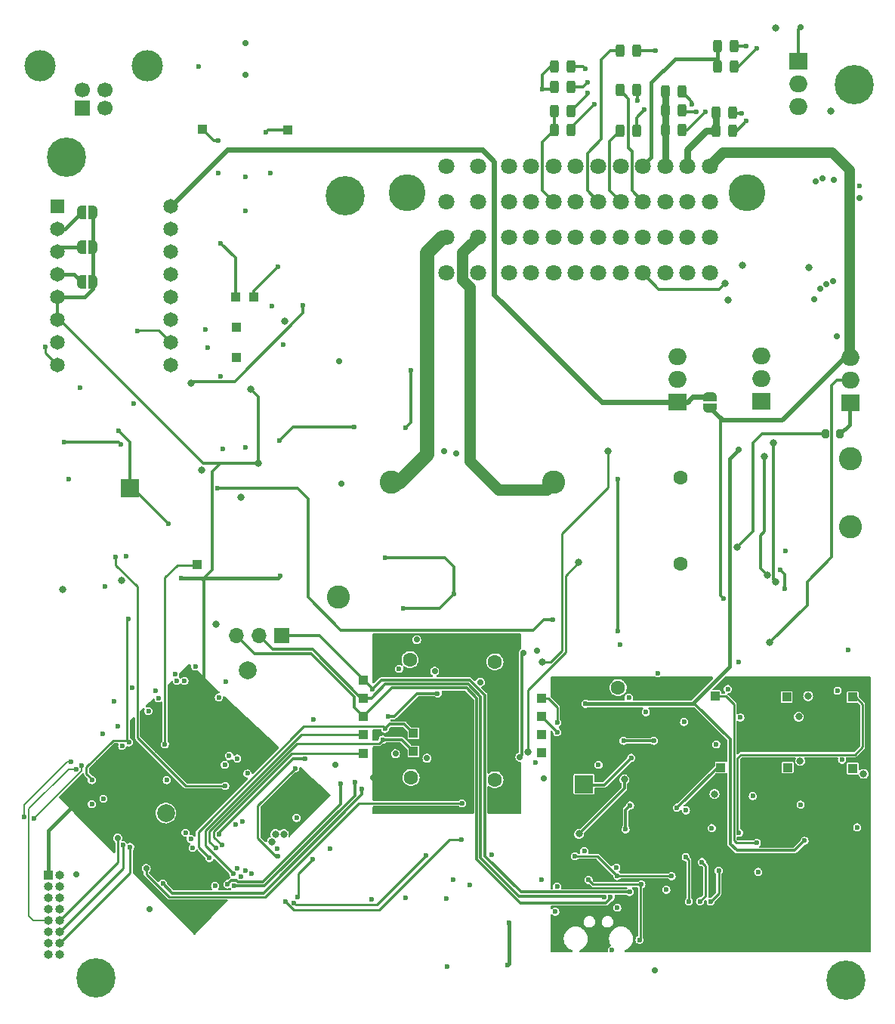
<source format=gbl>
%TF.GenerationSoftware,KiCad,Pcbnew,(6.0.7)*%
%TF.CreationDate,2022-10-12T02:09:25-03:00*%
%TF.ProjectId,uEFI_rev3,75454649-5f72-4657-9633-2e6b69636164,v3.0*%
%TF.SameCoordinates,Original*%
%TF.FileFunction,Copper,L4,Bot*%
%TF.FilePolarity,Positive*%
%FSLAX46Y46*%
G04 Gerber Fmt 4.6, Leading zero omitted, Abs format (unit mm)*
G04 Created by KiCad (PCBNEW (6.0.7)) date 2022-10-12 02:09:25*
%MOMM*%
%LPD*%
G01*
G04 APERTURE LIST*
G04 Aperture macros list*
%AMRoundRect*
0 Rectangle with rounded corners*
0 $1 Rounding radius*
0 $2 $3 $4 $5 $6 $7 $8 $9 X,Y pos of 4 corners*
0 Add a 4 corners polygon primitive as box body*
4,1,4,$2,$3,$4,$5,$6,$7,$8,$9,$2,$3,0*
0 Add four circle primitives for the rounded corners*
1,1,$1+$1,$2,$3*
1,1,$1+$1,$4,$5*
1,1,$1+$1,$6,$7*
1,1,$1+$1,$8,$9*
0 Add four rect primitives between the rounded corners*
20,1,$1+$1,$2,$3,$4,$5,0*
20,1,$1+$1,$4,$5,$6,$7,0*
20,1,$1+$1,$6,$7,$8,$9,0*
20,1,$1+$1,$8,$9,$2,$3,0*%
%AMFreePoly0*
4,1,22,0.500000,-0.750000,0.000000,-0.750000,0.000000,-0.745033,-0.079941,-0.743568,-0.215256,-0.701293,-0.333266,-0.622738,-0.424486,-0.514219,-0.481581,-0.384460,-0.499164,-0.250000,-0.500000,-0.250000,-0.500000,0.250000,-0.499164,0.250000,-0.499963,0.256109,-0.478152,0.396186,-0.417904,0.524511,-0.324060,0.630769,-0.204165,0.706417,-0.067858,0.745374,0.000000,0.744959,0.000000,0.750000,
0.500000,0.750000,0.500000,-0.750000,0.500000,-0.750000,$1*%
%AMFreePoly1*
4,1,20,0.000000,0.744959,0.073905,0.744508,0.209726,0.703889,0.328688,0.626782,0.421226,0.519385,0.479903,0.390333,0.500000,0.250000,0.500000,-0.250000,0.499851,-0.262216,0.476331,-0.402017,0.414519,-0.529596,0.319384,-0.634700,0.198574,-0.708877,0.061801,-0.746166,0.000000,-0.745033,0.000000,-0.750000,-0.500000,-0.750000,-0.500000,0.750000,0.000000,0.750000,0.000000,0.744959,
0.000000,0.744959,$1*%
G04 Aperture macros list end*
%TA.AperFunction,ComponentPad*%
%ADD10R,1.700000X1.700000*%
%TD*%
%TA.AperFunction,ComponentPad*%
%ADD11C,1.700000*%
%TD*%
%TA.AperFunction,ComponentPad*%
%ADD12C,3.500000*%
%TD*%
%TA.AperFunction,ComponentPad*%
%ADD13C,0.700000*%
%TD*%
%TA.AperFunction,ComponentPad*%
%ADD14C,4.400000*%
%TD*%
%TA.AperFunction,ComponentPad*%
%ADD15R,1.000000X1.000000*%
%TD*%
%TA.AperFunction,ComponentPad*%
%ADD16R,2.000000X1.905000*%
%TD*%
%TA.AperFunction,ComponentPad*%
%ADD17O,2.000000X1.905000*%
%TD*%
%TA.AperFunction,ComponentPad*%
%ADD18O,1.700000X1.700000*%
%TD*%
%TA.AperFunction,ComponentPad*%
%ADD19R,1.650000X1.650000*%
%TD*%
%TA.AperFunction,ComponentPad*%
%ADD20C,1.650000*%
%TD*%
%TA.AperFunction,ComponentPad*%
%ADD21O,1.000000X1.000000*%
%TD*%
%TA.AperFunction,ComponentPad*%
%ADD22C,1.800000*%
%TD*%
%TA.AperFunction,ComponentPad*%
%ADD23C,4.125000*%
%TD*%
%TA.AperFunction,SMDPad,CuDef*%
%ADD24C,2.000000*%
%TD*%
%TA.AperFunction,SMDPad,CuDef*%
%ADD25RoundRect,0.243750X0.243750X0.456250X-0.243750X0.456250X-0.243750X-0.456250X0.243750X-0.456250X0*%
%TD*%
%TA.AperFunction,SMDPad,CuDef*%
%ADD26R,1.000000X1.000000*%
%TD*%
%TA.AperFunction,SMDPad,CuDef*%
%ADD27R,2.000000X2.000000*%
%TD*%
%TA.AperFunction,SMDPad,CuDef*%
%ADD28FreePoly0,180.000000*%
%TD*%
%TA.AperFunction,SMDPad,CuDef*%
%ADD29FreePoly1,180.000000*%
%TD*%
%TA.AperFunction,SMDPad,CuDef*%
%ADD30RoundRect,0.200000X0.200000X0.275000X-0.200000X0.275000X-0.200000X-0.275000X0.200000X-0.275000X0*%
%TD*%
%TA.AperFunction,SMDPad,CuDef*%
%ADD31FreePoly0,90.000000*%
%TD*%
%TA.AperFunction,SMDPad,CuDef*%
%ADD32FreePoly1,90.000000*%
%TD*%
%TA.AperFunction,ViaPad*%
%ADD33C,1.600000*%
%TD*%
%TA.AperFunction,ViaPad*%
%ADD34C,0.600000*%
%TD*%
%TA.AperFunction,ViaPad*%
%ADD35C,0.800000*%
%TD*%
%TA.AperFunction,ViaPad*%
%ADD36C,2.600000*%
%TD*%
%TA.AperFunction,ViaPad*%
%ADD37C,0.700000*%
%TD*%
%TA.AperFunction,Conductor*%
%ADD38C,0.400000*%
%TD*%
%TA.AperFunction,Conductor*%
%ADD39C,0.250000*%
%TD*%
%TA.AperFunction,Conductor*%
%ADD40C,0.300000*%
%TD*%
%TA.AperFunction,Conductor*%
%ADD41C,0.200000*%
%TD*%
%TA.AperFunction,Conductor*%
%ADD42C,1.300000*%
%TD*%
%TA.AperFunction,Conductor*%
%ADD43C,1.600000*%
%TD*%
%TA.AperFunction,Conductor*%
%ADD44C,0.350000*%
%TD*%
%TA.AperFunction,Conductor*%
%ADD45C,0.500000*%
%TD*%
%TA.AperFunction,Conductor*%
%ADD46C,1.200000*%
%TD*%
%TA.AperFunction,Conductor*%
%ADD47C,0.600000*%
%TD*%
%TA.AperFunction,Conductor*%
%ADD48C,0.450000*%
%TD*%
%TA.AperFunction,Conductor*%
%ADD49C,0.800000*%
%TD*%
G04 APERTURE END LIST*
D10*
%TO.P,J1,1,VBUS*%
%TO.N,/VBUS*%
X64240000Y-54377500D03*
D11*
%TO.P,J1,2,D-*%
%TO.N,/USB_D-*%
X66740000Y-54377500D03*
%TO.P,J1,3,D+*%
%TO.N,/USB_D+*%
X66740000Y-52377500D03*
%TO.P,J1,4,GND*%
%TO.N,GND*%
X64240000Y-52377500D03*
D12*
%TO.P,J1,5,Shield*%
X71510000Y-49667500D03*
X59470000Y-49667500D03*
%TD*%
D13*
%TO.P,H9,1*%
%TO.N,N/C*%
X62500000Y-61550000D03*
X61333274Y-58733274D03*
D14*
X62500000Y-59900000D03*
D13*
X62500000Y-58250000D03*
X64150000Y-59900000D03*
X63666726Y-58733274D03*
X60850000Y-59900000D03*
X63666726Y-61066726D03*
X61333274Y-61066726D03*
%TD*%
D15*
%TO.P,TP13,1,1*%
%TO.N,/Sensores/CH3*%
X135800000Y-128300000D03*
%TD*%
%TO.P,TP15,1,1*%
%TO.N,/Sensores/CH5*%
X150600000Y-128400000D03*
%TD*%
D16*
%TO.P,U5,1,IN*%
%TO.N,+12V*%
X130993000Y-87376000D03*
D17*
%TO.P,U5,2,GND*%
%TO.N,GND*%
X130993000Y-84836000D03*
%TO.P,U5,3,OUT*%
%TO.N,+5C*%
X130993000Y-82296000D03*
%TD*%
D10*
%TO.P,J5,1,Pin_1*%
%TO.N,/SPI2_SCK*%
X86614000Y-113538000D03*
D18*
%TO.P,J5,2,Pin_2*%
%TO.N,/SPI2_MOSI*%
X84074000Y-113538000D03*
%TO.P,J5,3,Pin_3*%
%TO.N,/SPI2_MISO*%
X81534000Y-113538000D03*
%TD*%
D15*
%TO.P,TP14,1,1*%
%TO.N,/Sensores/CH4*%
X143300000Y-128300000D03*
%TD*%
D16*
%TO.P,Q7,1,G*%
%TO.N,Net-(Q7-Pad1)*%
X140314800Y-87249000D03*
D17*
%TO.P,Q7,2,D*%
%TO.N,Net-(D4-Pad1)*%
X140314800Y-84709000D03*
%TO.P,Q7,3,S*%
%TO.N,Net-(Q7-Pad3)*%
X140314800Y-82169000D03*
%TD*%
D13*
%TO.P,H1,1*%
%TO.N,N/C*%
X64633274Y-150733274D03*
X66966726Y-150733274D03*
X64633274Y-153066726D03*
X67450000Y-151900000D03*
D14*
X65800000Y-151900000D03*
D13*
X65800000Y-153550000D03*
X65800000Y-150250000D03*
X64150000Y-151900000D03*
X66966726Y-153066726D03*
%TD*%
D19*
%TO.P,U23,1,ENABLE*%
%TO.N,/MTR_ENABLE*%
X61450000Y-65410000D03*
D20*
%TO.P,U23,2,M0*%
%TO.N,Net-(JP2-Pad2)*%
X61450000Y-67950000D03*
%TO.P,U23,3,M1*%
%TO.N,Net-(JP1-Pad2)*%
X61450000Y-70490000D03*
%TO.P,U23,4,M2*%
%TO.N,Net-(JP3-Pad2)*%
X61450000Y-73030000D03*
%TO.P,U23,5,RESET*%
%TO.N,+3V3*%
X61450000Y-75570000D03*
%TO.P,U23,6,SLEEP*%
X61450000Y-78110000D03*
%TO.P,U23,7,STEP*%
%TO.N,/MTR_STEP*%
X61450000Y-80650000D03*
%TO.P,U23,8,DIR*%
%TO.N,/MTR_DIR*%
X61450000Y-83190000D03*
%TO.P,U23,9,GND*%
%TO.N,GND*%
X74150000Y-83190000D03*
%TO.P,U23,10,FAULT*%
%TO.N,/MTR_FAULT*%
X74150000Y-80650000D03*
%TO.P,U23,11,A2*%
%TO.N,H4*%
X74150000Y-78110000D03*
%TO.P,U23,12,A1*%
%TO.N,G4*%
X74150000Y-75570000D03*
%TO.P,U23,13,B1*%
%TO.N,F4*%
X74150000Y-73030000D03*
%TO.P,U23,14,B2*%
%TO.N,E4*%
X74150000Y-70490000D03*
%TO.P,U23,15,GND*%
%TO.N,GND*%
X74150000Y-67950000D03*
%TO.P,U23,16,VMOT*%
%TO.N,+12V*%
X74150000Y-65410000D03*
%TD*%
D13*
%TO.P,H4,1*%
%TO.N,N/C*%
X150966726Y-150933274D03*
X148150000Y-152100000D03*
D14*
X149800000Y-152100000D03*
D13*
X149800000Y-153750000D03*
X148633274Y-153266726D03*
X150966726Y-153266726D03*
X151450000Y-152100000D03*
X149800000Y-150450000D03*
X148633274Y-150933274D03*
%TD*%
D15*
%TO.P,J4,1,Pin_1*%
%TO.N,+3V3*%
X60430000Y-140350000D03*
D21*
%TO.P,J4,2,Pin_2*%
%TO.N,+5C*%
X61700000Y-140350000D03*
%TO.P,J4,3,Pin_3*%
%TO.N,/AUX_CS_1*%
X60430000Y-141620000D03*
%TO.P,J4,4,Pin_4*%
%TO.N,/SPI2_SCK*%
X61700000Y-141620000D03*
%TO.P,J4,5,Pin_5*%
%TO.N,/AUX_CS_2*%
X60430000Y-142890000D03*
%TO.P,J4,6,Pin_6*%
%TO.N,/SPI2_MISO*%
X61700000Y-142890000D03*
%TO.P,J4,7,Pin_7*%
%TO.N,/AUX_IN_1*%
X60430000Y-144160000D03*
%TO.P,J4,8,Pin_8*%
%TO.N,/SPI2_MOSI*%
X61700000Y-144160000D03*
%TO.P,J4,9,Pin_9*%
%TO.N,/AUX_IN_2*%
X60430000Y-145430000D03*
%TO.P,J4,10,Pin_10*%
%TO.N,/AUX_OUT_1*%
X61700000Y-145430000D03*
%TO.P,J4,11,Pin_11*%
%TO.N,/AUX_IN_3*%
X60430000Y-146700000D03*
%TO.P,J4,12,Pin_12*%
%TO.N,/AUX_OUT_2*%
X61700000Y-146700000D03*
%TO.P,J4,13,Pin_13*%
%TO.N,/AUX_IN_4*%
X60430000Y-147970000D03*
%TO.P,J4,14,Pin_14*%
%TO.N,/AUX_OUT_3*%
X61700000Y-147970000D03*
%TO.P,J4,15,Pin_15*%
%TO.N,GND*%
X60430000Y-149240000D03*
%TO.P,J4,16,Pin_16*%
X61700000Y-149240000D03*
%TD*%
D16*
%TO.P,Q10,1,G*%
%TO.N,Net-(Q10-Pad1)*%
X144526000Y-49149000D03*
D17*
%TO.P,Q10,2,D*%
%TO.N,+5VA*%
X144526000Y-51689000D03*
%TO.P,Q10,3,S*%
%TO.N,+5C*%
X144526000Y-54229000D03*
%TD*%
D16*
%TO.P,Q6,1,G*%
%TO.N,Net-(Q6-Pad1)*%
X150317200Y-87477600D03*
D17*
%TO.P,Q6,2,D*%
%TO.N,Net-(D4-Pad1)*%
X150317200Y-84937600D03*
%TO.P,Q6,3,S*%
%TO.N,+12VA*%
X150317200Y-82397600D03*
%TD*%
D13*
%TO.P,H3,1*%
%TO.N,N/C*%
X92559274Y-65428726D03*
X95376000Y-64262000D03*
X94892726Y-65428726D03*
X92076000Y-64262000D03*
D14*
X93726000Y-64262000D03*
D13*
X93726000Y-62612000D03*
X93726000Y-65912000D03*
X92559274Y-63095274D03*
X94892726Y-63095274D03*
%TD*%
D15*
%TO.P,TP10,1,1*%
%TO.N,/Sensores/CH0*%
X135200000Y-120300000D03*
%TD*%
%TO.P,TP11,1,1*%
%TO.N,/Sensores/CH1*%
X143200000Y-120400000D03*
%TD*%
%TO.P,TP12,1,1*%
%TO.N,/Sensores/CH2*%
X150600000Y-120400000D03*
%TD*%
D22*
%TO.P,J3,A1,A1*%
%TO.N,A1*%
X134565000Y-72910000D03*
%TO.P,J3,A2,A2*%
%TO.N,+5VA*%
X134565000Y-68910000D03*
%TO.P,J3,A3,A3*%
%TO.N,GND*%
X134565000Y-64910000D03*
%TO.P,J3,A4,A4*%
%TO.N,+12VA*%
X134565000Y-60910000D03*
%TO.P,J3,B1,B1*%
%TO.N,B1*%
X132065000Y-72910000D03*
%TO.P,J3,B2,B2*%
%TO.N,+5VA*%
X132065000Y-68910000D03*
%TO.P,J3,B3,B3*%
%TO.N,GND*%
X132065000Y-64910000D03*
%TO.P,J3,B4,B4*%
%TO.N,B4*%
X132065000Y-60910000D03*
%TO.P,J3,C1,C1*%
%TO.N,C1*%
X129565000Y-72910000D03*
%TO.P,J3,C2,C2*%
%TO.N,+5VA*%
X129565000Y-68910000D03*
%TO.P,J3,C3,C3*%
%TO.N,GND*%
X129565000Y-64910000D03*
%TO.P,J3,C4,C4*%
%TO.N,C4*%
X129565000Y-60910000D03*
%TO.P,J3,D1,D1*%
%TO.N,D1*%
X127065000Y-72910000D03*
%TO.P,J3,D2,D2*%
%TO.N,+5VA*%
X127065000Y-68910000D03*
%TO.P,J3,D3,D3*%
%TO.N,D3*%
X127065000Y-64910000D03*
%TO.P,J3,D4,D4*%
%TO.N,D4*%
X127065000Y-60910000D03*
%TO.P,J3,E1,E1*%
%TO.N,E1*%
X124565000Y-72910000D03*
%TO.P,J3,E2,E2*%
%TO.N,+5VA*%
X124565000Y-68910000D03*
%TO.P,J3,E3,E3*%
%TO.N,E3*%
X124565000Y-64910000D03*
%TO.P,J3,E4,E4*%
%TO.N,E4*%
X124565000Y-60910000D03*
%TO.P,J3,F1,F1*%
%TO.N,F1*%
X122065000Y-72910000D03*
%TO.P,J3,F2,F2*%
%TO.N,+5VA*%
X122065000Y-68910000D03*
%TO.P,J3,F3,F3*%
%TO.N,F3*%
X122065000Y-64910000D03*
%TO.P,J3,F4,F4*%
%TO.N,F4*%
X122065000Y-60910000D03*
%TO.P,J3,G1,G1*%
%TO.N,G1*%
X119565000Y-72910000D03*
%TO.P,J3,G2,G2*%
%TO.N,GND*%
X119565000Y-68910000D03*
%TO.P,J3,G3,G3*%
%TO.N,G3*%
X119565000Y-64910000D03*
%TO.P,J3,G4,G4*%
%TO.N,G4*%
X119565000Y-60910000D03*
%TO.P,J3,H1,H1*%
%TO.N,H1*%
X117065000Y-72910000D03*
%TO.P,J3,H2,H2*%
%TO.N,GND*%
X117065000Y-68910000D03*
%TO.P,J3,H3,H3*%
%TO.N,H3*%
X117065000Y-64910000D03*
%TO.P,J3,H4,H4*%
%TO.N,H4*%
X117065000Y-60910000D03*
%TO.P,J3,J1,J1*%
%TO.N,J1*%
X114565000Y-72910000D03*
%TO.P,J3,J2,J2*%
%TO.N,CAN+*%
X114565000Y-68910000D03*
%TO.P,J3,J3,J3*%
%TO.N,CMP-*%
X114565000Y-64910000D03*
%TO.P,J3,J4,J4*%
%TO.N,CKP-*%
X114565000Y-60910000D03*
%TO.P,J3,K1,K1*%
%TO.N,K1*%
X112065000Y-72910000D03*
%TO.P,J3,K2,K2*%
%TO.N,CAN-*%
X112065000Y-68910000D03*
%TO.P,J3,K3,K3*%
%TO.N,CMP+*%
X112065000Y-64910000D03*
%TO.P,J3,K4,K4*%
%TO.N,CKP+*%
X112065000Y-60910000D03*
%TO.P,J3,L1,L1*%
%TO.N,L1*%
X108565000Y-72910000D03*
%TO.P,J3,L2,L2*%
%TO.N,L2*%
X108565000Y-68910000D03*
%TO.P,J3,L3,L3*%
%TO.N,L3*%
X108565000Y-64910000D03*
%TO.P,J3,L4,L4*%
%TO.N,L4*%
X108565000Y-60910000D03*
%TO.P,J3,M1,M1*%
%TO.N,M1*%
X105065000Y-72910000D03*
%TO.P,J3,M2,M2*%
%TO.N,M2*%
X105065000Y-68910000D03*
%TO.P,J3,M3,M3*%
%TO.N,M3*%
X105065000Y-64910000D03*
%TO.P,J3,M4,M4*%
%TO.N,M4*%
X105065000Y-60910000D03*
D23*
%TO.P,J3,MH1,MH1*%
%TO.N,GND*%
X138765000Y-63910000D03*
%TO.P,J3,MH2,MH2*%
X100665000Y-63910000D03*
%TD*%
D24*
%TO.P,TP2,1,1*%
%TO.N,Net-(TP2-Pad1)*%
X73600000Y-133400000D03*
%TD*%
D25*
%TO.P,F14,1*%
%TO.N,/PWM/Relays/CHECK_ENGINE*%
X126362700Y-56946800D03*
%TO.P,F14,2*%
%TO.N,E3*%
X124487700Y-56946800D03*
%TD*%
D13*
%TO.P,H2,1*%
%TO.N,N/C*%
X151915726Y-50649274D03*
X150749000Y-53466000D03*
X152399000Y-51816000D03*
X151915726Y-52982726D03*
D14*
X150749000Y-51816000D03*
D13*
X149582274Y-52982726D03*
X150749000Y-50166000D03*
X149099000Y-51816000D03*
X149582274Y-50649274D03*
%TD*%
D26*
%TO.P,TP23,1,1*%
%TO.N,/INY4*%
X95758000Y-126746000D03*
%TD*%
D25*
%TO.P,F12,1*%
%TO.N,/PWM/Relays/R3_OUT*%
X126413500Y-48006000D03*
%TO.P,F12,2*%
%TO.N,F3*%
X124538500Y-48006000D03*
%TD*%
%TO.P,F1,1*%
%TO.N,Net-(F1-Pad1)*%
X119045200Y-54737000D03*
%TO.P,F1,2*%
%TO.N,H3*%
X117170200Y-54737000D03*
%TD*%
D26*
%TO.P,TP5,1,1*%
%TO.N,/CKP/CMP_sensors/IN1-*%
X81390000Y-75568400D03*
%TD*%
%TO.P,TP29,1,1*%
%TO.N,/SPI2_MOSI*%
X95758000Y-120523000D03*
%TD*%
%TO.P,TP28,1,1*%
%TO.N,/SPI2_SCK*%
X95758000Y-118491000D03*
%TD*%
%TO.P,TP20,1,1*%
%TO.N,/INY1*%
X101346000Y-124460000D03*
%TD*%
%TO.P,TP7,1,1*%
%TO.N,/CMP*%
X81540000Y-78968400D03*
%TD*%
D27*
%TO.P,TP19,1,1*%
%TO.N,/Sensores/CH7*%
X120457400Y-130178800D03*
%TD*%
D26*
%TO.P,TP9,1,1*%
%TO.N,/MEMORY_CS*%
X77089000Y-105537000D03*
%TD*%
D28*
%TO.P,JP3,1,A*%
%TO.N,+3V3*%
X65450000Y-73900000D03*
D29*
%TO.P,JP3,2,B*%
%TO.N,Net-(JP3-Pad2)*%
X64150000Y-73900000D03*
%TD*%
D25*
%TO.P,F7,1*%
%TO.N,Net-(F7-Pad1)*%
X131442700Y-54711600D03*
%TO.P,F7,2*%
%TO.N,C4*%
X129567700Y-54711600D03*
%TD*%
D28*
%TO.P,JP2,1,A*%
%TO.N,+3V3*%
X65450000Y-66100000D03*
D29*
%TO.P,JP2,2,B*%
%TO.N,Net-(JP2-Pad2)*%
X64150000Y-66100000D03*
%TD*%
D30*
%TO.P,R18,1*%
%TO.N,Net-(Q6-Pad1)*%
X149161000Y-90932000D03*
%TO.P,R18,2*%
%TO.N,Net-(Q5-Pad3)*%
X147511000Y-90932000D03*
%TD*%
D25*
%TO.P,F3,1*%
%TO.N,Net-(F3-Pad1)*%
X119047500Y-56896000D03*
%TO.P,F3,2*%
%TO.N,H3*%
X117172500Y-56896000D03*
%TD*%
%TO.P,F11,1*%
%TO.N,Net-(F11-Pad1)*%
X137132300Y-56946800D03*
%TO.P,F11,2*%
%TO.N,B4*%
X135257300Y-56946800D03*
%TD*%
D27*
%TO.P,TP18,1,1*%
%TO.N,/Sensores/CH6*%
X69596000Y-97028000D03*
%TD*%
D26*
%TO.P,TP3,1,1*%
%TO.N,/CKP/CMP_sensors/IN2-*%
X87249000Y-56896000D03*
%TD*%
%TO.P,TP6,1,1*%
%TO.N,/CKP/CMP_sensors/IN2+*%
X77724000Y-56769000D03*
%TD*%
D24*
%TO.P,TP1,1,1*%
%TO.N,Net-(R2-Pad1)*%
X82800000Y-117400000D03*
%TD*%
D31*
%TO.P,JP4,1,1*%
%TO.N,+12VA*%
X134620000Y-88026000D03*
D32*
%TO.P,JP4,2,2*%
%TO.N,+12V*%
X134620000Y-86726000D03*
%TD*%
D25*
%TO.P,F8,1*%
%TO.N,Net-(F8-Pad1)*%
X131442700Y-52578000D03*
%TO.P,F8,2*%
%TO.N,C4*%
X129567700Y-52578000D03*
%TD*%
D26*
%TO.P,TP24,1,1*%
%TO.N,/ECN1*%
X115697000Y-120523000D03*
%TD*%
%TO.P,TP25,1,1*%
%TO.N,/ECN2*%
X115697000Y-122555000D03*
%TD*%
D28*
%TO.P,JP1,1,A*%
%TO.N,+3V3*%
X65450000Y-70000000D03*
D29*
%TO.P,JP1,2,B*%
%TO.N,Net-(JP1-Pad2)*%
X64150000Y-70000000D03*
%TD*%
D25*
%TO.P,F10,1*%
%TO.N,Net-(F10-Pad1)*%
X137132300Y-54914800D03*
%TO.P,F10,2*%
%TO.N,B4*%
X135257300Y-54914800D03*
%TD*%
D26*
%TO.P,TP27,1,1*%
%TO.N,/ECN4*%
X115697000Y-126619000D03*
%TD*%
D25*
%TO.P,F4,1*%
%TO.N,Net-(F4-Pad1)*%
X137335500Y-49784000D03*
%TO.P,F4,2*%
%TO.N,D4*%
X135460500Y-49784000D03*
%TD*%
D26*
%TO.P,TP26,1,1*%
%TO.N,/ECN3*%
X115697000Y-124587000D03*
%TD*%
D25*
%TO.P,F5,1*%
%TO.N,Net-(F5-Pad1)*%
X131442700Y-56896000D03*
%TO.P,F5,2*%
%TO.N,C4*%
X129567700Y-56896000D03*
%TD*%
%TO.P,F6,1*%
%TO.N,Net-(F6-Pad1)*%
X119047500Y-49784000D03*
%TO.P,F6,2*%
%TO.N,G3*%
X117172500Y-49784000D03*
%TD*%
D26*
%TO.P,TP4,1,1*%
%TO.N,/CKP/CMP_sensors/IN1+*%
X83465000Y-75568400D03*
%TD*%
D25*
%TO.P,F9,1*%
%TO.N,Net-(F9-Pad1)*%
X119047500Y-52070000D03*
%TO.P,F9,2*%
%TO.N,G3*%
X117172500Y-52070000D03*
%TD*%
D26*
%TO.P,TP22,1,1*%
%TO.N,/INY3*%
X101346000Y-126492000D03*
%TD*%
D25*
%TO.P,F13,1*%
%TO.N,/PWM/Relays/MIL_OUT*%
X126362700Y-52425600D03*
%TO.P,F13,2*%
%TO.N,D3*%
X124487700Y-52425600D03*
%TD*%
D26*
%TO.P,TP21,1,1*%
%TO.N,/INY2*%
X95758000Y-124587000D03*
%TD*%
%TO.P,TP8,1,1*%
%TO.N,/CKP/CMP_sensors/CKP_VR*%
X81540000Y-82368400D03*
%TD*%
%TO.P,TP30,1,1*%
%TO.N,/SPI2_MISO*%
X95758000Y-122555000D03*
%TD*%
D25*
%TO.P,F2,1*%
%TO.N,Net-(F2-Pad1)*%
X137335500Y-47498000D03*
%TO.P,F2,2*%
%TO.N,D4*%
X135460500Y-47498000D03*
%TD*%
D33*
%TO.N,GNDA*%
X151850000Y-118950000D03*
D34*
%TO.N,+3V3*%
X112050000Y-145650000D03*
X111900000Y-150400000D03*
%TO.N,/MIL_OUT*%
X106750000Y-136350000D03*
%TO.N,+5C*%
X117250000Y-144450000D03*
%TO.N,/RPM_OUT*%
X106800000Y-132300000D03*
%TO.N,/SPI2_SCK*%
X95550000Y-130700000D03*
%TO.N,/SPI2_MISO*%
X93200000Y-130150000D03*
%TO.N,/SPI2_MOSI*%
X94800000Y-129950000D03*
%TO.N,/LED_CAN_TX*%
X105800000Y-140850000D03*
%TO.N,/LED_CAN_RX*%
X107700000Y-141423500D03*
%TO.N,/CHK_OUT*%
X102792352Y-138142352D03*
%TO.N,/LED2*%
X105050000Y-142998500D03*
%TO.N,/LED1*%
X100450000Y-142900000D03*
%TO.N,/LED0*%
X96700000Y-143100000D03*
%TO.N,/ADC_CS*%
X117450000Y-141648500D03*
%TO.N,/SPI2_MISO*%
X123451501Y-142851500D03*
%TO.N,/SPI2_MOSI*%
X122700000Y-142851500D03*
%TO.N,/SPI2_SCK*%
X125600000Y-142250000D03*
D33*
%TO.N,+5C*%
X124300000Y-119350000D03*
D34*
%TO.N,GNDA*%
X144000000Y-124800000D03*
X139400000Y-123000000D03*
X139600000Y-125500000D03*
%TO.N,+5C*%
X148900000Y-119700000D03*
X149400000Y-127426500D03*
%TO.N,GNDA*%
X146900000Y-125400000D03*
%TO.N,/Sensores/CH3*%
X130900000Y-132800000D03*
%TO.N,+5C*%
X131900000Y-133100000D03*
%TO.N,+12VA*%
X122100000Y-128000000D03*
%TO.N,GND*%
X128300000Y-125300000D03*
X124900000Y-125300000D03*
%TO.N,+5C*%
X131700000Y-123200000D03*
X138000000Y-122700000D03*
X135300000Y-125700000D03*
X140000000Y-140000000D03*
X129700000Y-142000000D03*
X124100000Y-139500000D03*
%TO.N,GNDA*%
X136000000Y-132200000D03*
X133300000Y-132400000D03*
%TO.N,+5C*%
X139400000Y-131500000D03*
X151100000Y-135000000D03*
X144750000Y-132450000D03*
%TO.N,+12V*%
X145200000Y-136500000D03*
D35*
%TO.N,G1*%
X151803358Y-129000000D03*
%TO.N,F1*%
X144700000Y-127550000D03*
%TO.N,E1*%
X135106391Y-131256391D03*
%TO.N,D1*%
X144550000Y-122600000D03*
D34*
%TO.N,GND*%
X150100000Y-115100000D03*
X110125000Y-138075000D03*
X67818000Y-120904000D03*
X64000000Y-85750000D03*
D36*
X92964000Y-109220000D03*
D34*
X86360000Y-91694000D03*
X119450000Y-138225000D03*
X82499200Y-62128400D03*
D35*
X68650000Y-107300000D03*
D37*
X92600000Y-128000000D03*
D34*
X62750000Y-96000000D03*
X124200000Y-140425000D03*
X80300000Y-118700000D03*
D33*
X107315000Y-121412000D03*
X104267000Y-124333000D03*
D35*
X77600000Y-95000000D03*
D34*
X92000000Y-137400000D03*
D36*
X150368000Y-93726000D03*
D33*
X107315000Y-124333000D03*
D34*
X66548000Y-124550000D03*
D37*
X82550000Y-50673000D03*
D34*
X65300000Y-132400000D03*
X143100000Y-104000000D03*
X78250000Y-81250000D03*
D37*
X71750000Y-144205002D03*
X128400000Y-151000000D03*
D34*
X78000000Y-79250000D03*
D37*
X115214400Y-115214400D03*
X97500000Y-117000000D03*
D34*
X70000000Y-87500000D03*
X88250000Y-133950000D03*
D37*
X82550000Y-47117000D03*
D34*
X105100000Y-150600000D03*
X69850000Y-119380000D03*
X137800000Y-116500000D03*
X71650000Y-121950000D03*
X128750000Y-117750000D03*
D35*
X79248000Y-112268000D03*
D34*
X79535500Y-120427825D03*
X86741000Y-80899000D03*
X124500000Y-114500000D03*
D37*
X148844000Y-80010000D03*
X151398500Y-64516000D03*
D34*
X130300000Y-140476500D03*
D37*
X96799400Y-129463800D03*
D36*
X150368000Y-101346000D03*
D34*
X82499200Y-65938400D03*
D37*
X115951000Y-129514600D03*
D34*
X124200000Y-144000000D03*
X94742000Y-90170000D03*
X85471000Y-76581000D03*
D33*
X104140000Y-121412000D03*
D34*
X68199000Y-123698000D03*
D33*
X131318000Y-95852000D03*
D34*
%TO.N,/INY3*%
X97917000Y-125163100D03*
X79189500Y-137287000D03*
%TO.N,/INY4*%
X95758000Y-126746000D03*
X79862247Y-136952085D03*
%TO.N,/INY2*%
X81153000Y-140208000D03*
X95758000Y-124587000D03*
%TO.N,/INY1*%
X78486000Y-138430000D03*
X98171000Y-123952000D03*
%TO.N,+3V3*%
X66050000Y-127750000D03*
X104063800Y-119995540D03*
D33*
X131292600Y-105460800D03*
D34*
X115700000Y-140900000D03*
X68800000Y-132000000D03*
D35*
X84000000Y-94250000D03*
D33*
X77900000Y-124200000D03*
D34*
X75901569Y-123698431D03*
D35*
X83108800Y-85877400D03*
D34*
X71850000Y-128750000D03*
X121000000Y-140900000D03*
X72650000Y-126350000D03*
X76049517Y-141700483D03*
D33*
X90297000Y-131191000D03*
D34*
X126700000Y-147600000D03*
D35*
X62000000Y-108350000D03*
D34*
X120500000Y-137648500D03*
X98500000Y-122572300D03*
X75350000Y-107061000D03*
X126900000Y-141400000D03*
X86404000Y-106807000D03*
%TO.N,/NRST*%
X69469000Y-125476000D03*
X65300000Y-129700000D03*
X69429000Y-111643600D03*
X123600000Y-148761049D03*
D35*
%TO.N,/USB_D+*%
X86824104Y-135751402D03*
%TO.N,/USB_D-*%
X85872633Y-135743739D03*
D34*
%TO.N,/SYS_SWO*%
X86100000Y-137400000D03*
X80201569Y-127998431D03*
%TO.N,/SYS_SWCLK*%
X86192352Y-138207648D03*
X88096235Y-128396235D03*
%TO.N,/SYS_SWDIO*%
X90050000Y-138594980D03*
X88400902Y-142848798D03*
%TO.N,Net-(R2-Pad1)*%
X82800000Y-117400000D03*
%TO.N,Net-(TP2-Pad1)*%
X73200000Y-133700000D03*
%TO.N,/MTR_DIR*%
X60092352Y-81192352D03*
%TO.N,/MTR_FAULT*%
X70404112Y-79400000D03*
%TO.N,/ECN2*%
X82550000Y-139827000D03*
X117475000Y-124333000D03*
%TO.N,/ECN3*%
X83197754Y-140208011D03*
X115697000Y-124587000D03*
%TO.N,/ECN4*%
X115697000Y-126619000D03*
X81997567Y-140518480D03*
D37*
%TO.N,/RPM_OUT*%
X71400000Y-139600000D03*
%TO.N,/AUX_CS_2*%
X63600000Y-140300000D03*
%TO.N,/Sheet5FA9324A/FB0*%
X103734179Y-117509665D03*
X104775000Y-92837000D03*
%TO.N,/Sheet5FA9324A/FB1*%
X102870000Y-127254000D03*
X101714500Y-113971980D03*
%TO.N,/Sheet5FA9324A/FB2*%
X106172000Y-93082500D03*
X108839000Y-118745000D03*
D34*
%TO.N,/AUX_IN_1*%
X58800000Y-134000000D03*
X64164618Y-128036179D03*
%TO.N,/AUX_IN_2*%
X63545391Y-128474669D03*
%TO.N,/AUX_IN_3*%
X62950000Y-127650000D03*
X57696989Y-133800000D03*
%TO.N,/AUX_IN_4*%
X66600000Y-131800000D03*
%TO.N,/LED_CAN_RX*%
X81600000Y-127300000D03*
%TO.N,/LED_CAN_TX*%
X80700000Y-127000000D03*
D35*
%TO.N,/VBUS*%
X85497897Y-136623500D03*
D37*
%TO.N,/Sheet5FA9324A/FB3*%
X113665000Y-115443000D03*
X113284000Y-127127000D03*
D34*
%TO.N,/R_LMB*%
X76903500Y-116967000D03*
X151348500Y-63100000D03*
%TO.N,GNDA*%
X127909000Y-129802000D03*
D37*
%TO.N,/Sheet5FA9324A/GD1*%
X99339400Y-126746000D03*
X93250000Y-96500000D03*
D34*
%TO.N,/ECN1*%
X117475000Y-123282300D03*
X81603902Y-139606798D03*
%TO.N,/Sheet5FA9324A/GD0*%
X99750000Y-117250000D03*
D37*
X93000000Y-82750000D03*
D35*
%TO.N,/Sheet5FA9324A/GD2*%
X115800000Y-116500000D03*
X123190000Y-92837000D03*
D34*
%TO.N,/MEMORY_CS*%
X73492352Y-125707648D03*
X77000000Y-105600000D03*
D35*
%TO.N,/Sheet5FA9324A/GD3*%
X114222989Y-126559288D03*
X119888000Y-105283000D03*
D34*
%TO.N,/MIL_OUT*%
X81407675Y-134657675D03*
D37*
X148370738Y-73773870D03*
D34*
X87017352Y-143332648D03*
%TO.N,/CHK_OUT*%
X82169000Y-134366000D03*
X87950000Y-143450000D03*
D37*
X147603918Y-74144065D03*
D34*
%TO.N,/PMIC_ENABLE*%
X89250000Y-127322500D03*
X79576500Y-135750000D03*
%TO.N,/PMIC_SPARK*%
X79121316Y-141561662D03*
X115062000Y-127762000D03*
%TO.N,/SPI2_MISO*%
X80518000Y-141351000D03*
X95758000Y-122555000D03*
%TO.N,/SPI2_SCK*%
X73279000Y-141300000D03*
X96750000Y-119500000D03*
%TO.N,/SPI2_MOSI*%
X81280000Y-141571500D03*
X95758000Y-120523000D03*
%TO.N,Net-(C22-Pad2)*%
X124250000Y-96000000D03*
X124250000Y-113000000D03*
%TO.N,/Sensores/CH7*%
X125766000Y-127207000D03*
D35*
X120432000Y-130255000D03*
D34*
%TO.N,/Sensores/CH0*%
X139850000Y-136750000D03*
%TO.N,M1*%
X101092000Y-83820000D03*
X100500000Y-90250000D03*
%TO.N,M2*%
X100250000Y-110500000D03*
D36*
X98850000Y-96335500D03*
D34*
X105918000Y-108839000D03*
X98171000Y-104775000D03*
D36*
%TO.N,L2*%
X117100000Y-96335500D03*
D34*
%TO.N,CMP-*%
X79502000Y-61722000D03*
%TO.N,CMP+*%
X85344000Y-61722000D03*
%TO.N,CKP+*%
X77300000Y-49800000D03*
X66800000Y-108000000D03*
%TO.N,G3*%
X115824000Y-52324000D03*
D33*
%TO.N,L4*%
X110490000Y-116459000D03*
%TO.N,L3*%
X110490000Y-129667000D03*
D34*
%TO.N,+12VA*%
X136102500Y-109400000D03*
D35*
%TO.N,+12V*%
X148144220Y-54766280D03*
X145677500Y-72263000D03*
D37*
X137795000Y-92710000D03*
D34*
X120650000Y-121158000D03*
%TO.N,Net-(R97-Pad1)*%
X68580000Y-92075000D03*
X62230000Y-91821000D03*
D37*
%TO.N,/AUX_OUT_1*%
X68200000Y-136200000D03*
D34*
%TO.N,/AUX_OUT_2*%
X68776500Y-137000000D03*
%TO.N,/AUX_OUT_3*%
X69600000Y-137200000D03*
D35*
%TO.N,Net-(C33-Pad1)*%
X141000000Y-106750000D03*
X140716000Y-93472000D03*
%TO.N,Net-(D4-Pad1)*%
X141300000Y-114300000D03*
%TO.N,Net-(Q7-Pad3)*%
X142000000Y-107500000D03*
X141732000Y-91948000D03*
D34*
%TO.N,Net-(R22-Pad2)*%
X142500000Y-106123500D03*
X143000000Y-108250000D03*
D35*
%TO.N,Net-(C51-Pad1)*%
X119924000Y-135716000D03*
X125004000Y-129620000D03*
D34*
%TO.N,+5VA*%
X89000000Y-76500000D03*
D35*
X76400000Y-85200000D03*
D34*
%TO.N,/CKP*%
X68000000Y-104700000D03*
X80250000Y-130350000D03*
%TO.N,/CMP*%
X82748457Y-128966188D03*
X81540000Y-78968400D03*
%TO.N,/CKP/CMP_sensors/IN1+*%
X86156800Y-72237600D03*
%TO.N,/CKP/CMP_sensors/IN1-*%
X79756000Y-69545200D03*
%TO.N,/CKP/CMP_sensors/IN2-*%
X84836000Y-57150000D03*
%TO.N,/CKP/CMP_sensors/IN2+*%
X79502000Y-58039000D03*
%TO.N,/R_ECN_INY*%
X75691720Y-118585582D03*
D37*
X148500000Y-62450000D03*
%TO.N,/R_GNC_GLP*%
X147250000Y-62300000D03*
D34*
X74847710Y-118578942D03*
D37*
%TO.N,/R_AAC*%
X146450000Y-62600000D03*
D34*
X74642500Y-117856000D03*
D37*
%TO.N,/TIM9_CH1*%
X146287511Y-75819000D03*
D34*
X72416408Y-119735805D03*
%TO.N,/TIM9_CH2*%
X72771000Y-120523000D03*
D37*
X146939011Y-74676000D03*
D34*
%TO.N,/LED0*%
X76600000Y-137300000D03*
%TO.N,/LED1*%
X76400000Y-136300000D03*
%TO.N,/LED2*%
X75800000Y-135600000D03*
D33*
%TO.N,M4*%
X100965000Y-116205000D03*
%TO.N,M3*%
X101092000Y-129413000D03*
D34*
%TO.N,CAN+*%
X80010000Y-92583000D03*
%TO.N,CAN-*%
X82550000Y-92456000D03*
D35*
%TO.N,Net-(Q5-Pad3)*%
X137668000Y-103632000D03*
D37*
%TO.N,Net-(Q10-Pad1)*%
X144780000Y-45339000D03*
D34*
%TO.N,5V_ENABLE*%
X68707000Y-125857000D03*
D35*
X141986000Y-45466000D03*
%TO.N,D1*%
X136257569Y-74072431D03*
%TO.N,C1*%
X145600000Y-120300000D03*
D34*
%TO.N,B1*%
X136594358Y-119500000D03*
%TO.N,A1*%
X127400000Y-122100000D03*
D35*
X136594044Y-75933277D03*
%TO.N,G1*%
X138255216Y-71994784D03*
D34*
%TO.N,Net-(F1-Pad1)*%
X120904000Y-52705000D03*
%TO.N,Net-(F2-Pad1)*%
X138684000Y-47498000D03*
%TO.N,Net-(F3-Pad1)*%
X121666000Y-53975000D03*
%TO.N,Net-(F4-Pad1)*%
X139827000Y-47752000D03*
%TO.N,Net-(F5-Pad1)*%
X134112000Y-54864000D03*
%TO.N,Net-(F6-Pad1)*%
X120650000Y-50038000D03*
%TO.N,Net-(F7-Pad1)*%
X133096000Y-54864000D03*
%TO.N,Net-(F8-Pad1)*%
X132588000Y-53966500D03*
%TO.N,Net-(F9-Pad1)*%
X120904000Y-51562000D03*
%TO.N,Net-(F10-Pad1)*%
X138176000Y-54991000D03*
%TO.N,Net-(F11-Pad1)*%
X138684000Y-55880000D03*
%TO.N,/PWM/Relays/R3_OUT*%
X128524000Y-48006000D03*
%TO.N,/PWM/Relays/MIL_OUT*%
X126492000Y-53594000D03*
%TO.N,/PWM/Relays/CHECK_ENGINE*%
X127254000Y-54610000D03*
%TO.N,/Sensores/CH2*%
X137851500Y-135600000D03*
%TO.N,/Sensores/CH4*%
X134800000Y-135075000D03*
%TO.N,/Sensores/CH6*%
X117000000Y-111750000D03*
X73853600Y-100960800D03*
X79374997Y-97025003D03*
X68326000Y-90551000D03*
%TO.N,/ADC_CS*%
X73700000Y-129700000D03*
%TO.N,+5C*%
X125639000Y-132541000D03*
D35*
X86893400Y-78282800D03*
X82042000Y-98044000D03*
D34*
X125131000Y-135208000D03*
%TO.N,/Sensores/CS*%
X132225000Y-143300000D03*
X131875000Y-138320000D03*
%TO.N,/Sensores/DIN*%
X133475000Y-143300000D03*
X133700000Y-138896500D03*
%TO.N,/Sensores/DOUT*%
X134675000Y-143325000D03*
X135575000Y-139875000D03*
%TO.N,/ACC_DET*%
X125500000Y-120481500D03*
X90150000Y-122900000D03*
%TO.N,/CKP/CMP_sensors/CKP_VR*%
X81540000Y-82368400D03*
X69150000Y-104650000D03*
X79693000Y-84455000D03*
%TD*%
D38*
%TO.N,+3V3*%
X112050000Y-150250000D02*
X112050000Y-145650000D01*
X111900000Y-150400000D02*
X112050000Y-150250000D01*
D39*
%TO.N,/MIL_OUT*%
X106750000Y-136350000D02*
X105400000Y-136350000D01*
X105400000Y-136350000D02*
X97500000Y-144250000D01*
X97500000Y-144250000D02*
X87934704Y-144250000D01*
X87934704Y-144250000D02*
X87017352Y-143332648D01*
%TO.N,/CHK_OUT*%
X88177000Y-143677000D02*
X87950000Y-143450000D01*
X102792352Y-138142352D02*
X102792352Y-138157648D01*
X102792352Y-138157648D02*
X97273000Y-143677000D01*
X97273000Y-143677000D02*
X88177000Y-143677000D01*
%TO.N,/RPM_OUT*%
X71400000Y-139600000D02*
X71400000Y-140237002D01*
X71400000Y-140237002D02*
X73939998Y-142777000D01*
X73939998Y-142777000D02*
X84705317Y-142777000D01*
X84705317Y-142777000D02*
X95182318Y-132300000D01*
X95182318Y-132300000D02*
X106800000Y-132300000D01*
%TO.N,/SYS_SWDIO*%
X90050000Y-138594980D02*
X88423500Y-140221480D01*
X88423500Y-140221480D02*
X88423500Y-142826200D01*
X88423500Y-142826200D02*
X88400902Y-142848798D01*
D40*
%TO.N,/SPI2_SCK*%
X73279000Y-141300000D02*
X74329000Y-142350000D01*
X74329000Y-142350000D02*
X84528448Y-142350000D01*
X84528448Y-142350000D02*
X95550000Y-131328448D01*
X95550000Y-131328448D02*
X95550000Y-130700000D01*
%TO.N,/SPI2_MOSI*%
X81280000Y-141571500D02*
X84667724Y-141571500D01*
X84667724Y-141571500D02*
X94800000Y-131439224D01*
X94800000Y-131439224D02*
X94800000Y-129950000D01*
%TO.N,/SPI2_MISO*%
X80518000Y-141351000D02*
X80899011Y-140969989D01*
X84480020Y-141119980D02*
X93200000Y-132400000D01*
X80899011Y-140969989D02*
X81529155Y-140969989D01*
X81529155Y-140969989D02*
X81679146Y-141119980D01*
X81679146Y-141119980D02*
X84480020Y-141119980D01*
X93200000Y-132400000D02*
X93200000Y-130150000D01*
X123451501Y-142851500D02*
X123451501Y-142951356D01*
X122447143Y-143450000D02*
X113321552Y-143450000D01*
X123451501Y-142951356D02*
X122949357Y-143453500D01*
X113321552Y-143450000D02*
X108443480Y-138571928D01*
X122949357Y-143453500D02*
X122450643Y-143453500D01*
X122450643Y-143453500D02*
X122447143Y-143450000D01*
X108443480Y-138571928D02*
X108443480Y-120547949D01*
X108443480Y-120547949D02*
X107289571Y-119394040D01*
X107289571Y-119394040D02*
X98918960Y-119394040D01*
X98918960Y-119394040D02*
X95758000Y-122555000D01*
%TO.N,/SPI2_MOSI*%
X122550500Y-142702000D02*
X122700000Y-142851500D01*
X113212776Y-142702000D02*
X122550500Y-142702000D01*
X108895480Y-138384704D02*
X113212776Y-142702000D01*
X108895480Y-120361403D02*
X108895480Y-138384704D01*
%TO.N,/SPI2_SCK*%
X113400000Y-142250000D02*
X125600000Y-142250000D01*
X109347000Y-138197000D02*
X113400000Y-142250000D01*
X109347000Y-120174377D02*
X109347000Y-138197000D01*
D41*
%TO.N,/AUX_IN_3*%
X62950000Y-127650000D02*
X62550000Y-127650000D01*
X57696989Y-132503011D02*
X57696989Y-133800000D01*
X62550000Y-127650000D02*
X57696989Y-132503011D01*
%TO.N,/AUX_IN_2*%
X63545391Y-128474669D02*
X62673831Y-128474669D01*
X62673831Y-128474669D02*
X58248489Y-132900011D01*
X58730000Y-145430000D02*
X60430000Y-145430000D01*
X58248489Y-132900011D02*
X58248489Y-144948489D01*
X58248489Y-144948489D02*
X58730000Y-145430000D01*
%TO.N,/AUX_IN_1*%
X64164618Y-128036179D02*
X64164618Y-128635382D01*
X64164618Y-128635382D02*
X58800000Y-134000000D01*
D42*
%TO.N,L2*%
X117100000Y-96335500D02*
X116280500Y-97155000D01*
X116280500Y-97155000D02*
X110871000Y-97155000D01*
X110871000Y-97155000D02*
X107696000Y-93980000D01*
X107696000Y-93980000D02*
X107696000Y-74447301D01*
X107696000Y-74447301D02*
X106863489Y-73614790D01*
X106863489Y-73614790D02*
X106863489Y-70611511D01*
X106863489Y-70611511D02*
X108565000Y-68910000D01*
D43*
%TO.N,M2*%
X98850000Y-96335500D02*
X99752500Y-96335500D01*
X99752500Y-96335500D02*
X102870000Y-93218000D01*
X102870000Y-93218000D02*
X102870000Y-70612000D01*
X104572000Y-68910000D02*
X105065000Y-68910000D01*
X102870000Y-70612000D02*
X104572000Y-68910000D01*
D38*
%TO.N,+3V3*%
X86150000Y-107061000D02*
X86404000Y-106807000D01*
X75350000Y-107061000D02*
X86150000Y-107061000D01*
D40*
X77561000Y-107061000D02*
X77900000Y-107400000D01*
X75350000Y-107061000D02*
X77561000Y-107061000D01*
X77900000Y-107400000D02*
X77900000Y-119300000D01*
X77839000Y-107061000D02*
X78772997Y-106127003D01*
X75350000Y-107061000D02*
X77839000Y-107061000D01*
X78772997Y-106127003D02*
X78772997Y-95177003D01*
X78772997Y-95177003D02*
X79700000Y-94250000D01*
X79700000Y-94250000D02*
X84000000Y-94250000D01*
%TO.N,GNDA*%
X141200000Y-124800000D02*
X144000000Y-124800000D01*
X139400000Y-123000000D02*
X141200000Y-124800000D01*
%TO.N,/Sensores/CH3*%
X135400000Y-128300000D02*
X135800000Y-128300000D01*
X130900000Y-132800000D02*
X135400000Y-128300000D01*
%TO.N,GND*%
X124900000Y-125300000D02*
X128300000Y-125300000D01*
D39*
%TO.N,/Sensores/DIN*%
X133700000Y-138896500D02*
X134125000Y-139321500D01*
X134125000Y-139321500D02*
X134125000Y-142650000D01*
X134125000Y-142650000D02*
X133475000Y-143300000D01*
%TO.N,GND*%
X130300000Y-140476500D02*
X130248500Y-140425000D01*
X130248500Y-140425000D02*
X124200000Y-140425000D01*
D40*
%TO.N,GNDA*%
X135800000Y-132400000D02*
X136000000Y-132200000D01*
X133300000Y-132400000D02*
X135800000Y-132400000D01*
%TO.N,+12V*%
X136848000Y-136848000D02*
X136848000Y-125148000D01*
X136848000Y-125148000D02*
X132858000Y-121158000D01*
X132858000Y-121158000D02*
X132642000Y-121158000D01*
X145200000Y-136500000D02*
X144100000Y-137600000D01*
X144100000Y-137600000D02*
X137600000Y-137600000D01*
X137600000Y-137600000D02*
X136848000Y-136848000D01*
D39*
%TO.N,/Sensores/CH2*%
X137851500Y-135600000D02*
X137677000Y-135425500D01*
X137677000Y-135425500D02*
X137677000Y-127273000D01*
X137677000Y-127273000D02*
X138100000Y-126850000D01*
X138100000Y-126850000D02*
X150850000Y-126850000D01*
X150850000Y-126850000D02*
X151700000Y-126000000D01*
X151700000Y-126000000D02*
X151700000Y-121200000D01*
X151700000Y-121200000D02*
X150900000Y-120400000D01*
X150900000Y-120400000D02*
X150600000Y-120400000D01*
D44*
%TO.N,GND*%
X87884000Y-90170000D02*
X86360000Y-91694000D01*
D39*
X122000000Y-138225000D02*
X119450000Y-138225000D01*
D44*
X94742000Y-90170000D02*
X87884000Y-90170000D01*
D39*
X124200000Y-140425000D02*
X122000000Y-138225000D01*
D40*
%TO.N,/INY3*%
X100017100Y-125163100D02*
X101346000Y-126492000D01*
D39*
X88305918Y-125603000D02*
X78500000Y-135408918D01*
X97917000Y-125163100D02*
X97477100Y-125603000D01*
X97477100Y-125603000D02*
X88305918Y-125603000D01*
X78500000Y-136597500D02*
X79189500Y-137287000D01*
D40*
X97917000Y-125163100D02*
X100017100Y-125163100D01*
D39*
X78500000Y-135408918D02*
X78500000Y-136597500D01*
%TO.N,/INY4*%
X79862247Y-136952085D02*
X79000000Y-136089838D01*
X79000000Y-136089838D02*
X79000000Y-135476754D01*
X79000000Y-135476754D02*
X87730754Y-126746000D01*
X87730754Y-126746000D02*
X95758000Y-126746000D01*
%TO.N,/INY2*%
X81153000Y-140208000D02*
X78000000Y-137055000D01*
X88754083Y-124587000D02*
X95758000Y-124587000D01*
X78000000Y-135341083D02*
X88754083Y-124587000D01*
X78000000Y-137055000D02*
X78000000Y-135341083D01*
%TO.N,/INY1*%
X78486000Y-138430000D02*
X77250000Y-137194000D01*
X77250000Y-137194000D02*
X77250000Y-135523248D01*
X77250000Y-135523248D02*
X89075248Y-123698000D01*
D40*
X98679000Y-123444000D02*
X100330000Y-123444000D01*
X100330000Y-123444000D02*
X101346000Y-124460000D01*
D39*
X97917000Y-123698000D02*
X98171000Y-123952000D01*
D40*
X98171000Y-123952000D02*
X98679000Y-123444000D01*
D39*
X89075248Y-123698000D02*
X97917000Y-123698000D01*
D44*
%TO.N,+3V3*%
X77800000Y-94200000D02*
X83950000Y-94200000D01*
D39*
X126800000Y-141500000D02*
X126900000Y-141400000D01*
D40*
X84000000Y-86768600D02*
X84000000Y-94250000D01*
D38*
X60430000Y-140350000D02*
X60430000Y-135370000D01*
D39*
X126700000Y-147600000D02*
X126800000Y-147500000D01*
X126900000Y-141400000D02*
X121500000Y-141400000D01*
X121500000Y-141400000D02*
X121000000Y-140900000D01*
D44*
X61450000Y-75570000D02*
X61450000Y-78110000D01*
D40*
X98500000Y-122572300D02*
X99187000Y-122572300D01*
X83108800Y-85877400D02*
X84000000Y-86768600D01*
X99187000Y-122572300D02*
X101763760Y-119995540D01*
D44*
X61450000Y-78110000D02*
X61710000Y-78110000D01*
D38*
X60430000Y-135370000D02*
X64300000Y-131500000D01*
D44*
X61710000Y-78110000D02*
X77800000Y-94200000D01*
D38*
X65450000Y-73900000D02*
X65450000Y-74650000D01*
X64530000Y-75570000D02*
X61450000Y-75570000D01*
X65450000Y-66100000D02*
X65450000Y-73900000D01*
X65450000Y-74650000D02*
X64530000Y-75570000D01*
D40*
X101763760Y-119995540D02*
X104063800Y-119995540D01*
D39*
X126800000Y-147500000D02*
X126800000Y-141500000D01*
D44*
X83950000Y-94200000D02*
X84000000Y-94250000D01*
D39*
%TO.N,/NRST*%
X67669511Y-125280489D02*
X69273489Y-125280489D01*
X64700000Y-128250000D02*
X67669511Y-125280489D01*
X69273489Y-125280489D02*
X69469000Y-125476000D01*
X69273489Y-125280489D02*
X69273489Y-111799111D01*
X65300000Y-129601711D02*
X64700000Y-129001711D01*
X69273489Y-111799111D02*
X69429000Y-111643600D01*
X65300000Y-129700000D02*
X65300000Y-129601711D01*
X64700000Y-129001711D02*
X64700000Y-128250000D01*
%TO.N,/SYS_SWCLK*%
X86192352Y-138207648D02*
X85942916Y-138207648D01*
X85942916Y-138207648D02*
X83900000Y-136164732D01*
X83900000Y-132592470D02*
X88096235Y-128396235D01*
X83900000Y-136164732D02*
X83900000Y-132592470D01*
%TO.N,/MTR_DIR*%
X60092352Y-81832352D02*
X61450000Y-83190000D01*
X60092352Y-81192352D02*
X60092352Y-81832352D01*
%TO.N,/MTR_FAULT*%
X70504112Y-79300000D02*
X72800000Y-79300000D01*
X70404112Y-79400000D02*
X70504112Y-79300000D01*
X72800000Y-79300000D02*
X74150000Y-80650000D01*
%TO.N,/ECN2*%
X117475000Y-124333000D02*
X115697000Y-122555000D01*
D44*
%TO.N,/Sheet5FA9324A/FB3*%
X113665000Y-115443000D02*
X113496489Y-115611511D01*
X113496489Y-115611511D02*
X113496489Y-126914511D01*
X113496489Y-126914511D02*
X113284000Y-127127000D01*
D39*
%TO.N,/ECN1*%
X116459000Y-120523000D02*
X115697000Y-120523000D01*
X117475000Y-121539000D02*
X116459000Y-120523000D01*
X117475000Y-123282300D02*
X117475000Y-121539000D01*
%TO.N,/Sheet5FA9324A/GD2*%
X117983000Y-102108000D02*
X123190000Y-96901000D01*
X117983000Y-115249164D02*
X117983000Y-102108000D01*
X115800000Y-116500000D02*
X116732164Y-116500000D01*
X123190000Y-96901000D02*
X123190000Y-92837000D01*
X116732164Y-116500000D02*
X117983000Y-115249164D01*
%TO.N,/MEMORY_CS*%
X74900000Y-105600000D02*
X77000000Y-105600000D01*
X73492352Y-107007648D02*
X74900000Y-105600000D01*
X73492352Y-125707648D02*
X73492352Y-107007648D01*
%TO.N,/Sheet5FA9324A/GD3*%
X118384520Y-106786480D02*
X119888000Y-105283000D01*
X114222989Y-126559288D02*
X114222989Y-119577011D01*
X118384520Y-115415480D02*
X118384520Y-106786480D01*
X114222989Y-119577011D02*
X118384520Y-115415480D01*
D40*
%TO.N,/PMIC_ENABLE*%
X79576500Y-135638184D02*
X87892184Y-127322500D01*
X79576500Y-135750000D02*
X79576500Y-135638184D01*
X87892184Y-127322500D02*
X89250000Y-127322500D01*
%TO.N,/SPI2_MISO*%
X83566000Y-115570000D02*
X89912454Y-115570000D01*
X81534000Y-113538000D02*
X83566000Y-115570000D01*
X89912454Y-115570000D02*
X94742000Y-120399546D01*
X94742000Y-121539000D02*
X95758000Y-122555000D01*
X94742000Y-120399546D02*
X94742000Y-121539000D01*
%TO.N,/SPI2_SCK*%
X96750000Y-119483000D02*
X90805000Y-113538000D01*
X96750000Y-119500000D02*
X96750000Y-119483000D01*
X90805000Y-113538000D02*
X86614000Y-113538000D01*
X107663623Y-118491000D02*
X109347000Y-120174377D01*
X96750000Y-119500000D02*
X97759000Y-118491000D01*
X97759000Y-118491000D02*
X107663623Y-118491000D01*
%TO.N,/SPI2_MOSI*%
X96647000Y-120523000D02*
X95758000Y-120523000D01*
X95758000Y-120523000D02*
X95504000Y-120523000D01*
X95504000Y-120523000D02*
X90043000Y-115062000D01*
X98227480Y-118942520D02*
X96647000Y-120523000D01*
X90043000Y-115062000D02*
X85598000Y-115062000D01*
X85598000Y-115062000D02*
X84074000Y-113538000D01*
X107476597Y-118942520D02*
X98227480Y-118942520D01*
X108895480Y-120361403D02*
X107476597Y-118942520D01*
D44*
%TO.N,Net-(C22-Pad2)*%
X124250000Y-113000000D02*
X124250000Y-96000000D01*
D40*
%TO.N,/Sensores/CH7*%
X120432000Y-130255000D02*
X122718000Y-130255000D01*
X122718000Y-130255000D02*
X125766000Y-127207000D01*
D39*
%TO.N,/Sensores/CH0*%
X137525000Y-136750000D02*
X137275000Y-136500000D01*
X137275000Y-136500000D02*
X137275000Y-121225000D01*
X137275000Y-121225000D02*
X136350000Y-120300000D01*
X136350000Y-120300000D02*
X135200000Y-120300000D01*
X139850000Y-136750000D02*
X137525000Y-136750000D01*
D44*
%TO.N,M1*%
X100500000Y-90250000D02*
X101092000Y-89658000D01*
X101092000Y-89658000D02*
X101092000Y-83820000D01*
%TO.N,M2*%
X100250000Y-110500000D02*
X104257000Y-110500000D01*
X104257000Y-110500000D02*
X105918000Y-108839000D01*
X104902000Y-104775000D02*
X105918000Y-105791000D01*
X105918000Y-105791000D02*
X105918000Y-108839000D01*
X98171000Y-104775000D02*
X104902000Y-104775000D01*
%TO.N,H3*%
X115838489Y-63683489D02*
X115838489Y-58230011D01*
X115838489Y-58230011D02*
X117172500Y-56896000D01*
X117170200Y-56893700D02*
X117170200Y-54737000D01*
X117065000Y-64910000D02*
X115838489Y-63683489D01*
%TO.N,G3*%
X115824000Y-52324000D02*
X115824000Y-50673000D01*
X116713000Y-49784000D02*
X117172500Y-49784000D01*
X115824000Y-50673000D02*
X116713000Y-49784000D01*
X116918500Y-52324000D02*
X117172500Y-52070000D01*
X115824000Y-52324000D02*
X116918500Y-52324000D01*
%TO.N,F3*%
X120838489Y-59501511D02*
X120838489Y-63683489D01*
X122428000Y-49022000D02*
X122428000Y-57912000D01*
X123444000Y-48006000D02*
X122428000Y-49022000D01*
X120838489Y-63683489D02*
X122065000Y-64910000D01*
X124538500Y-48006000D02*
X123444000Y-48006000D01*
X122428000Y-57912000D02*
X120838489Y-59501511D01*
%TO.N,+12VA*%
X134620000Y-88026000D02*
X135750000Y-89156000D01*
D45*
X134620000Y-88026000D02*
X136002000Y-89408000D01*
X136002000Y-89408000D02*
X142748000Y-89408000D01*
D44*
X135750000Y-89156000D02*
X135750000Y-109047500D01*
D46*
X134565000Y-60910000D02*
X136039000Y-59436000D01*
D44*
X135750000Y-109047500D02*
X136102500Y-109400000D01*
D45*
X149860000Y-82296000D02*
X150297000Y-82296000D01*
X142748000Y-89408000D02*
X149860000Y-82296000D01*
D46*
X150297000Y-61397000D02*
X150297000Y-82296000D01*
X136039000Y-59436000D02*
X148336000Y-59436000D01*
X148336000Y-59436000D02*
X150297000Y-61397000D01*
D47*
%TO.N,+12V*%
X132674000Y-86726000D02*
X132024000Y-87376000D01*
D48*
X137795000Y-92710000D02*
X136779000Y-93726000D01*
D47*
X74150000Y-65410000D02*
X80460000Y-59100000D01*
D48*
X136779000Y-117021000D02*
X132642000Y-121158000D01*
D47*
X134620000Y-86726000D02*
X132674000Y-86726000D01*
X132024000Y-87376000D02*
X130993000Y-87376000D01*
X110400000Y-75300000D02*
X122476000Y-87376000D01*
X80460000Y-59100000D02*
X109100000Y-59100000D01*
X109100000Y-59100000D02*
X110400000Y-60400000D01*
X122476000Y-87376000D02*
X130993000Y-87376000D01*
D48*
X136779000Y-93726000D02*
X136779000Y-117021000D01*
D47*
X110400000Y-60400000D02*
X110400000Y-75300000D01*
D45*
X131017000Y-87400000D02*
X132100000Y-87400000D01*
X132100000Y-87400000D02*
X132700000Y-86800000D01*
X130993000Y-87376000D02*
X131017000Y-87400000D01*
D48*
X132642000Y-121158000D02*
X120650000Y-121158000D01*
D44*
%TO.N,Net-(R97-Pad1)*%
X68326000Y-91821000D02*
X68580000Y-92075000D01*
X62230000Y-91821000D02*
X68326000Y-91821000D01*
D39*
%TO.N,/AUX_OUT_1*%
X68200000Y-138930000D02*
X68200000Y-136200000D01*
X61700000Y-145430000D02*
X68200000Y-138930000D01*
%TO.N,/AUX_OUT_2*%
X68776500Y-139623500D02*
X68776500Y-137000000D01*
X61700000Y-146700000D02*
X68776500Y-139623500D01*
%TO.N,/AUX_OUT_3*%
X69600000Y-140100000D02*
X69600000Y-137200000D01*
X69570000Y-140100000D02*
X69600000Y-140100000D01*
X61700000Y-147970000D02*
X69570000Y-140100000D01*
D44*
%TO.N,Net-(C33-Pad1)*%
X141000000Y-106750000D02*
X140250000Y-106000000D01*
X140250000Y-106000000D02*
X140250000Y-102320000D01*
X140716000Y-101854000D02*
X140716000Y-93472000D01*
X140250000Y-102320000D02*
X140716000Y-101854000D01*
%TO.N,Net-(D4-Pad1)*%
X145500000Y-110100000D02*
X145500000Y-107484000D01*
X148237511Y-104746489D02*
X148237511Y-85518689D01*
X145500000Y-107484000D02*
X148237511Y-104746489D01*
X141300000Y-114300000D02*
X145500000Y-110100000D01*
D40*
X150317200Y-84937600D02*
X148818600Y-84937600D01*
X148818600Y-84937600D02*
X148237511Y-85518689D01*
D48*
%TO.N,Net-(Q6-Pad1)*%
X149161000Y-90932000D02*
X150241000Y-89852000D01*
X150241000Y-89852000D02*
X150241000Y-87432000D01*
D44*
%TO.N,Net-(Q7-Pad3)*%
X141732000Y-107232000D02*
X141732000Y-91948000D01*
X142000000Y-107500000D02*
X141732000Y-107232000D01*
%TO.N,Net-(R22-Pad2)*%
X143000000Y-106623500D02*
X143000000Y-108250000D01*
X142500000Y-106123500D02*
X143000000Y-106623500D01*
D40*
%TO.N,Net-(C51-Pad1)*%
X125004000Y-130636000D02*
X119924000Y-135716000D01*
X125004000Y-129620000D02*
X125004000Y-130636000D01*
D44*
%TO.N,+5VA*%
X89000000Y-77400000D02*
X81318000Y-85082000D01*
X76518000Y-85082000D02*
X76400000Y-85200000D01*
X89000000Y-76500000D02*
X89000000Y-77400000D01*
X81318000Y-85082000D02*
X76518000Y-85082000D01*
D39*
%TO.N,/CKP*%
X70427000Y-124943002D02*
X70427000Y-108027000D01*
X68000000Y-105600000D02*
X68000000Y-104700000D01*
X70427000Y-108027000D02*
X68000000Y-105600000D01*
X80250000Y-130350000D02*
X75833998Y-130350000D01*
X75833998Y-130350000D02*
X70427000Y-124943002D01*
D40*
%TO.N,/CKP/CMP_sensors/IN1+*%
X83465000Y-75568400D02*
X83465000Y-74929400D01*
X83465000Y-74929400D02*
X86156800Y-72237600D01*
%TO.N,/CKP/CMP_sensors/IN1-*%
X81390000Y-71179200D02*
X79756000Y-69545200D01*
X81390000Y-75568400D02*
X81390000Y-71179200D01*
%TO.N,/CKP/CMP_sensors/IN2-*%
X85090000Y-56896000D02*
X87249000Y-56896000D01*
X84836000Y-57150000D02*
X85090000Y-56896000D01*
%TO.N,/CKP/CMP_sensors/IN2+*%
X79502000Y-58039000D02*
X78994000Y-58039000D01*
X78994000Y-58039000D02*
X77724000Y-56769000D01*
D38*
%TO.N,Net-(JP1-Pad2)*%
X64150000Y-70000000D02*
X61940000Y-70000000D01*
X61940000Y-70000000D02*
X61450000Y-70490000D01*
%TO.N,Net-(JP2-Pad2)*%
X62300000Y-67950000D02*
X64150000Y-66100000D01*
X61450000Y-67950000D02*
X62300000Y-67950000D01*
%TO.N,Net-(JP3-Pad2)*%
X63280000Y-73030000D02*
X64150000Y-73900000D01*
X61450000Y-73030000D02*
X63280000Y-73030000D01*
D44*
%TO.N,Net-(Q5-Pad3)*%
X139446000Y-91948000D02*
X140462000Y-90932000D01*
X139446000Y-101854000D02*
X139446000Y-91948000D01*
X137668000Y-103632000D02*
X139446000Y-101854000D01*
X140462000Y-90932000D02*
X147511000Y-90932000D01*
%TO.N,Net-(Q10-Pad1)*%
X144780000Y-45339000D02*
X144526000Y-45593000D01*
X144526000Y-45593000D02*
X144526000Y-49149000D01*
D48*
%TO.N,D4*%
X127065000Y-60910000D02*
X128016000Y-59959000D01*
X128016000Y-51562000D02*
X130683000Y-48895000D01*
X135460500Y-49784000D02*
X135460500Y-47498000D01*
X128016000Y-59959000D02*
X128016000Y-51562000D01*
X130683000Y-48895000D02*
X135460500Y-48895000D01*
D40*
%TO.N,D1*%
X135631569Y-74698431D02*
X128853431Y-74698431D01*
X128853431Y-74698431D02*
X127065000Y-72910000D01*
X136257569Y-74072431D02*
X135631569Y-74698431D01*
D44*
%TO.N,E3*%
X123291511Y-63636511D02*
X124565000Y-64910000D01*
X124487700Y-56946800D02*
X123291511Y-58142989D01*
X123291511Y-58142989D02*
X123291511Y-63636511D01*
%TO.N,D3*%
X125425200Y-53363100D02*
X125425200Y-58877200D01*
X125425200Y-58877200D02*
X125831600Y-59283600D01*
X125831600Y-59283600D02*
X125831600Y-63676600D01*
X125831600Y-63676600D02*
X127065000Y-64910000D01*
X124487700Y-52425600D02*
X125425200Y-53363100D01*
D49*
%TO.N,C4*%
X129567700Y-52578000D02*
X129565000Y-52580700D01*
X129565000Y-52580700D02*
X129565000Y-60910000D01*
%TO.N,B4*%
X132065000Y-60910000D02*
X132065000Y-59044600D01*
X132065000Y-59044600D02*
X134162800Y-56946800D01*
X134162800Y-56946800D02*
X135257300Y-56946800D01*
X135257300Y-56946800D02*
X135257300Y-54914800D01*
D44*
%TO.N,Net-(F1-Pad1)*%
X120904000Y-52705000D02*
X120904000Y-52878200D01*
X120904000Y-52878200D02*
X119045200Y-54737000D01*
%TO.N,Net-(F2-Pad1)*%
X138684000Y-47498000D02*
X137335500Y-47498000D01*
%TO.N,Net-(F3-Pad1)*%
X121666000Y-53975000D02*
X119047500Y-56593500D01*
%TO.N,Net-(F4-Pad1)*%
X139827000Y-47752000D02*
X137795000Y-49784000D01*
X137795000Y-49784000D02*
X137335500Y-49784000D01*
%TO.N,Net-(F5-Pad1)*%
X134112000Y-54864000D02*
X132080000Y-56896000D01*
X132080000Y-56896000D02*
X131442700Y-56896000D01*
%TO.N,Net-(F6-Pad1)*%
X120396000Y-49784000D02*
X119047500Y-49784000D01*
X120650000Y-50038000D02*
X120396000Y-49784000D01*
%TO.N,Net-(F7-Pad1)*%
X133096000Y-54864000D02*
X131595100Y-54864000D01*
X131595100Y-54864000D02*
X131442700Y-54711600D01*
%TO.N,Net-(F8-Pad1)*%
X132588000Y-53723300D02*
X131442700Y-52578000D01*
X132588000Y-53966500D02*
X132588000Y-53723300D01*
%TO.N,Net-(F9-Pad1)*%
X120396000Y-52070000D02*
X119047500Y-52070000D01*
X120904000Y-51562000D02*
X120396000Y-52070000D01*
%TO.N,Net-(F10-Pad1)*%
X138176000Y-54991000D02*
X137208500Y-54991000D01*
X137208500Y-54991000D02*
X137132300Y-54914800D01*
%TO.N,Net-(F11-Pad1)*%
X137541000Y-57023000D02*
X137208500Y-57023000D01*
X138684000Y-55880000D02*
X137541000Y-57023000D01*
X137208500Y-57023000D02*
X137132300Y-56946800D01*
%TO.N,/PWM/Relays/R3_OUT*%
X128524000Y-48006000D02*
X126413500Y-48006000D01*
%TO.N,/PWM/Relays/MIL_OUT*%
X126492000Y-53594000D02*
X126492000Y-52554900D01*
X126492000Y-52554900D02*
X126362700Y-52425600D01*
%TO.N,/PWM/Relays/CHECK_ENGINE*%
X126362700Y-55501300D02*
X126362700Y-56946800D01*
X127254000Y-54610000D02*
X126362700Y-55501300D01*
%TO.N,/Sensores/CH6*%
X79374997Y-97025003D02*
X79377994Y-97028000D01*
X88392000Y-97028000D02*
X89535000Y-98171000D01*
X93218000Y-112903000D02*
X114808000Y-112903000D01*
X79377994Y-97028000D02*
X88392000Y-97028000D01*
X115961000Y-111750000D02*
X117000000Y-111750000D01*
X114808000Y-112903000D02*
X115961000Y-111750000D01*
D39*
X69596000Y-97028000D02*
X69920800Y-97028000D01*
D44*
X69596000Y-91821000D02*
X69596000Y-97028000D01*
X89535000Y-109220000D02*
X93218000Y-112903000D01*
X68326000Y-90551000D02*
X69596000Y-91821000D01*
D39*
X69920800Y-97028000D02*
X73853600Y-100960800D01*
D44*
X89535000Y-98171000D02*
X89535000Y-109220000D01*
D40*
%TO.N,+5C*%
X125131000Y-135208000D02*
X125131000Y-133049000D01*
X125131000Y-133049000D02*
X125639000Y-132541000D01*
D39*
%TO.N,/Sensores/CS*%
X132225000Y-138670000D02*
X131875000Y-138320000D01*
X132225000Y-143300000D02*
X132225000Y-138670000D01*
%TO.N,/Sensores/DOUT*%
X134675000Y-143325000D02*
X135575000Y-142425000D01*
X135575000Y-142425000D02*
X135575000Y-139875000D01*
%TD*%
%TA.AperFunction,Conductor*%
%TO.N,GNDA*%
G36*
X152595837Y-118148305D02*
G01*
X152642330Y-118201961D01*
X152653716Y-118254302D01*
X152653861Y-133045497D01*
X152654010Y-148291513D01*
X152654015Y-148836495D01*
X152634014Y-148904616D01*
X152580358Y-148951109D01*
X152528113Y-148962496D01*
X125131301Y-148983544D01*
X125063166Y-148963594D01*
X125016632Y-148909974D01*
X125006474Y-148839708D01*
X125035917Y-148775105D01*
X125087338Y-148739674D01*
X125090040Y-148738950D01*
X125214311Y-148681002D01*
X125297547Y-148642189D01*
X125297552Y-148642186D01*
X125302534Y-148639863D01*
X125307043Y-148636706D01*
X125490082Y-148508541D01*
X125490085Y-148508539D01*
X125494593Y-148505382D01*
X125660382Y-148339593D01*
X125682246Y-148308369D01*
X125791706Y-148152043D01*
X125791707Y-148152041D01*
X125794863Y-148147534D01*
X125797186Y-148142552D01*
X125797189Y-148142547D01*
X125891627Y-147940022D01*
X125891627Y-147940021D01*
X125893950Y-147935040D01*
X125918994Y-147841577D01*
X125953209Y-147713884D01*
X125953209Y-147713882D01*
X125954633Y-147708569D01*
X125975068Y-147475000D01*
X125954633Y-147241431D01*
X125953209Y-147236116D01*
X125895373Y-147020270D01*
X125895372Y-147020268D01*
X125893950Y-147014960D01*
X125891627Y-147009978D01*
X125797189Y-146807453D01*
X125797186Y-146807448D01*
X125794863Y-146802466D01*
X125660382Y-146610407D01*
X125494593Y-146444618D01*
X125490085Y-146441461D01*
X125490082Y-146441459D01*
X125307043Y-146313294D01*
X125307041Y-146313293D01*
X125302534Y-146310137D01*
X125297552Y-146307814D01*
X125297547Y-146307811D01*
X125095022Y-146213373D01*
X125095021Y-146213373D01*
X125090040Y-146211050D01*
X125084732Y-146209628D01*
X125084730Y-146209627D01*
X124868884Y-146151791D01*
X124868882Y-146151791D01*
X124863569Y-146150367D01*
X124761319Y-146141421D01*
X124691222Y-146135288D01*
X124691215Y-146135288D01*
X124688498Y-146135050D01*
X124571502Y-146135050D01*
X124568785Y-146135288D01*
X124568778Y-146135288D01*
X124498681Y-146141421D01*
X124396431Y-146150367D01*
X124391118Y-146151791D01*
X124391116Y-146151791D01*
X124175270Y-146209627D01*
X124175268Y-146209628D01*
X124169960Y-146211050D01*
X124164979Y-146213373D01*
X124164978Y-146213373D01*
X123962453Y-146307811D01*
X123962448Y-146307814D01*
X123957466Y-146310137D01*
X123952959Y-146313293D01*
X123952957Y-146313294D01*
X123769918Y-146441459D01*
X123769915Y-146441461D01*
X123765407Y-146444618D01*
X123599618Y-146610407D01*
X123465137Y-146802466D01*
X123462814Y-146807448D01*
X123462811Y-146807453D01*
X123368373Y-147009978D01*
X123366050Y-147014960D01*
X123364628Y-147020268D01*
X123364627Y-147020270D01*
X123306791Y-147236116D01*
X123305367Y-147241431D01*
X123284932Y-147475000D01*
X123305367Y-147708569D01*
X123306791Y-147713882D01*
X123306791Y-147713884D01*
X123341007Y-147841577D01*
X123366050Y-147935040D01*
X123368373Y-147940021D01*
X123368373Y-147940022D01*
X123462811Y-148142547D01*
X123462814Y-148142552D01*
X123465137Y-148147534D01*
X123468292Y-148152040D01*
X123468295Y-148152045D01*
X123470629Y-148155378D01*
X123493315Y-148222653D01*
X123476028Y-148291513D01*
X123419686Y-148341928D01*
X123413331Y-148343744D01*
X123303710Y-148412909D01*
X123217908Y-148510062D01*
X123162822Y-148627390D01*
X123161442Y-148636256D01*
X123144262Y-148746591D01*
X123144262Y-148746595D01*
X123142881Y-148755464D01*
X123144045Y-148764366D01*
X123144045Y-148764369D01*
X123154304Y-148842821D01*
X123143304Y-148912960D01*
X123096129Y-148966018D01*
X123029465Y-148985158D01*
X120039769Y-148987455D01*
X119971633Y-148967505D01*
X119925099Y-148913885D01*
X119914941Y-148843619D01*
X119944384Y-148779016D01*
X120000207Y-148744045D01*
X119999556Y-148742256D01*
X120004731Y-148740373D01*
X120010040Y-148738950D01*
X120134311Y-148681002D01*
X120217547Y-148642189D01*
X120217552Y-148642186D01*
X120222534Y-148639863D01*
X120227043Y-148636706D01*
X120410082Y-148508541D01*
X120410085Y-148508539D01*
X120414593Y-148505382D01*
X120580382Y-148339593D01*
X120602246Y-148308369D01*
X120711706Y-148152043D01*
X120711707Y-148152041D01*
X120714863Y-148147534D01*
X120717186Y-148142552D01*
X120717189Y-148142547D01*
X120811627Y-147940022D01*
X120811627Y-147940021D01*
X120813950Y-147935040D01*
X120838994Y-147841577D01*
X120873209Y-147713884D01*
X120873209Y-147713882D01*
X120874633Y-147708569D01*
X120895068Y-147475000D01*
X120874633Y-147241431D01*
X120873209Y-147236116D01*
X120815373Y-147020270D01*
X120815372Y-147020268D01*
X120813950Y-147014960D01*
X120811627Y-147009978D01*
X120717189Y-146807453D01*
X120717186Y-146807448D01*
X120714863Y-146802466D01*
X120580382Y-146610407D01*
X120414593Y-146444618D01*
X120410085Y-146441461D01*
X120410082Y-146441459D01*
X120227043Y-146313294D01*
X120227041Y-146313293D01*
X120222534Y-146310137D01*
X120217552Y-146307814D01*
X120217547Y-146307811D01*
X120015022Y-146213373D01*
X120015021Y-146213373D01*
X120010040Y-146211050D01*
X120004732Y-146209628D01*
X120004730Y-146209627D01*
X119788884Y-146151791D01*
X119788882Y-146151791D01*
X119783569Y-146150367D01*
X119681319Y-146141421D01*
X119611222Y-146135288D01*
X119611215Y-146135288D01*
X119608498Y-146135050D01*
X119491502Y-146135050D01*
X119488785Y-146135288D01*
X119488778Y-146135288D01*
X119418681Y-146141421D01*
X119316431Y-146150367D01*
X119311118Y-146151791D01*
X119311116Y-146151791D01*
X119095270Y-146209627D01*
X119095268Y-146209628D01*
X119089960Y-146211050D01*
X119084979Y-146213373D01*
X119084978Y-146213373D01*
X118882453Y-146307811D01*
X118882448Y-146307814D01*
X118877466Y-146310137D01*
X118872959Y-146313293D01*
X118872957Y-146313294D01*
X118689918Y-146441459D01*
X118689915Y-146441461D01*
X118685407Y-146444618D01*
X118519618Y-146610407D01*
X118385137Y-146802466D01*
X118382814Y-146807448D01*
X118382811Y-146807453D01*
X118288373Y-147009978D01*
X118286050Y-147014960D01*
X118284628Y-147020268D01*
X118284627Y-147020270D01*
X118226791Y-147236116D01*
X118225367Y-147241431D01*
X118204932Y-147475000D01*
X118225367Y-147708569D01*
X118226791Y-147713882D01*
X118226791Y-147713884D01*
X118261007Y-147841577D01*
X118286050Y-147935040D01*
X118288373Y-147940021D01*
X118288373Y-147940022D01*
X118382811Y-148142547D01*
X118382814Y-148142552D01*
X118385137Y-148147534D01*
X118388293Y-148152041D01*
X118388294Y-148152043D01*
X118497755Y-148308369D01*
X118519618Y-148339593D01*
X118685407Y-148505382D01*
X118689915Y-148508539D01*
X118689918Y-148508541D01*
X118872957Y-148636706D01*
X118877466Y-148639863D01*
X118882448Y-148642186D01*
X118882453Y-148642189D01*
X118965689Y-148681002D01*
X119089960Y-148738950D01*
X119095268Y-148740372D01*
X119095270Y-148740373D01*
X119095730Y-148740496D01*
X119095910Y-148740606D01*
X119100444Y-148742256D01*
X119100112Y-148743167D01*
X119156355Y-148777443D01*
X119187382Y-148841301D01*
X119178959Y-148911796D01*
X119133760Y-148966546D01*
X119063225Y-148988205D01*
X116839112Y-148989914D01*
X116770976Y-148969964D01*
X116724442Y-148916344D01*
X116713015Y-148863915D01*
X116712983Y-145529001D01*
X120422339Y-145529001D01*
X120432617Y-145692350D01*
X120483194Y-145848012D01*
X120570894Y-145986205D01*
X120576673Y-145991632D01*
X120576674Y-145991633D01*
X120639506Y-146050636D01*
X120690206Y-146098247D01*
X120697149Y-146102064D01*
X120826689Y-146173280D01*
X120826692Y-146173281D01*
X120833633Y-146177097D01*
X120841308Y-146179067D01*
X120841309Y-146179068D01*
X120984486Y-146215829D01*
X120984489Y-146215829D01*
X120992164Y-146217800D01*
X121114758Y-146217800D01*
X121236382Y-146202435D01*
X121312472Y-146172309D01*
X121381189Y-146145103D01*
X121381191Y-146145102D01*
X121388561Y-146142184D01*
X121394972Y-146137526D01*
X121394974Y-146137525D01*
X121514564Y-146050636D01*
X121520974Y-146045979D01*
X121625303Y-145919868D01*
X121659116Y-145848012D01*
X121691614Y-145778950D01*
X121691616Y-145778945D01*
X121694991Y-145771772D01*
X121725661Y-145610999D01*
X121720502Y-145529001D01*
X122454339Y-145529001D01*
X122464617Y-145692350D01*
X122515194Y-145848012D01*
X122602894Y-145986205D01*
X122608673Y-145991632D01*
X122608674Y-145991633D01*
X122671506Y-146050636D01*
X122722206Y-146098247D01*
X122729149Y-146102064D01*
X122858689Y-146173280D01*
X122858692Y-146173281D01*
X122865633Y-146177097D01*
X122873308Y-146179067D01*
X122873309Y-146179068D01*
X123016486Y-146215829D01*
X123016489Y-146215829D01*
X123024164Y-146217800D01*
X123146758Y-146217800D01*
X123268382Y-146202435D01*
X123344472Y-146172309D01*
X123413189Y-146145103D01*
X123413191Y-146145102D01*
X123420561Y-146142184D01*
X123426972Y-146137526D01*
X123426974Y-146137525D01*
X123546564Y-146050636D01*
X123552974Y-146045979D01*
X123657303Y-145919868D01*
X123691116Y-145848012D01*
X123723614Y-145778950D01*
X123723616Y-145778945D01*
X123726991Y-145771772D01*
X123757661Y-145610999D01*
X123747383Y-145447650D01*
X123696806Y-145291988D01*
X123609106Y-145153795D01*
X123545454Y-145094021D01*
X123495570Y-145047177D01*
X123489794Y-145041753D01*
X123418348Y-145002475D01*
X123353311Y-144966720D01*
X123353308Y-144966719D01*
X123346367Y-144962903D01*
X123338692Y-144960933D01*
X123338691Y-144960932D01*
X123195514Y-144924171D01*
X123195511Y-144924171D01*
X123187836Y-144922200D01*
X123065242Y-144922200D01*
X122943618Y-144937565D01*
X122884599Y-144960932D01*
X122798811Y-144994897D01*
X122798809Y-144994898D01*
X122791439Y-144997816D01*
X122785028Y-145002474D01*
X122785026Y-145002475D01*
X122736219Y-145037936D01*
X122659026Y-145094021D01*
X122554697Y-145220132D01*
X122551323Y-145227303D01*
X122551322Y-145227304D01*
X122488386Y-145361050D01*
X122488384Y-145361055D01*
X122485009Y-145368228D01*
X122454339Y-145529001D01*
X121720502Y-145529001D01*
X121715383Y-145447650D01*
X121664806Y-145291988D01*
X121577106Y-145153795D01*
X121513454Y-145094021D01*
X121463570Y-145047177D01*
X121457794Y-145041753D01*
X121386348Y-145002475D01*
X121321311Y-144966720D01*
X121321308Y-144966719D01*
X121314367Y-144962903D01*
X121306692Y-144960933D01*
X121306691Y-144960932D01*
X121163514Y-144924171D01*
X121163511Y-144924171D01*
X121155836Y-144922200D01*
X121033242Y-144922200D01*
X120911618Y-144937565D01*
X120852599Y-144960932D01*
X120766811Y-144994897D01*
X120766809Y-144994898D01*
X120759439Y-144997816D01*
X120753028Y-145002474D01*
X120753026Y-145002475D01*
X120704219Y-145037936D01*
X120627026Y-145094021D01*
X120522697Y-145220132D01*
X120519323Y-145227303D01*
X120519322Y-145227304D01*
X120456386Y-145361050D01*
X120456384Y-145361055D01*
X120453009Y-145368228D01*
X120422339Y-145529001D01*
X116712983Y-145529001D01*
X116712976Y-144860136D01*
X116732977Y-144792015D01*
X116786633Y-144745522D01*
X116856906Y-144735417D01*
X116921488Y-144764910D01*
X116935422Y-144779053D01*
X116945293Y-144790797D01*
X117053191Y-144862620D01*
X117061761Y-144865297D01*
X117061760Y-144865297D01*
X117168340Y-144898595D01*
X117168343Y-144898595D01*
X117176910Y-144901272D01*
X117185882Y-144901436D01*
X117185885Y-144901437D01*
X117242863Y-144902481D01*
X117306505Y-144903648D01*
X117431557Y-144869554D01*
X117468186Y-144847064D01*
X117534363Y-144806432D01*
X117534366Y-144806429D01*
X117542015Y-144801733D01*
X117550812Y-144792015D01*
X117622969Y-144712297D01*
X117622970Y-144712295D01*
X117628997Y-144705637D01*
X117685512Y-144588990D01*
X117707017Y-144461169D01*
X117707153Y-144450000D01*
X117693753Y-144356432D01*
X117690051Y-144330578D01*
X117690050Y-144330575D01*
X117688778Y-144321692D01*
X117635130Y-144203699D01*
X117629272Y-144196900D01*
X117629269Y-144196896D01*
X117556381Y-144112306D01*
X117556378Y-144112304D01*
X117550521Y-144105506D01*
X117477527Y-144058194D01*
X117449288Y-144039890D01*
X117449287Y-144039889D01*
X117441754Y-144035007D01*
X117322083Y-143999217D01*
X117314693Y-143994415D01*
X123742881Y-143994415D01*
X123744045Y-144003317D01*
X123744045Y-144003320D01*
X123748189Y-144035007D01*
X123759687Y-144122938D01*
X123763301Y-144131151D01*
X123763302Y-144131155D01*
X123777167Y-144162664D01*
X123811890Y-144241577D01*
X123817665Y-144248447D01*
X123817666Y-144248449D01*
X123886703Y-144330578D01*
X123895293Y-144340797D01*
X124003191Y-144412620D01*
X124011761Y-144415297D01*
X124011760Y-144415297D01*
X124118340Y-144448595D01*
X124118343Y-144448595D01*
X124126910Y-144451272D01*
X124135882Y-144451436D01*
X124135885Y-144451437D01*
X124192863Y-144452481D01*
X124256505Y-144453648D01*
X124381557Y-144419554D01*
X124418186Y-144397064D01*
X124484363Y-144356432D01*
X124484366Y-144356429D01*
X124492015Y-144351733D01*
X124524051Y-144316341D01*
X124572969Y-144262297D01*
X124572970Y-144262295D01*
X124578997Y-144255637D01*
X124600201Y-144211873D01*
X124631597Y-144147071D01*
X124631597Y-144147070D01*
X124635512Y-144138990D01*
X124652589Y-144037486D01*
X124656211Y-144015961D01*
X124656211Y-144015958D01*
X124657017Y-144011169D01*
X124657153Y-144000000D01*
X124638778Y-143871692D01*
X124585130Y-143753699D01*
X124579272Y-143746900D01*
X124579269Y-143746896D01*
X124506381Y-143662306D01*
X124506378Y-143662304D01*
X124500521Y-143655506D01*
X124391754Y-143585007D01*
X124375771Y-143580227D01*
X124276173Y-143550440D01*
X124276171Y-143550440D01*
X124267572Y-143547868D01*
X124258598Y-143547813D01*
X124258596Y-143547813D01*
X124202764Y-143547472D01*
X124137957Y-143547077D01*
X124129326Y-143549544D01*
X124129324Y-143549544D01*
X124021965Y-143580227D01*
X124021962Y-143580228D01*
X124013331Y-143582695D01*
X123903710Y-143651860D01*
X123817908Y-143749013D01*
X123762822Y-143866341D01*
X123753669Y-143925129D01*
X123744262Y-143985542D01*
X123744262Y-143985546D01*
X123742881Y-143994415D01*
X117314693Y-143994415D01*
X117262550Y-143960535D01*
X117251239Y-143935436D01*
X117239558Y-143961012D01*
X117178958Y-143999649D01*
X117071965Y-144030227D01*
X117071962Y-144030228D01*
X117063331Y-144032695D01*
X116953710Y-144101860D01*
X116947770Y-144108586D01*
X116947764Y-144108591D01*
X116933410Y-144124845D01*
X116873325Y-144162664D01*
X116802332Y-144161995D01*
X116742970Y-144123050D01*
X116714087Y-144058194D01*
X116712968Y-144041441D01*
X116712966Y-143878502D01*
X116732967Y-143810381D01*
X116786622Y-143763887D01*
X116838966Y-143752500D01*
X117144334Y-143752500D01*
X117212455Y-143772502D01*
X117251181Y-143817194D01*
X117290597Y-143772163D01*
X117358186Y-143752500D01*
X122369212Y-143752500D01*
X122389859Y-143754976D01*
X122390869Y-143755379D01*
X122397202Y-143756000D01*
X122400335Y-143756000D01*
X122400371Y-143756004D01*
X122403353Y-143756150D01*
X122403343Y-143756352D01*
X122415212Y-143757741D01*
X122424287Y-143758185D01*
X122435610Y-143760872D01*
X122447139Y-143759303D01*
X122447140Y-143759303D01*
X122460373Y-143757502D01*
X122462953Y-143757151D01*
X122479943Y-143756000D01*
X122896603Y-143756000D01*
X122899342Y-143756201D01*
X122904401Y-143757938D01*
X122916024Y-143757502D01*
X122916026Y-143757502D01*
X122953660Y-143756089D01*
X122958386Y-143756000D01*
X122977492Y-143756000D01*
X122982246Y-143755115D01*
X122985854Y-143754880D01*
X123017012Y-143753711D01*
X123027704Y-143749117D01*
X123032085Y-143748130D01*
X123044506Y-143744356D01*
X123048699Y-143742738D01*
X123060142Y-143740607D01*
X123081322Y-143727551D01*
X123097695Y-143719047D01*
X123112381Y-143712738D01*
X123112386Y-143712735D01*
X123120551Y-143709227D01*
X123125468Y-143705188D01*
X123127680Y-143702976D01*
X123127701Y-143702959D01*
X123129919Y-143700948D01*
X123130055Y-143701098D01*
X123139444Y-143693676D01*
X123146166Y-143687581D01*
X123156072Y-143681475D01*
X123172780Y-143659503D01*
X123183981Y-143646675D01*
X123508403Y-143322253D01*
X123564354Y-143289785D01*
X123633058Y-143271054D01*
X123669687Y-143248564D01*
X123735864Y-143207932D01*
X123735867Y-143207929D01*
X123743516Y-143203233D01*
X123764023Y-143180578D01*
X123824470Y-143113797D01*
X123824471Y-143113795D01*
X123830498Y-143107137D01*
X123846547Y-143074013D01*
X123883098Y-142998571D01*
X123883098Y-142998570D01*
X123887013Y-142990490D01*
X123900943Y-142907695D01*
X123907712Y-142867461D01*
X123907712Y-142867458D01*
X123908518Y-142862669D01*
X123908654Y-142851500D01*
X123899022Y-142784240D01*
X123891552Y-142732078D01*
X123891551Y-142732075D01*
X123890279Y-142723192D01*
X123886565Y-142715023D01*
X123886225Y-142713861D01*
X123886305Y-142642865D01*
X123924756Y-142583182D01*
X123989371Y-142553762D01*
X124007161Y-142552500D01*
X125206255Y-142552500D01*
X125274376Y-142572502D01*
X125289741Y-142584192D01*
X125295293Y-142590797D01*
X125302764Y-142595770D01*
X125302765Y-142595771D01*
X125387629Y-142652261D01*
X125403191Y-142662620D01*
X125411761Y-142665297D01*
X125411760Y-142665297D01*
X125518340Y-142698595D01*
X125518343Y-142698595D01*
X125526910Y-142701272D01*
X125535882Y-142701436D01*
X125535885Y-142701437D01*
X125592863Y-142702481D01*
X125656505Y-142703648D01*
X125781557Y-142669554D01*
X125830663Y-142639403D01*
X125884363Y-142606432D01*
X125884366Y-142606429D01*
X125892015Y-142601733D01*
X125899181Y-142593817D01*
X125972969Y-142512297D01*
X125972970Y-142512295D01*
X125978997Y-142505637D01*
X125991499Y-142479834D01*
X126031597Y-142397071D01*
X126031597Y-142397070D01*
X126035512Y-142388990D01*
X126057017Y-142261169D01*
X126057153Y-142250000D01*
X126042413Y-142147071D01*
X126040051Y-142130578D01*
X126040050Y-142130575D01*
X126038778Y-142121692D01*
X125985130Y-142003699D01*
X125979272Y-141996900D01*
X125979269Y-141996896D01*
X125906381Y-141912307D01*
X125900521Y-141905506D01*
X125892985Y-141900622D01*
X125890497Y-141898451D01*
X125852311Y-141838598D01*
X125852546Y-141767602D01*
X125891127Y-141708003D01*
X125955805Y-141678724D01*
X125973324Y-141677500D01*
X126396500Y-141677500D01*
X126464621Y-141697502D01*
X126511114Y-141751158D01*
X126522500Y-141803500D01*
X126522500Y-147107425D01*
X126502498Y-147175546D01*
X126463735Y-147213987D01*
X126428663Y-147236116D01*
X126403710Y-147251860D01*
X126317908Y-147349013D01*
X126262822Y-147466341D01*
X126253669Y-147525129D01*
X126244262Y-147585542D01*
X126244262Y-147585546D01*
X126242881Y-147594415D01*
X126244045Y-147603317D01*
X126244045Y-147603320D01*
X126245698Y-147615961D01*
X126259687Y-147722938D01*
X126263301Y-147731151D01*
X126263302Y-147731155D01*
X126298558Y-147811277D01*
X126311890Y-147841577D01*
X126317665Y-147848447D01*
X126317666Y-147848449D01*
X126329307Y-147862297D01*
X126395293Y-147940797D01*
X126503191Y-148012620D01*
X126511761Y-148015297D01*
X126511760Y-148015297D01*
X126618340Y-148048595D01*
X126618343Y-148048595D01*
X126626910Y-148051272D01*
X126635882Y-148051436D01*
X126635885Y-148051437D01*
X126692863Y-148052481D01*
X126756505Y-148053648D01*
X126881557Y-148019554D01*
X126918186Y-147997064D01*
X126984363Y-147956432D01*
X126984366Y-147956429D01*
X126992015Y-147951733D01*
X127002616Y-147940022D01*
X127072969Y-147862297D01*
X127072970Y-147862295D01*
X127078997Y-147855637D01*
X127135512Y-147738990D01*
X127157017Y-147611169D01*
X127157153Y-147600000D01*
X127138778Y-147471692D01*
X127088799Y-147361768D01*
X127077500Y-147309618D01*
X127077500Y-141994415D01*
X129242881Y-141994415D01*
X129244045Y-142003317D01*
X129244045Y-142003320D01*
X129245698Y-142015961D01*
X129259687Y-142122938D01*
X129263301Y-142131151D01*
X129263302Y-142131155D01*
X129298558Y-142211277D01*
X129311890Y-142241577D01*
X129317665Y-142248447D01*
X129317666Y-142248449D01*
X129382843Y-142325986D01*
X129395293Y-142340797D01*
X129503191Y-142412620D01*
X129511761Y-142415297D01*
X129511760Y-142415297D01*
X129618340Y-142448595D01*
X129618343Y-142448595D01*
X129626910Y-142451272D01*
X129635882Y-142451436D01*
X129635885Y-142451437D01*
X129692863Y-142452481D01*
X129756505Y-142453648D01*
X129881557Y-142419554D01*
X129945753Y-142380138D01*
X129984363Y-142356432D01*
X129984366Y-142356429D01*
X129992015Y-142351733D01*
X130009660Y-142332240D01*
X130072969Y-142262297D01*
X130072970Y-142262295D01*
X130078997Y-142255637D01*
X130135512Y-142138990D01*
X130157017Y-142011169D01*
X130157153Y-142000000D01*
X130151839Y-141962893D01*
X130140051Y-141880578D01*
X130140050Y-141880575D01*
X130138778Y-141871692D01*
X130085130Y-141753699D01*
X130079272Y-141746900D01*
X130079269Y-141746896D01*
X130006381Y-141662306D01*
X130006378Y-141662304D01*
X130000521Y-141655506D01*
X129930877Y-141610365D01*
X129899288Y-141589890D01*
X129899287Y-141589889D01*
X129891754Y-141585007D01*
X129875771Y-141580227D01*
X129776173Y-141550440D01*
X129776171Y-141550440D01*
X129767572Y-141547868D01*
X129758598Y-141547813D01*
X129758596Y-141547813D01*
X129702764Y-141547472D01*
X129637957Y-141547077D01*
X129629326Y-141549544D01*
X129629324Y-141549544D01*
X129521965Y-141580227D01*
X129521962Y-141580228D01*
X129513331Y-141582695D01*
X129403710Y-141651860D01*
X129397768Y-141658588D01*
X129397767Y-141658589D01*
X129388787Y-141668757D01*
X129317908Y-141749013D01*
X129262822Y-141866341D01*
X129257823Y-141898451D01*
X129244262Y-141985542D01*
X129244262Y-141985546D01*
X129242881Y-141994415D01*
X127077500Y-141994415D01*
X127077500Y-141892536D01*
X127097502Y-141824415D01*
X127137572Y-141785161D01*
X127184363Y-141756432D01*
X127184366Y-141756429D01*
X127192015Y-141751733D01*
X127255162Y-141681970D01*
X127272969Y-141662297D01*
X127272970Y-141662295D01*
X127278997Y-141655637D01*
X127283506Y-141646332D01*
X127331597Y-141547071D01*
X127331597Y-141547070D01*
X127335512Y-141538990D01*
X127357017Y-141411169D01*
X127357153Y-141400000D01*
X127345023Y-141315297D01*
X127340051Y-141280578D01*
X127340050Y-141280575D01*
X127338778Y-141271692D01*
X127285130Y-141153699D01*
X127279272Y-141146900D01*
X127279269Y-141146896D01*
X127206381Y-141062306D01*
X127206378Y-141062304D01*
X127200521Y-141055506D01*
X127136539Y-141014035D01*
X127099288Y-140989890D01*
X127099287Y-140989889D01*
X127091754Y-140985007D01*
X126972083Y-140949217D01*
X126912550Y-140910535D01*
X126901239Y-140885436D01*
X126889558Y-140911012D01*
X126828958Y-140949649D01*
X126721965Y-140980227D01*
X126721962Y-140980228D01*
X126713331Y-140982695D01*
X126603710Y-141051860D01*
X126597768Y-141058588D01*
X126578940Y-141079907D01*
X126518854Y-141117726D01*
X126484498Y-141122500D01*
X124303259Y-141122500D01*
X124235138Y-141102498D01*
X124196518Y-141057928D01*
X124155497Y-141103655D01*
X124089211Y-141122500D01*
X121667135Y-141122500D01*
X121599014Y-141102498D01*
X121578040Y-141085595D01*
X121493917Y-141001472D01*
X121459891Y-140939160D01*
X121457021Y-140910843D01*
X121457094Y-140904861D01*
X121457094Y-140904859D01*
X121457153Y-140900000D01*
X121445309Y-140817297D01*
X121440051Y-140780578D01*
X121440050Y-140780575D01*
X121438778Y-140771692D01*
X121432972Y-140758921D01*
X121414401Y-140718077D01*
X121385130Y-140653699D01*
X121379272Y-140646900D01*
X121379269Y-140646896D01*
X121306381Y-140562306D01*
X121306378Y-140562304D01*
X121300521Y-140555506D01*
X121246138Y-140520257D01*
X121199288Y-140489890D01*
X121199287Y-140489889D01*
X121191754Y-140485007D01*
X121163309Y-140476500D01*
X121076173Y-140450440D01*
X121076171Y-140450440D01*
X121067572Y-140447868D01*
X121058598Y-140447813D01*
X121058596Y-140447813D01*
X121002764Y-140447472D01*
X120937957Y-140447077D01*
X120929326Y-140449544D01*
X120929324Y-140449544D01*
X120821965Y-140480227D01*
X120821962Y-140480228D01*
X120813331Y-140482695D01*
X120703710Y-140551860D01*
X120617908Y-140649013D01*
X120562822Y-140766341D01*
X120560473Y-140781429D01*
X120544262Y-140885542D01*
X120544262Y-140885546D01*
X120542881Y-140894415D01*
X120544045Y-140903317D01*
X120544045Y-140903320D01*
X120551049Y-140956881D01*
X120559687Y-141022938D01*
X120563301Y-141031151D01*
X120563302Y-141031155D01*
X120584754Y-141079907D01*
X120611890Y-141141577D01*
X120617665Y-141148447D01*
X120617666Y-141148449D01*
X120685147Y-141228727D01*
X120695293Y-141240797D01*
X120803191Y-141312620D01*
X120811761Y-141315297D01*
X120811760Y-141315297D01*
X120918340Y-141348595D01*
X120918343Y-141348595D01*
X120926910Y-141351272D01*
X120935882Y-141351436D01*
X120935885Y-141351437D01*
X121010458Y-141352804D01*
X121078201Y-141374052D01*
X121097243Y-141389688D01*
X121269868Y-141562313D01*
X121271149Y-141563797D01*
X121273359Y-141568318D01*
X121281857Y-141576201D01*
X121306370Y-141598940D01*
X121309775Y-141602220D01*
X121322028Y-141614473D01*
X121325789Y-141617053D01*
X121327790Y-141618810D01*
X121349149Y-141638623D01*
X121359956Y-141642935D01*
X121366148Y-141646849D01*
X121369340Y-141648554D01*
X121376035Y-141651520D01*
X121385626Y-141658100D01*
X121407092Y-141663194D01*
X121424673Y-141668755D01*
X121445166Y-141676931D01*
X121450970Y-141677500D01*
X121454050Y-141677500D01*
X121457122Y-141677650D01*
X121457104Y-141678024D01*
X121463270Y-141678745D01*
X121463271Y-141678715D01*
X121474887Y-141679283D01*
X121486209Y-141681970D01*
X121497738Y-141680401D01*
X121497739Y-141680401D01*
X121506882Y-141679157D01*
X121510598Y-141678651D01*
X121527588Y-141677500D01*
X125226838Y-141677500D01*
X125294959Y-141697502D01*
X125341452Y-141751158D01*
X125351556Y-141821432D01*
X125322062Y-141886012D01*
X125310213Y-141897757D01*
X125303710Y-141901860D01*
X125297767Y-141908590D01*
X125290931Y-141914407D01*
X125289185Y-141912356D01*
X125240930Y-141942726D01*
X125206577Y-141947500D01*
X118005583Y-141947500D01*
X117937462Y-141927498D01*
X117890969Y-141873842D01*
X117880865Y-141803568D01*
X117883701Y-141791228D01*
X117885512Y-141787490D01*
X117891625Y-141751158D01*
X117906211Y-141664461D01*
X117906211Y-141664458D01*
X117907017Y-141659669D01*
X117907153Y-141648500D01*
X117900056Y-141598940D01*
X117890051Y-141529078D01*
X117890050Y-141529075D01*
X117888778Y-141520192D01*
X117835130Y-141402199D01*
X117829272Y-141395400D01*
X117829269Y-141395396D01*
X117756381Y-141310806D01*
X117756378Y-141310804D01*
X117750521Y-141304006D01*
X117660680Y-141245774D01*
X117649288Y-141238390D01*
X117649287Y-141238389D01*
X117641754Y-141233507D01*
X117625771Y-141228727D01*
X117526173Y-141198940D01*
X117526171Y-141198940D01*
X117517572Y-141196368D01*
X117508598Y-141196313D01*
X117508596Y-141196313D01*
X117452764Y-141195972D01*
X117387957Y-141195577D01*
X117379326Y-141198044D01*
X117379324Y-141198044D01*
X117271965Y-141228727D01*
X117271962Y-141228728D01*
X117263331Y-141231195D01*
X117153710Y-141300360D01*
X117067908Y-141397513D01*
X117012822Y-141514841D01*
X117007680Y-141547868D01*
X116994262Y-141634042D01*
X116994262Y-141634046D01*
X116992881Y-141642915D01*
X116994045Y-141651817D01*
X116994045Y-141651820D01*
X116996260Y-141668757D01*
X117009687Y-141771438D01*
X117013304Y-141779658D01*
X117015526Y-141787617D01*
X117014579Y-141858607D01*
X116975403Y-141917816D01*
X116910434Y-141946445D01*
X116894167Y-141947500D01*
X116838946Y-141947500D01*
X116770825Y-141927498D01*
X116724332Y-141873842D01*
X116712946Y-141821501D01*
X116712946Y-141767602D01*
X116712911Y-138219415D01*
X118992881Y-138219415D01*
X119009687Y-138347938D01*
X119013301Y-138356151D01*
X119013302Y-138356155D01*
X119022422Y-138376881D01*
X119061890Y-138466577D01*
X119067665Y-138473447D01*
X119067666Y-138473449D01*
X119129596Y-138547123D01*
X119145293Y-138565797D01*
X119253191Y-138637620D01*
X119261761Y-138640297D01*
X119261760Y-138640297D01*
X119368340Y-138673595D01*
X119368343Y-138673595D01*
X119376910Y-138676272D01*
X119385882Y-138676436D01*
X119385885Y-138676437D01*
X119442863Y-138677481D01*
X119506505Y-138678648D01*
X119631557Y-138644554D01*
X119742015Y-138576733D01*
X119748039Y-138570078D01*
X119771694Y-138543945D01*
X119832237Y-138506864D01*
X119865109Y-138502500D01*
X121832865Y-138502500D01*
X121900986Y-138522502D01*
X121921960Y-138539405D01*
X123707307Y-140324752D01*
X123741333Y-140387064D01*
X123743929Y-140412682D01*
X123742881Y-140419415D01*
X123744045Y-140428317D01*
X123744045Y-140428319D01*
X123750833Y-140480227D01*
X123759687Y-140547938D01*
X123763301Y-140556151D01*
X123763302Y-140556155D01*
X123766009Y-140562306D01*
X123811890Y-140666577D01*
X123817665Y-140673447D01*
X123817666Y-140673449D01*
X123879850Y-140747425D01*
X123895293Y-140765797D01*
X124003191Y-140837620D01*
X124011761Y-140840297D01*
X124011760Y-140840297D01*
X124126785Y-140876233D01*
X124185841Y-140915639D01*
X124196313Y-140939654D01*
X124208035Y-140913988D01*
X124270116Y-140874937D01*
X124372897Y-140846915D01*
X124381557Y-140844554D01*
X124492015Y-140776733D01*
X124498039Y-140770078D01*
X124521694Y-140743945D01*
X124582237Y-140706864D01*
X124615109Y-140702500D01*
X126794334Y-140702500D01*
X126862455Y-140722502D01*
X126901181Y-140767194D01*
X126940597Y-140722163D01*
X127008186Y-140702500D01*
X129840109Y-140702500D01*
X129908230Y-140722502D01*
X129936558Y-140747423D01*
X129995293Y-140817297D01*
X130103191Y-140889120D01*
X130122598Y-140895183D01*
X130218340Y-140925095D01*
X130218343Y-140925095D01*
X130226910Y-140927772D01*
X130235882Y-140927936D01*
X130235885Y-140927937D01*
X130292863Y-140928981D01*
X130356505Y-140930148D01*
X130481557Y-140896054D01*
X130518186Y-140873564D01*
X130584363Y-140832932D01*
X130584366Y-140832929D01*
X130592015Y-140828233D01*
X130635151Y-140780578D01*
X130672969Y-140738797D01*
X130672970Y-140738795D01*
X130678997Y-140732137D01*
X130683830Y-140722163D01*
X130731597Y-140623571D01*
X130731597Y-140623570D01*
X130735512Y-140615490D01*
X130757017Y-140487669D01*
X130757153Y-140476500D01*
X130748978Y-140419415D01*
X130740051Y-140357078D01*
X130740050Y-140357075D01*
X130738778Y-140348192D01*
X130732290Y-140333921D01*
X130721126Y-140309368D01*
X130685130Y-140230199D01*
X130679272Y-140223400D01*
X130679269Y-140223396D01*
X130606381Y-140138806D01*
X130606378Y-140138804D01*
X130600521Y-140132006D01*
X130521066Y-140080506D01*
X130499288Y-140066390D01*
X130499287Y-140066389D01*
X130491754Y-140061507D01*
X130475771Y-140056727D01*
X130376173Y-140026940D01*
X130376171Y-140026940D01*
X130367572Y-140024368D01*
X130358598Y-140024313D01*
X130358596Y-140024313D01*
X130302765Y-140023973D01*
X130237957Y-140023577D01*
X130229326Y-140026044D01*
X130229324Y-140026044D01*
X130121965Y-140056727D01*
X130121962Y-140056728D01*
X130113331Y-140059195D01*
X130087294Y-140075623D01*
X130004182Y-140128062D01*
X129936947Y-140147500D01*
X124616001Y-140147500D01*
X124547880Y-140127498D01*
X124520549Y-140103749D01*
X124506381Y-140087307D01*
X124500521Y-140080506D01*
X124425863Y-140032115D01*
X124379579Y-139978279D01*
X124369748Y-139907967D01*
X124400978Y-139841830D01*
X124478997Y-139755637D01*
X124485467Y-139742284D01*
X124531597Y-139647071D01*
X124531597Y-139647070D01*
X124535512Y-139638990D01*
X124550852Y-139547813D01*
X124556211Y-139515961D01*
X124556211Y-139515958D01*
X124557017Y-139511169D01*
X124557153Y-139500000D01*
X124551426Y-139460007D01*
X124540051Y-139380578D01*
X124540050Y-139380575D01*
X124538778Y-139371692D01*
X124485130Y-139253699D01*
X124479272Y-139246900D01*
X124479269Y-139246896D01*
X124406381Y-139162306D01*
X124406378Y-139162304D01*
X124400521Y-139155506D01*
X124291754Y-139085007D01*
X124275771Y-139080227D01*
X124176173Y-139050440D01*
X124176171Y-139050440D01*
X124167572Y-139047868D01*
X124158598Y-139047813D01*
X124158596Y-139047813D01*
X124102764Y-139047472D01*
X124037957Y-139047077D01*
X124029326Y-139049544D01*
X124029324Y-139049544D01*
X123921965Y-139080227D01*
X123921962Y-139080228D01*
X123913331Y-139082695D01*
X123803710Y-139151860D01*
X123717908Y-139249013D01*
X123714091Y-139257143D01*
X123697857Y-139291718D01*
X123650800Y-139344879D01*
X123582472Y-139364161D01*
X123514567Y-139343441D01*
X123494708Y-139327263D01*
X122481860Y-138314415D01*
X131417881Y-138314415D01*
X131419045Y-138323317D01*
X131419045Y-138323320D01*
X131423339Y-138356155D01*
X131434687Y-138442938D01*
X131438301Y-138451151D01*
X131438302Y-138451155D01*
X131462815Y-138506864D01*
X131486890Y-138561577D01*
X131492665Y-138568447D01*
X131492666Y-138568449D01*
X131561384Y-138650199D01*
X131570293Y-138660797D01*
X131678191Y-138732620D01*
X131686761Y-138735297D01*
X131686760Y-138735297D01*
X131793340Y-138768595D01*
X131793343Y-138768595D01*
X131801910Y-138771272D01*
X131810883Y-138771437D01*
X131810886Y-138771437D01*
X131823812Y-138771674D01*
X131891555Y-138792923D01*
X131937055Y-138847423D01*
X131947500Y-138897653D01*
X131947500Y-142882910D01*
X131927498Y-142951031D01*
X131915942Y-142966317D01*
X131842908Y-143049013D01*
X131787822Y-143166341D01*
X131782078Y-143203233D01*
X131769262Y-143285542D01*
X131769262Y-143285546D01*
X131767881Y-143294415D01*
X131769045Y-143303317D01*
X131769045Y-143303320D01*
X131772705Y-143331310D01*
X131784687Y-143422938D01*
X131788301Y-143431151D01*
X131788302Y-143431155D01*
X131806306Y-143472071D01*
X131836890Y-143541577D01*
X131842665Y-143548447D01*
X131842666Y-143548449D01*
X131875480Y-143587486D01*
X131920293Y-143640797D01*
X131957850Y-143665797D01*
X132015751Y-143704339D01*
X132028191Y-143712620D01*
X132036761Y-143715297D01*
X132036760Y-143715297D01*
X132143340Y-143748595D01*
X132143343Y-143748595D01*
X132151910Y-143751272D01*
X132160882Y-143751436D01*
X132160885Y-143751437D01*
X132217863Y-143752481D01*
X132281505Y-143753648D01*
X132406557Y-143719554D01*
X132450541Y-143692548D01*
X132509363Y-143656432D01*
X132509366Y-143656429D01*
X132517015Y-143651733D01*
X132579506Y-143582695D01*
X132597969Y-143562297D01*
X132597970Y-143562295D01*
X132603997Y-143555637D01*
X132608145Y-143547077D01*
X132656597Y-143447071D01*
X132656597Y-143447070D01*
X132660512Y-143438990D01*
X132677811Y-143336169D01*
X132681211Y-143315961D01*
X132681211Y-143315958D01*
X132682017Y-143311169D01*
X132682153Y-143300000D01*
X132681353Y-143294415D01*
X133017881Y-143294415D01*
X133019045Y-143303317D01*
X133019045Y-143303320D01*
X133022705Y-143331310D01*
X133034687Y-143422938D01*
X133038301Y-143431151D01*
X133038302Y-143431155D01*
X133056306Y-143472071D01*
X133086890Y-143541577D01*
X133092665Y-143548447D01*
X133092666Y-143548449D01*
X133125480Y-143587486D01*
X133170293Y-143640797D01*
X133207850Y-143665797D01*
X133265751Y-143704339D01*
X133278191Y-143712620D01*
X133286761Y-143715297D01*
X133286760Y-143715297D01*
X133393340Y-143748595D01*
X133393343Y-143748595D01*
X133401910Y-143751272D01*
X133410882Y-143751436D01*
X133410885Y-143751437D01*
X133467863Y-143752481D01*
X133531505Y-143753648D01*
X133656557Y-143719554D01*
X133700541Y-143692548D01*
X133759363Y-143656432D01*
X133759366Y-143656429D01*
X133767015Y-143651733D01*
X133829506Y-143582695D01*
X133847969Y-143562297D01*
X133847970Y-143562295D01*
X133853997Y-143555637D01*
X133858145Y-143547077D01*
X133906597Y-143447071D01*
X133906597Y-143447070D01*
X133910512Y-143438990D01*
X133927811Y-143336169D01*
X133931211Y-143315961D01*
X133931211Y-143315958D01*
X133932017Y-143311169D01*
X133932153Y-143300000D01*
X133931617Y-143296254D01*
X133947082Y-143227265D01*
X133968190Y-143199255D01*
X134013096Y-143154349D01*
X134075408Y-143120323D01*
X134146223Y-143125388D01*
X134203059Y-143167935D01*
X134227870Y-143234455D01*
X134226691Y-143262828D01*
X134219262Y-143310541D01*
X134219262Y-143310546D01*
X134217881Y-143319415D01*
X134219045Y-143328317D01*
X134219045Y-143328320D01*
X134220698Y-143340961D01*
X134234687Y-143447938D01*
X134238301Y-143456151D01*
X134238302Y-143456155D01*
X134271781Y-143532240D01*
X134286890Y-143566577D01*
X134292665Y-143573447D01*
X134292666Y-143573449D01*
X134362421Y-143656432D01*
X134370293Y-143665797D01*
X134377770Y-143670774D01*
X134463071Y-143727555D01*
X134478191Y-143737620D01*
X134486761Y-143740297D01*
X134486760Y-143740297D01*
X134593340Y-143773595D01*
X134593343Y-143773595D01*
X134601910Y-143776272D01*
X134610882Y-143776436D01*
X134610885Y-143776437D01*
X134667863Y-143777481D01*
X134731505Y-143778648D01*
X134856557Y-143744554D01*
X134897274Y-143719554D01*
X134959363Y-143681432D01*
X134959366Y-143681429D01*
X134967015Y-143676733D01*
X134983439Y-143658589D01*
X135047969Y-143587297D01*
X135047970Y-143587295D01*
X135053997Y-143580637D01*
X135066110Y-143555637D01*
X135106597Y-143472071D01*
X135106597Y-143472070D01*
X135110512Y-143463990D01*
X135132017Y-143336169D01*
X135132153Y-143325000D01*
X135131617Y-143321255D01*
X135147082Y-143252267D01*
X135168189Y-143224256D01*
X135737313Y-142655131D01*
X135738794Y-142653852D01*
X135743318Y-142651641D01*
X135773952Y-142618617D01*
X135777232Y-142615212D01*
X135789472Y-142602972D01*
X135792050Y-142599215D01*
X135793809Y-142597212D01*
X135805711Y-142584381D01*
X135805712Y-142584380D01*
X135813623Y-142575851D01*
X135817933Y-142565047D01*
X135821852Y-142558848D01*
X135823548Y-142555671D01*
X135826519Y-142548967D01*
X135833100Y-142539374D01*
X135838193Y-142517914D01*
X135843757Y-142500322D01*
X135844862Y-142497553D01*
X135851931Y-142479834D01*
X135852500Y-142474030D01*
X135852500Y-142470951D01*
X135852650Y-142467878D01*
X135853023Y-142467896D01*
X135853745Y-142461731D01*
X135853714Y-142461729D01*
X135854282Y-142450113D01*
X135856969Y-142438791D01*
X135853651Y-142414410D01*
X135852500Y-142397419D01*
X135852500Y-140291325D01*
X135872502Y-140223204D01*
X135885085Y-140206770D01*
X135947969Y-140137297D01*
X135947970Y-140137295D01*
X135953997Y-140130637D01*
X135974991Y-140087307D01*
X136006597Y-140022071D01*
X136006597Y-140022070D01*
X136010512Y-140013990D01*
X136013805Y-139994415D01*
X139542881Y-139994415D01*
X139544045Y-140003317D01*
X139544045Y-140003320D01*
X139551029Y-140056727D01*
X139559687Y-140122938D01*
X139563301Y-140131151D01*
X139563302Y-140131155D01*
X139596574Y-140206770D01*
X139611890Y-140241577D01*
X139617665Y-140248447D01*
X139617666Y-140248449D01*
X139656028Y-140294086D01*
X139695293Y-140340797D01*
X139803191Y-140412620D01*
X139811761Y-140415297D01*
X139811760Y-140415297D01*
X139918340Y-140448595D01*
X139918343Y-140448595D01*
X139926910Y-140451272D01*
X139935882Y-140451436D01*
X139935885Y-140451437D01*
X139992863Y-140452481D01*
X140056505Y-140453648D01*
X140181557Y-140419554D01*
X140218186Y-140397064D01*
X140284363Y-140356432D01*
X140284366Y-140356429D01*
X140292015Y-140351733D01*
X140302615Y-140340023D01*
X140372969Y-140262297D01*
X140372970Y-140262295D01*
X140378997Y-140255637D01*
X140387362Y-140238373D01*
X140431597Y-140147071D01*
X140431597Y-140147070D01*
X140435512Y-140138990D01*
X140454364Y-140026940D01*
X140456211Y-140015961D01*
X140456211Y-140015958D01*
X140457017Y-140011169D01*
X140457084Y-140005635D01*
X140457094Y-140004861D01*
X140457094Y-140004859D01*
X140457153Y-140000000D01*
X140450420Y-139952987D01*
X140440051Y-139880578D01*
X140440050Y-139880575D01*
X140438778Y-139871692D01*
X140433709Y-139860542D01*
X140388846Y-139761873D01*
X140385130Y-139753699D01*
X140379272Y-139746900D01*
X140379269Y-139746896D01*
X140306381Y-139662306D01*
X140306378Y-139662304D01*
X140300521Y-139655506D01*
X140246138Y-139620257D01*
X140199288Y-139589890D01*
X140199287Y-139589889D01*
X140191754Y-139585007D01*
X140175771Y-139580227D01*
X140076173Y-139550440D01*
X140076171Y-139550440D01*
X140067572Y-139547868D01*
X140058598Y-139547813D01*
X140058596Y-139547813D01*
X140002765Y-139547473D01*
X139937957Y-139547077D01*
X139929326Y-139549544D01*
X139929324Y-139549544D01*
X139821965Y-139580227D01*
X139821962Y-139580228D01*
X139813331Y-139582695D01*
X139703710Y-139651860D01*
X139617908Y-139749013D01*
X139562822Y-139866341D01*
X139559735Y-139886169D01*
X139544262Y-139985542D01*
X139544262Y-139985546D01*
X139542881Y-139994415D01*
X136013805Y-139994415D01*
X136032017Y-139886169D01*
X136032153Y-139875000D01*
X136027112Y-139839797D01*
X136015051Y-139755578D01*
X136015050Y-139755575D01*
X136013778Y-139746692D01*
X135960130Y-139628699D01*
X135954272Y-139621900D01*
X135954269Y-139621896D01*
X135881381Y-139537306D01*
X135881378Y-139537304D01*
X135875521Y-139530506D01*
X135766754Y-139460007D01*
X135687970Y-139436445D01*
X135651173Y-139425440D01*
X135651171Y-139425440D01*
X135642572Y-139422868D01*
X135633598Y-139422813D01*
X135633596Y-139422813D01*
X135577764Y-139422472D01*
X135512957Y-139422077D01*
X135504326Y-139424544D01*
X135504324Y-139424544D01*
X135396965Y-139455227D01*
X135396962Y-139455228D01*
X135388331Y-139457695D01*
X135278710Y-139526860D01*
X135272768Y-139533588D01*
X135272767Y-139533589D01*
X135260205Y-139547813D01*
X135192908Y-139624013D01*
X135137822Y-139741341D01*
X135134560Y-139762293D01*
X135119262Y-139860542D01*
X135119262Y-139860546D01*
X135117881Y-139869415D01*
X135119045Y-139878317D01*
X135119045Y-139878320D01*
X135120698Y-139890961D01*
X135134687Y-139997938D01*
X135138301Y-140006151D01*
X135138302Y-140006155D01*
X135161641Y-140059195D01*
X135186890Y-140116577D01*
X135192665Y-140123447D01*
X135192666Y-140123449D01*
X135267951Y-140213011D01*
X135296472Y-140278026D01*
X135297500Y-140294086D01*
X135297500Y-142257865D01*
X135277498Y-142325986D01*
X135260595Y-142346961D01*
X134771958Y-142835597D01*
X134709646Y-142869622D01*
X134682096Y-142872499D01*
X134612957Y-142872077D01*
X134546211Y-142891153D01*
X134475218Y-142890641D01*
X134415771Y-142851827D01*
X134386744Y-142787035D01*
X134394558Y-142723314D01*
X134398634Y-142713097D01*
X134401931Y-142704834D01*
X134402500Y-142699030D01*
X134402500Y-142695950D01*
X134402650Y-142692878D01*
X134403024Y-142692896D01*
X134403745Y-142686730D01*
X134403715Y-142686729D01*
X134404283Y-142675113D01*
X134406970Y-142663791D01*
X134403651Y-142639402D01*
X134402500Y-142622412D01*
X134402500Y-139369451D01*
X134402643Y-139367502D01*
X134404278Y-139362741D01*
X134402589Y-139317748D01*
X134402500Y-139313021D01*
X134402500Y-139295690D01*
X134401665Y-139291206D01*
X134401492Y-139288542D01*
X134400836Y-139271062D01*
X134400400Y-139259436D01*
X134395808Y-139248748D01*
X134394196Y-139241594D01*
X134393151Y-139238154D01*
X134390509Y-139231308D01*
X134388379Y-139219870D01*
X134376807Y-139201097D01*
X134368300Y-139184721D01*
X134363100Y-139172618D01*
X134359593Y-139164454D01*
X134355892Y-139159947D01*
X134353710Y-139157765D01*
X134351644Y-139155487D01*
X134351922Y-139155235D01*
X134348075Y-139150370D01*
X134348053Y-139150390D01*
X134340238Y-139141772D01*
X134334134Y-139131869D01*
X134314538Y-139116967D01*
X134301717Y-139105772D01*
X134193917Y-138997972D01*
X134159891Y-138935660D01*
X134157021Y-138907343D01*
X134157094Y-138901361D01*
X134157094Y-138901359D01*
X134157153Y-138896500D01*
X134142320Y-138792923D01*
X134140051Y-138777078D01*
X134140050Y-138777075D01*
X134138778Y-138768192D01*
X134085130Y-138650199D01*
X134079272Y-138643400D01*
X134079269Y-138643396D01*
X134006381Y-138558806D01*
X134006378Y-138558804D01*
X134000521Y-138552006D01*
X133940271Y-138512954D01*
X133899288Y-138486390D01*
X133899287Y-138486389D01*
X133891754Y-138481507D01*
X133875771Y-138476727D01*
X133776173Y-138446940D01*
X133776171Y-138446940D01*
X133767572Y-138444368D01*
X133758598Y-138444313D01*
X133758596Y-138444313D01*
X133702765Y-138443973D01*
X133637957Y-138443577D01*
X133629326Y-138446044D01*
X133629324Y-138446044D01*
X133521965Y-138476727D01*
X133521962Y-138476728D01*
X133513331Y-138479195D01*
X133403710Y-138548360D01*
X133397768Y-138555088D01*
X133397767Y-138555089D01*
X133394484Y-138558806D01*
X133317908Y-138645513D01*
X133262822Y-138762841D01*
X133253669Y-138821629D01*
X133244262Y-138882042D01*
X133244262Y-138882046D01*
X133242881Y-138890915D01*
X133244045Y-138899817D01*
X133244045Y-138899820D01*
X133248732Y-138935660D01*
X133259687Y-139019438D01*
X133263301Y-139027651D01*
X133263302Y-139027655D01*
X133287521Y-139082695D01*
X133311890Y-139138077D01*
X133317665Y-139144947D01*
X133317666Y-139144949D01*
X133351098Y-139184721D01*
X133395293Y-139237297D01*
X133503191Y-139309120D01*
X133523219Y-139315377D01*
X133618340Y-139345095D01*
X133618343Y-139345095D01*
X133626910Y-139347772D01*
X133635882Y-139347936D01*
X133635885Y-139347937D01*
X133710458Y-139349304D01*
X133778201Y-139370552D01*
X133797243Y-139386188D01*
X133810595Y-139399540D01*
X133844621Y-139461852D01*
X133847500Y-139488635D01*
X133847500Y-142482865D01*
X133827498Y-142550986D01*
X133810595Y-142571960D01*
X133571959Y-142810596D01*
X133509647Y-142844622D01*
X133482097Y-142847499D01*
X133412957Y-142847077D01*
X133404326Y-142849544D01*
X133404324Y-142849544D01*
X133296965Y-142880227D01*
X133296962Y-142880228D01*
X133288331Y-142882695D01*
X133178710Y-142951860D01*
X133092908Y-143049013D01*
X133037822Y-143166341D01*
X133032078Y-143203233D01*
X133019262Y-143285542D01*
X133019262Y-143285546D01*
X133017881Y-143294415D01*
X132681353Y-143294415D01*
X132668295Y-143203233D01*
X132665051Y-143180578D01*
X132665050Y-143180575D01*
X132663778Y-143171692D01*
X132659778Y-143162893D01*
X132613846Y-143061873D01*
X132610130Y-143053699D01*
X132543921Y-142976860D01*
X132533047Y-142964240D01*
X132503733Y-142899577D01*
X132502500Y-142881992D01*
X132502500Y-138717951D01*
X132502643Y-138716002D01*
X132504278Y-138711241D01*
X132502589Y-138666248D01*
X132502500Y-138661521D01*
X132502500Y-138644190D01*
X132501665Y-138639706D01*
X132501492Y-138637042D01*
X132500836Y-138619562D01*
X132500400Y-138607936D01*
X132495808Y-138597248D01*
X132494196Y-138590094D01*
X132493151Y-138586654D01*
X132490509Y-138579808D01*
X132488379Y-138568370D01*
X132476807Y-138549597D01*
X132468300Y-138533221D01*
X132463100Y-138521118D01*
X132459593Y-138512954D01*
X132455892Y-138508447D01*
X132453710Y-138506265D01*
X132451644Y-138503987D01*
X132451922Y-138503735D01*
X132448075Y-138498870D01*
X132448053Y-138498890D01*
X132440238Y-138490272D01*
X132434134Y-138480369D01*
X132414538Y-138465467D01*
X132401717Y-138454272D01*
X132368917Y-138421472D01*
X132334891Y-138359160D01*
X132332021Y-138330843D01*
X132332094Y-138324861D01*
X132332094Y-138324859D01*
X132332153Y-138320000D01*
X132327112Y-138284797D01*
X132315051Y-138200578D01*
X132315050Y-138200575D01*
X132313778Y-138191692D01*
X132260130Y-138073699D01*
X132254272Y-138066900D01*
X132254269Y-138066896D01*
X132181381Y-137982306D01*
X132181378Y-137982304D01*
X132175521Y-137975506D01*
X132121137Y-137940256D01*
X132074288Y-137909890D01*
X132074287Y-137909889D01*
X132066754Y-137905007D01*
X132054626Y-137901380D01*
X131951173Y-137870440D01*
X131951171Y-137870440D01*
X131942572Y-137867868D01*
X131933598Y-137867813D01*
X131933596Y-137867813D01*
X131877764Y-137867472D01*
X131812957Y-137867077D01*
X131804326Y-137869544D01*
X131804324Y-137869544D01*
X131696965Y-137900227D01*
X131696962Y-137900228D01*
X131688331Y-137902695D01*
X131578710Y-137971860D01*
X131492908Y-138069013D01*
X131437822Y-138186341D01*
X131431286Y-138228320D01*
X131419262Y-138305542D01*
X131419262Y-138305546D01*
X131417881Y-138314415D01*
X122481860Y-138314415D01*
X122230132Y-138062687D01*
X122228851Y-138061203D01*
X122226641Y-138056682D01*
X122193630Y-138026060D01*
X122190225Y-138022780D01*
X122177972Y-138010527D01*
X122174211Y-138007947D01*
X122172210Y-138006190D01*
X122159379Y-137994288D01*
X122150851Y-137986377D01*
X122140044Y-137982065D01*
X122133852Y-137978151D01*
X122130669Y-137976451D01*
X122123969Y-137973482D01*
X122114374Y-137966900D01*
X122092914Y-137961807D01*
X122075326Y-137956244D01*
X122054834Y-137948069D01*
X122049030Y-137947500D01*
X122045951Y-137947500D01*
X122042878Y-137947350D01*
X122042896Y-137946977D01*
X122036730Y-137946255D01*
X122036728Y-137946286D01*
X122025113Y-137945718D01*
X122013791Y-137943031D01*
X122002261Y-137944600D01*
X122002260Y-137944600D01*
X121989408Y-137946349D01*
X121972419Y-137947500D01*
X121055583Y-137947500D01*
X120987462Y-137927498D01*
X120940969Y-137873842D01*
X120930865Y-137803568D01*
X120933701Y-137791228D01*
X120935512Y-137787490D01*
X120957017Y-137659669D01*
X120957153Y-137648500D01*
X120938778Y-137520192D01*
X120885130Y-137402199D01*
X120879272Y-137395400D01*
X120879269Y-137395396D01*
X120806381Y-137310806D01*
X120806378Y-137310804D01*
X120800521Y-137304006D01*
X120691754Y-137233507D01*
X120659437Y-137223842D01*
X120576173Y-137198940D01*
X120576171Y-137198940D01*
X120567572Y-137196368D01*
X120558598Y-137196313D01*
X120558596Y-137196313D01*
X120502764Y-137195972D01*
X120437957Y-137195577D01*
X120429326Y-137198044D01*
X120429324Y-137198044D01*
X120321965Y-137228727D01*
X120321962Y-137228728D01*
X120313331Y-137231195D01*
X120203710Y-137300360D01*
X120117908Y-137397513D01*
X120062822Y-137514841D01*
X120053669Y-137573629D01*
X120044262Y-137634042D01*
X120044262Y-137634046D01*
X120042881Y-137642915D01*
X120044045Y-137651817D01*
X120044045Y-137651820D01*
X120045698Y-137664461D01*
X120059687Y-137771438D01*
X120063304Y-137779658D01*
X120065526Y-137787617D01*
X120064579Y-137858607D01*
X120025403Y-137917816D01*
X119960434Y-137946445D01*
X119944167Y-137947500D01*
X119866001Y-137947500D01*
X119797880Y-137927498D01*
X119770549Y-137903749D01*
X119756381Y-137887307D01*
X119750521Y-137880506D01*
X119672115Y-137829686D01*
X119649288Y-137814890D01*
X119649287Y-137814889D01*
X119641754Y-137810007D01*
X119585473Y-137793175D01*
X119526173Y-137775440D01*
X119526171Y-137775440D01*
X119517572Y-137772868D01*
X119508598Y-137772813D01*
X119508596Y-137772813D01*
X119452765Y-137772473D01*
X119387957Y-137772077D01*
X119379326Y-137774544D01*
X119379324Y-137774544D01*
X119271965Y-137805227D01*
X119271962Y-137805228D01*
X119263331Y-137807695D01*
X119153710Y-137876860D01*
X119147768Y-137883588D01*
X119147767Y-137883589D01*
X119128148Y-137905804D01*
X119067908Y-137974013D01*
X119012822Y-138091341D01*
X119011442Y-138100207D01*
X118994262Y-138210542D01*
X118994262Y-138210546D01*
X118992881Y-138219415D01*
X116712911Y-138219415D01*
X116712887Y-135716000D01*
X119366732Y-135716000D01*
X119385720Y-135860232D01*
X119388879Y-135867858D01*
X119423622Y-135951733D01*
X119441392Y-135994634D01*
X119529952Y-136110048D01*
X119645366Y-136198608D01*
X119652992Y-136201767D01*
X119652994Y-136201768D01*
X119733524Y-136235125D01*
X119779768Y-136254280D01*
X119787952Y-136255357D01*
X119787954Y-136255358D01*
X119915812Y-136272190D01*
X119924000Y-136273268D01*
X119932188Y-136272190D01*
X120060046Y-136255358D01*
X120060048Y-136255357D01*
X120068232Y-136254280D01*
X120114476Y-136235125D01*
X120195006Y-136201768D01*
X120195008Y-136201767D01*
X120202634Y-136198608D01*
X120318048Y-136110048D01*
X120406608Y-135994634D01*
X120424379Y-135951733D01*
X120459121Y-135867858D01*
X120462280Y-135860232D01*
X120481268Y-135716000D01*
X120474316Y-135663196D01*
X120485255Y-135593049D01*
X120510143Y-135557656D01*
X120865384Y-135202415D01*
X124673881Y-135202415D01*
X124675045Y-135211317D01*
X124675045Y-135211320D01*
X124685337Y-135290022D01*
X124690687Y-135330938D01*
X124694301Y-135339151D01*
X124694302Y-135339155D01*
X124724439Y-135407645D01*
X124742890Y-135449577D01*
X124748665Y-135456447D01*
X124748666Y-135456449D01*
X124807497Y-135526437D01*
X124826293Y-135548797D01*
X124934191Y-135620620D01*
X124942761Y-135623297D01*
X124942760Y-135623297D01*
X125049340Y-135656595D01*
X125049343Y-135656595D01*
X125057910Y-135659272D01*
X125066882Y-135659436D01*
X125066885Y-135659437D01*
X125123863Y-135660481D01*
X125187505Y-135661648D01*
X125312557Y-135627554D01*
X125354839Y-135601593D01*
X125415363Y-135564432D01*
X125415366Y-135564429D01*
X125423015Y-135559733D01*
X125451302Y-135528483D01*
X125503969Y-135470297D01*
X125503970Y-135470295D01*
X125509997Y-135463637D01*
X125519030Y-135444994D01*
X125562597Y-135355071D01*
X125562597Y-135355070D01*
X125566512Y-135346990D01*
X125578870Y-135273537D01*
X125587211Y-135223961D01*
X125587211Y-135223958D01*
X125588017Y-135219169D01*
X125588153Y-135208000D01*
X125577148Y-135131155D01*
X125571051Y-135088578D01*
X125571050Y-135088575D01*
X125569778Y-135079692D01*
X125565106Y-135069415D01*
X134342881Y-135069415D01*
X134344045Y-135078317D01*
X134344045Y-135078320D01*
X134351979Y-135138990D01*
X134359687Y-135197938D01*
X134363301Y-135206151D01*
X134363302Y-135206155D01*
X134382869Y-135250623D01*
X134411890Y-135316577D01*
X134417665Y-135323447D01*
X134417666Y-135323449D01*
X134489513Y-135408921D01*
X134495293Y-135415797D01*
X134502770Y-135420774D01*
X134555018Y-135455553D01*
X134603191Y-135487620D01*
X134611761Y-135490297D01*
X134611760Y-135490297D01*
X134718340Y-135523595D01*
X134718343Y-135523595D01*
X134726910Y-135526272D01*
X134735882Y-135526436D01*
X134735885Y-135526437D01*
X134792863Y-135527481D01*
X134856505Y-135528648D01*
X134981557Y-135494554D01*
X135032096Y-135463523D01*
X135084363Y-135431432D01*
X135084366Y-135431429D01*
X135092015Y-135426733D01*
X135102367Y-135415297D01*
X135172969Y-135337297D01*
X135172970Y-135337295D01*
X135178997Y-135330637D01*
X135185639Y-135316929D01*
X135231597Y-135222071D01*
X135231597Y-135222070D01*
X135235512Y-135213990D01*
X135257017Y-135086169D01*
X135257153Y-135075000D01*
X135247316Y-135006310D01*
X135240051Y-134955578D01*
X135240050Y-134955575D01*
X135238778Y-134946692D01*
X135185130Y-134828699D01*
X135179272Y-134821900D01*
X135179269Y-134821896D01*
X135106381Y-134737306D01*
X135106378Y-134737304D01*
X135100521Y-134730506D01*
X134991754Y-134660007D01*
X134960377Y-134650623D01*
X134876173Y-134625440D01*
X134876171Y-134625440D01*
X134867572Y-134622868D01*
X134858598Y-134622813D01*
X134858596Y-134622813D01*
X134802764Y-134622472D01*
X134737957Y-134622077D01*
X134729326Y-134624544D01*
X134729324Y-134624544D01*
X134621965Y-134655227D01*
X134621962Y-134655228D01*
X134613331Y-134657695D01*
X134503710Y-134726860D01*
X134417908Y-134824013D01*
X134362822Y-134941341D01*
X134359117Y-134965138D01*
X134344262Y-135060542D01*
X134344262Y-135060546D01*
X134342881Y-135069415D01*
X125565106Y-135069415D01*
X125540801Y-135015961D01*
X125516130Y-134961699D01*
X125464047Y-134901254D01*
X125434733Y-134836592D01*
X125433500Y-134819006D01*
X125433500Y-133226489D01*
X125453502Y-133158368D01*
X125470405Y-133137394D01*
X125576768Y-133031031D01*
X125639080Y-132997005D01*
X125668172Y-132994147D01*
X125674849Y-132994269D01*
X125695505Y-132994648D01*
X125820557Y-132960554D01*
X125881821Y-132922938D01*
X125923363Y-132897432D01*
X125923366Y-132897429D01*
X125931015Y-132892733D01*
X125958949Y-132861873D01*
X126011969Y-132803297D01*
X126011970Y-132803295D01*
X126017997Y-132796637D01*
X126023373Y-132785542D01*
X126070597Y-132688071D01*
X126070597Y-132688070D01*
X126074512Y-132679990D01*
X126091140Y-132581155D01*
X126095211Y-132556961D01*
X126095211Y-132556958D01*
X126096017Y-132552169D01*
X126096153Y-132541000D01*
X126085407Y-132465961D01*
X126079051Y-132421578D01*
X126079050Y-132421575D01*
X126077778Y-132412692D01*
X126024130Y-132294699D01*
X126018272Y-132287900D01*
X126018269Y-132287896D01*
X125945381Y-132203306D01*
X125945378Y-132203304D01*
X125939521Y-132196506D01*
X125830754Y-132126007D01*
X125784942Y-132112306D01*
X125715173Y-132091440D01*
X125715171Y-132091440D01*
X125706572Y-132088868D01*
X125697598Y-132088813D01*
X125697596Y-132088813D01*
X125641764Y-132088472D01*
X125576957Y-132088077D01*
X125568326Y-132090544D01*
X125568324Y-132090544D01*
X125460965Y-132121227D01*
X125460962Y-132121228D01*
X125452331Y-132123695D01*
X125342710Y-132192860D01*
X125256908Y-132290013D01*
X125201822Y-132407341D01*
X125181881Y-132535415D01*
X125178235Y-132534847D01*
X125162578Y-132585977D01*
X125146469Y-132605731D01*
X124954408Y-132797792D01*
X124952322Y-132799593D01*
X124947518Y-132801941D01*
X124939607Y-132810469D01*
X124913955Y-132838122D01*
X124910675Y-132841526D01*
X124897206Y-132854995D01*
X124894470Y-132858983D01*
X124892107Y-132861673D01*
X124870879Y-132884558D01*
X124866568Y-132895362D01*
X124864169Y-132899158D01*
X124858054Y-132910609D01*
X124856228Y-132914730D01*
X124849648Y-132924322D01*
X124843904Y-132948529D01*
X124838342Y-132966113D01*
X124829121Y-132989226D01*
X124828500Y-132995559D01*
X124828500Y-132998692D01*
X124828496Y-132998728D01*
X124828350Y-133001710D01*
X124828148Y-133001700D01*
X124826759Y-133013569D01*
X124826315Y-133022644D01*
X124823628Y-133033967D01*
X124825197Y-133045496D01*
X124825197Y-133045497D01*
X124827349Y-133061309D01*
X124828500Y-133078300D01*
X124828500Y-134819218D01*
X124808498Y-134887339D01*
X124796942Y-134902625D01*
X124748908Y-134957013D01*
X124745094Y-134965137D01*
X124745093Y-134965138D01*
X124731423Y-134994255D01*
X124693822Y-135074341D01*
X124685178Y-135129857D01*
X124675262Y-135193542D01*
X124675262Y-135193546D01*
X124673881Y-135202415D01*
X120865384Y-135202415D01*
X125180589Y-130887210D01*
X125182677Y-130885408D01*
X125187482Y-130883059D01*
X125221046Y-130846877D01*
X125224325Y-130843474D01*
X125237794Y-130830005D01*
X125240530Y-130826017D01*
X125242901Y-130823317D01*
X125256211Y-130808969D01*
X125264121Y-130800442D01*
X125268432Y-130789638D01*
X125270831Y-130785842D01*
X125276946Y-130774391D01*
X125278772Y-130770270D01*
X125285352Y-130760678D01*
X125291096Y-130736471D01*
X125296658Y-130718886D01*
X125302584Y-130704032D01*
X125305879Y-130695774D01*
X125306500Y-130689441D01*
X125306500Y-130686308D01*
X125306504Y-130686272D01*
X125306650Y-130683290D01*
X125306852Y-130683300D01*
X125308241Y-130671431D01*
X125308685Y-130662356D01*
X125311372Y-130651033D01*
X125307651Y-130623690D01*
X125306500Y-130606700D01*
X125306500Y-130146432D01*
X125326502Y-130078311D01*
X125355796Y-130046469D01*
X125391502Y-130019071D01*
X125398048Y-130014048D01*
X125486608Y-129898634D01*
X125494807Y-129878842D01*
X125539121Y-129771858D01*
X125542280Y-129764232D01*
X125561268Y-129620000D01*
X125553009Y-129557268D01*
X125543358Y-129483954D01*
X125543357Y-129483952D01*
X125542280Y-129475768D01*
X125508430Y-129394048D01*
X125489768Y-129348994D01*
X125489767Y-129348992D01*
X125486608Y-129341366D01*
X125398048Y-129225952D01*
X125282634Y-129137392D01*
X125275008Y-129134233D01*
X125275006Y-129134232D01*
X125155858Y-129084879D01*
X125155859Y-129084879D01*
X125148232Y-129081720D01*
X125140048Y-129080643D01*
X125140046Y-129080642D01*
X125012188Y-129063810D01*
X125004000Y-129062732D01*
X124995812Y-129063810D01*
X124867954Y-129080642D01*
X124867952Y-129080643D01*
X124859768Y-129081720D01*
X124852141Y-129084879D01*
X124852142Y-129084879D01*
X124732994Y-129134232D01*
X124732992Y-129134233D01*
X124725366Y-129137392D01*
X124609952Y-129225952D01*
X124521392Y-129341366D01*
X124518233Y-129348992D01*
X124518232Y-129348994D01*
X124499570Y-129394048D01*
X124465720Y-129475768D01*
X124464643Y-129483952D01*
X124464642Y-129483954D01*
X124454991Y-129557268D01*
X124446732Y-129620000D01*
X124465720Y-129764232D01*
X124468879Y-129771858D01*
X124513194Y-129878842D01*
X124521392Y-129898634D01*
X124609952Y-130014048D01*
X124616498Y-130019071D01*
X124652204Y-130046469D01*
X124694071Y-130103807D01*
X124701500Y-130146432D01*
X124701500Y-130458511D01*
X124681498Y-130526632D01*
X124664595Y-130547606D01*
X120082344Y-135129857D01*
X120020032Y-135163883D01*
X119976805Y-135165684D01*
X119924000Y-135158732D01*
X119915812Y-135159810D01*
X119787954Y-135176642D01*
X119787952Y-135176643D01*
X119779768Y-135177720D01*
X119741571Y-135193542D01*
X119652994Y-135230232D01*
X119652992Y-135230233D01*
X119645366Y-135233392D01*
X119529952Y-135321952D01*
X119441392Y-135437366D01*
X119438233Y-135444992D01*
X119438232Y-135444994D01*
X119405674Y-135523595D01*
X119385720Y-135571768D01*
X119384643Y-135579952D01*
X119384642Y-135579954D01*
X119378994Y-135622856D01*
X119366732Y-135716000D01*
X116712887Y-135716000D01*
X116712865Y-133507645D01*
X116712842Y-131193822D01*
X119304900Y-131193822D01*
X119313748Y-131238303D01*
X119347453Y-131288747D01*
X119397897Y-131322452D01*
X119442378Y-131331300D01*
X121472422Y-131331300D01*
X121516903Y-131322452D01*
X121567347Y-131288747D01*
X121601052Y-131238303D01*
X121609900Y-131193822D01*
X121609900Y-130683500D01*
X121629902Y-130615379D01*
X121683558Y-130568886D01*
X121735900Y-130557500D01*
X122665246Y-130557500D01*
X122667985Y-130557701D01*
X122673044Y-130559438D01*
X122684667Y-130559002D01*
X122684669Y-130559002D01*
X122722303Y-130557589D01*
X122727029Y-130557500D01*
X122746135Y-130557500D01*
X122750889Y-130556615D01*
X122754497Y-130556380D01*
X122785655Y-130555211D01*
X122796347Y-130550617D01*
X122800728Y-130549630D01*
X122813149Y-130545856D01*
X122817342Y-130544238D01*
X122828785Y-130542107D01*
X122849965Y-130529051D01*
X122866338Y-130520547D01*
X122881024Y-130514238D01*
X122881029Y-130514235D01*
X122889194Y-130510727D01*
X122894111Y-130506688D01*
X122896323Y-130504476D01*
X122896344Y-130504459D01*
X122898562Y-130502448D01*
X122898698Y-130502598D01*
X122908087Y-130495176D01*
X122914809Y-130489081D01*
X122924715Y-130482975D01*
X122941423Y-130461003D01*
X122952624Y-130448175D01*
X125703768Y-127697031D01*
X125766080Y-127663005D01*
X125795172Y-127660147D01*
X125801849Y-127660269D01*
X125822505Y-127660648D01*
X125947557Y-127626554D01*
X126011186Y-127587486D01*
X126050363Y-127563432D01*
X126050366Y-127563429D01*
X126058015Y-127558733D01*
X126065522Y-127550440D01*
X126138969Y-127469297D01*
X126138970Y-127469295D01*
X126144997Y-127462637D01*
X126154773Y-127442461D01*
X126197597Y-127354071D01*
X126197597Y-127354070D01*
X126201512Y-127345990D01*
X126223017Y-127218169D01*
X126223153Y-127207000D01*
X126214632Y-127147502D01*
X126206051Y-127087578D01*
X126206050Y-127087575D01*
X126204778Y-127078692D01*
X126151130Y-126960699D01*
X126145272Y-126953900D01*
X126145269Y-126953896D01*
X126072381Y-126869306D01*
X126072378Y-126869304D01*
X126066521Y-126862506D01*
X125957754Y-126792007D01*
X125905482Y-126776374D01*
X125842173Y-126757440D01*
X125842171Y-126757440D01*
X125833572Y-126754868D01*
X125824598Y-126754813D01*
X125824596Y-126754813D01*
X125768764Y-126754472D01*
X125703957Y-126754077D01*
X125695326Y-126756544D01*
X125695324Y-126756544D01*
X125587965Y-126787227D01*
X125587962Y-126787228D01*
X125579331Y-126789695D01*
X125469710Y-126858860D01*
X125383908Y-126956013D01*
X125328822Y-127073341D01*
X125308881Y-127201415D01*
X125305235Y-127200847D01*
X125289579Y-127251976D01*
X125273469Y-127271732D01*
X122629606Y-129915595D01*
X122567294Y-129949621D01*
X122540511Y-129952500D01*
X121735900Y-129952500D01*
X121667779Y-129932498D01*
X121621286Y-129878842D01*
X121609900Y-129826500D01*
X121609900Y-129163778D01*
X121601052Y-129119297D01*
X121567347Y-129068853D01*
X121533254Y-129046073D01*
X121527221Y-129042042D01*
X121527220Y-129042042D01*
X121516903Y-129035148D01*
X121472422Y-129026300D01*
X119442378Y-129026300D01*
X119397897Y-129035148D01*
X119387580Y-129042042D01*
X119387579Y-129042042D01*
X119381546Y-129046073D01*
X119347453Y-129068853D01*
X119313748Y-129119297D01*
X119304900Y-129163778D01*
X119304900Y-131193822D01*
X116712842Y-131193822D01*
X116712811Y-127994415D01*
X121642881Y-127994415D01*
X121644045Y-128003317D01*
X121644045Y-128003320D01*
X121645698Y-128015961D01*
X121659687Y-128122938D01*
X121663301Y-128131151D01*
X121663302Y-128131155D01*
X121698558Y-128211277D01*
X121711890Y-128241577D01*
X121717665Y-128248447D01*
X121717666Y-128248449D01*
X121729307Y-128262297D01*
X121795293Y-128340797D01*
X121903191Y-128412620D01*
X121911761Y-128415297D01*
X121911760Y-128415297D01*
X122018340Y-128448595D01*
X122018343Y-128448595D01*
X122026910Y-128451272D01*
X122035882Y-128451436D01*
X122035885Y-128451437D01*
X122092863Y-128452481D01*
X122156505Y-128453648D01*
X122281557Y-128419554D01*
X122318186Y-128397064D01*
X122384363Y-128356432D01*
X122384366Y-128356429D01*
X122392015Y-128351733D01*
X122478997Y-128255637D01*
X122535512Y-128138990D01*
X122547870Y-128065537D01*
X122556211Y-128015961D01*
X122556211Y-128015958D01*
X122557017Y-128011169D01*
X122557153Y-128000000D01*
X122552112Y-127964797D01*
X122540051Y-127880578D01*
X122540050Y-127880575D01*
X122538778Y-127871692D01*
X122485130Y-127753699D01*
X122476909Y-127744158D01*
X122406381Y-127662306D01*
X122406378Y-127662304D01*
X122400521Y-127655506D01*
X122291754Y-127585007D01*
X122275771Y-127580227D01*
X122176173Y-127550440D01*
X122176171Y-127550440D01*
X122167572Y-127547868D01*
X122158598Y-127547813D01*
X122158596Y-127547813D01*
X122102765Y-127547473D01*
X122037957Y-127547077D01*
X122029326Y-127549544D01*
X122029324Y-127549544D01*
X121921965Y-127580227D01*
X121921962Y-127580228D01*
X121913331Y-127582695D01*
X121803710Y-127651860D01*
X121797768Y-127658588D01*
X121797767Y-127658589D01*
X121789388Y-127668077D01*
X121717908Y-127749013D01*
X121662822Y-127866341D01*
X121658957Y-127891165D01*
X121644262Y-127985542D01*
X121644262Y-127985546D01*
X121642881Y-127994415D01*
X116712811Y-127994415D01*
X116712785Y-125294415D01*
X124442881Y-125294415D01*
X124444045Y-125303317D01*
X124444045Y-125303320D01*
X124454337Y-125382022D01*
X124459687Y-125422938D01*
X124463301Y-125431151D01*
X124463302Y-125431155D01*
X124471160Y-125449013D01*
X124511890Y-125541577D01*
X124517665Y-125548447D01*
X124517666Y-125548449D01*
X124563101Y-125602500D01*
X124595293Y-125640797D01*
X124602770Y-125645774D01*
X124693712Y-125706310D01*
X124703191Y-125712620D01*
X124711761Y-125715297D01*
X124711760Y-125715297D01*
X124818340Y-125748595D01*
X124818343Y-125748595D01*
X124826910Y-125751272D01*
X124835882Y-125751436D01*
X124835885Y-125751437D01*
X124892863Y-125752481D01*
X124956505Y-125753648D01*
X125081557Y-125719554D01*
X125192015Y-125651733D01*
X125199064Y-125643945D01*
X125200361Y-125643151D01*
X125204948Y-125639343D01*
X125205498Y-125640005D01*
X125259606Y-125606864D01*
X125292480Y-125602500D01*
X127906255Y-125602500D01*
X127974376Y-125622502D01*
X127989741Y-125634192D01*
X127995293Y-125640797D01*
X128002764Y-125645770D01*
X128002765Y-125645771D01*
X128095717Y-125707645D01*
X128103191Y-125712620D01*
X128111761Y-125715297D01*
X128111760Y-125715297D01*
X128218340Y-125748595D01*
X128218343Y-125748595D01*
X128226910Y-125751272D01*
X128235882Y-125751436D01*
X128235885Y-125751437D01*
X128292863Y-125752481D01*
X128356505Y-125753648D01*
X128481557Y-125719554D01*
X128522500Y-125694415D01*
X134842881Y-125694415D01*
X134844045Y-125703317D01*
X134844045Y-125703320D01*
X134850337Y-125751437D01*
X134859687Y-125822938D01*
X134863301Y-125831151D01*
X134863302Y-125831155D01*
X134887020Y-125885056D01*
X134911890Y-125941577D01*
X134917665Y-125948447D01*
X134917666Y-125948449D01*
X134989513Y-126033921D01*
X134995293Y-126040797D01*
X135103191Y-126112620D01*
X135111761Y-126115297D01*
X135111760Y-126115297D01*
X135218340Y-126148595D01*
X135218343Y-126148595D01*
X135226910Y-126151272D01*
X135235882Y-126151436D01*
X135235885Y-126151437D01*
X135292863Y-126152481D01*
X135356505Y-126153648D01*
X135481557Y-126119554D01*
X135524937Y-126092919D01*
X135584363Y-126056432D01*
X135584366Y-126056429D01*
X135592015Y-126051733D01*
X135600031Y-126042878D01*
X135672969Y-125962297D01*
X135672970Y-125962295D01*
X135678997Y-125955637D01*
X135735512Y-125838990D01*
X135757017Y-125711169D01*
X135757153Y-125700000D01*
X135738778Y-125571692D01*
X135734507Y-125562297D01*
X135688846Y-125461873D01*
X135685130Y-125453699D01*
X135679272Y-125446900D01*
X135679269Y-125446896D01*
X135606381Y-125362306D01*
X135606378Y-125362304D01*
X135600521Y-125355506D01*
X135520008Y-125303320D01*
X135499288Y-125289890D01*
X135499287Y-125289889D01*
X135491754Y-125285007D01*
X135452606Y-125273299D01*
X135376173Y-125250440D01*
X135376171Y-125250440D01*
X135367572Y-125247868D01*
X135358598Y-125247813D01*
X135358596Y-125247813D01*
X135302764Y-125247472D01*
X135237957Y-125247077D01*
X135229326Y-125249544D01*
X135229324Y-125249544D01*
X135121965Y-125280227D01*
X135121962Y-125280228D01*
X135113331Y-125282695D01*
X135003710Y-125351860D01*
X134917908Y-125449013D01*
X134862822Y-125566341D01*
X134857192Y-125602500D01*
X134844262Y-125685542D01*
X134844262Y-125685546D01*
X134842881Y-125694415D01*
X128522500Y-125694415D01*
X128584363Y-125656432D01*
X128584366Y-125656429D01*
X128592015Y-125651733D01*
X128599064Y-125643946D01*
X128672969Y-125562297D01*
X128672970Y-125562295D01*
X128678997Y-125555637D01*
X128724426Y-125461873D01*
X128731597Y-125447071D01*
X128731597Y-125447070D01*
X128735512Y-125438990D01*
X128757017Y-125311169D01*
X128757153Y-125300000D01*
X128738778Y-125171692D01*
X128685130Y-125053699D01*
X128679272Y-125046900D01*
X128679269Y-125046896D01*
X128606381Y-124962306D01*
X128606378Y-124962304D01*
X128600521Y-124955506D01*
X128491754Y-124885007D01*
X128475771Y-124880227D01*
X128376173Y-124850440D01*
X128376171Y-124850440D01*
X128367572Y-124847868D01*
X128358598Y-124847813D01*
X128358596Y-124847813D01*
X128302765Y-124847473D01*
X128237957Y-124847077D01*
X128229326Y-124849544D01*
X128229324Y-124849544D01*
X128121965Y-124880227D01*
X128121962Y-124880228D01*
X128113331Y-124882695D01*
X128003710Y-124951860D01*
X127997767Y-124958589D01*
X127990932Y-124964406D01*
X127989186Y-124962355D01*
X127940930Y-124992726D01*
X127906577Y-124997500D01*
X125293959Y-124997500D01*
X125225838Y-124977498D01*
X125211132Y-124966451D01*
X125206381Y-124962306D01*
X125200521Y-124955506D01*
X125091754Y-124885007D01*
X125075771Y-124880227D01*
X124976173Y-124850440D01*
X124976171Y-124850440D01*
X124967572Y-124847868D01*
X124958598Y-124847813D01*
X124958596Y-124847813D01*
X124902765Y-124847473D01*
X124837957Y-124847077D01*
X124829326Y-124849544D01*
X124829324Y-124849544D01*
X124721965Y-124880227D01*
X124721962Y-124880228D01*
X124713331Y-124882695D01*
X124603710Y-124951860D01*
X124517908Y-125049013D01*
X124462822Y-125166341D01*
X124453669Y-125225129D01*
X124444262Y-125285542D01*
X124444262Y-125285546D01*
X124442881Y-125294415D01*
X116712785Y-125294415D01*
X116712775Y-124267411D01*
X116732776Y-124199290D01*
X116786432Y-124152797D01*
X116856705Y-124142692D01*
X116921287Y-124172185D01*
X116927870Y-124178315D01*
X116982307Y-124232752D01*
X117016333Y-124295064D01*
X117018929Y-124320682D01*
X117017881Y-124327415D01*
X117034687Y-124455938D01*
X117038301Y-124464151D01*
X117038302Y-124464155D01*
X117073558Y-124544277D01*
X117086890Y-124574577D01*
X117092665Y-124581447D01*
X117092666Y-124581449D01*
X117104307Y-124595297D01*
X117170293Y-124673797D01*
X117278191Y-124745620D01*
X117286761Y-124748297D01*
X117286760Y-124748297D01*
X117393340Y-124781595D01*
X117393343Y-124781595D01*
X117401910Y-124784272D01*
X117410882Y-124784436D01*
X117410885Y-124784437D01*
X117467863Y-124785481D01*
X117531505Y-124786648D01*
X117656557Y-124752554D01*
X117693186Y-124730064D01*
X117759363Y-124689432D01*
X117759366Y-124689429D01*
X117767015Y-124684733D01*
X117813270Y-124633632D01*
X117847969Y-124595297D01*
X117847970Y-124595295D01*
X117853997Y-124588637D01*
X117865202Y-124565511D01*
X117906597Y-124480071D01*
X117906597Y-124480070D01*
X117910512Y-124471990D01*
X117932017Y-124344169D01*
X117932153Y-124333000D01*
X117922760Y-124267411D01*
X117915051Y-124213578D01*
X117915050Y-124213575D01*
X117913778Y-124204692D01*
X117860130Y-124086699D01*
X117854272Y-124079900D01*
X117854269Y-124079896D01*
X117781381Y-123995306D01*
X117781378Y-123995304D01*
X117775521Y-123988506D01*
X117737438Y-123963822D01*
X117674290Y-123922891D01*
X117674287Y-123922890D01*
X117666754Y-123918007D01*
X117667120Y-123917443D01*
X117618852Y-123875241D01*
X117599152Y-123807033D01*
X117619457Y-123739001D01*
X117659223Y-123700217D01*
X117759363Y-123638732D01*
X117759366Y-123638729D01*
X117767015Y-123634033D01*
X117784374Y-123614856D01*
X117847969Y-123544597D01*
X117847970Y-123544595D01*
X117853997Y-123537937D01*
X117890645Y-123462297D01*
X117906597Y-123429371D01*
X117906597Y-123429370D01*
X117910512Y-123421290D01*
X117932017Y-123293469D01*
X117932153Y-123282300D01*
X117922547Y-123215225D01*
X117919567Y-123194415D01*
X131242881Y-123194415D01*
X131244045Y-123203317D01*
X131244045Y-123203320D01*
X131245602Y-123215225D01*
X131259687Y-123322938D01*
X131263301Y-123331151D01*
X131263302Y-123331155D01*
X131295900Y-123405238D01*
X131311890Y-123441577D01*
X131317665Y-123448447D01*
X131317666Y-123448449D01*
X131389513Y-123533921D01*
X131395293Y-123540797D01*
X131503191Y-123612620D01*
X131511761Y-123615297D01*
X131511760Y-123615297D01*
X131618340Y-123648595D01*
X131618343Y-123648595D01*
X131626910Y-123651272D01*
X131635882Y-123651436D01*
X131635885Y-123651437D01*
X131692863Y-123652481D01*
X131756505Y-123653648D01*
X131881557Y-123619554D01*
X131918186Y-123597064D01*
X131984363Y-123556432D01*
X131984366Y-123556429D01*
X131992015Y-123551733D01*
X131998475Y-123544597D01*
X132072969Y-123462297D01*
X132072970Y-123462295D01*
X132078997Y-123455637D01*
X132135512Y-123338990D01*
X132157017Y-123211169D01*
X132157153Y-123200000D01*
X132148635Y-123140519D01*
X132140051Y-123080578D01*
X132140050Y-123080575D01*
X132138778Y-123071692D01*
X132126677Y-123045076D01*
X132105759Y-122999071D01*
X132085130Y-122953699D01*
X132079272Y-122946900D01*
X132079269Y-122946896D01*
X132006381Y-122862306D01*
X132006378Y-122862304D01*
X132000521Y-122855506D01*
X131891754Y-122785007D01*
X131875771Y-122780227D01*
X131776173Y-122750440D01*
X131776171Y-122750440D01*
X131767572Y-122747868D01*
X131758598Y-122747813D01*
X131758596Y-122747813D01*
X131702764Y-122747472D01*
X131637957Y-122747077D01*
X131629326Y-122749544D01*
X131629324Y-122749544D01*
X131521965Y-122780227D01*
X131521962Y-122780228D01*
X131513331Y-122782695D01*
X131403710Y-122851860D01*
X131397768Y-122858588D01*
X131397767Y-122858589D01*
X131391920Y-122865210D01*
X131317908Y-122949013D01*
X131262822Y-123066341D01*
X131255579Y-123112860D01*
X131244262Y-123185542D01*
X131244262Y-123185546D01*
X131242881Y-123194415D01*
X117919567Y-123194415D01*
X117915051Y-123162878D01*
X117915050Y-123162875D01*
X117913778Y-123153992D01*
X117907125Y-123139358D01*
X117892705Y-123107645D01*
X117860130Y-123035999D01*
X117828311Y-122999071D01*
X117783047Y-122946540D01*
X117753733Y-122881877D01*
X117752500Y-122864292D01*
X117752500Y-121586951D01*
X117752643Y-121585002D01*
X117754278Y-121580241D01*
X117752589Y-121535248D01*
X117752500Y-121530521D01*
X117752500Y-121513190D01*
X117751665Y-121508706D01*
X117751492Y-121506042D01*
X117750836Y-121488562D01*
X117750400Y-121476936D01*
X117745808Y-121466248D01*
X117744196Y-121459094D01*
X117743151Y-121455654D01*
X117740509Y-121448808D01*
X117738379Y-121437370D01*
X117726807Y-121418597D01*
X117718300Y-121402221D01*
X117713100Y-121390118D01*
X117709593Y-121381954D01*
X117705892Y-121377447D01*
X117703710Y-121375265D01*
X117701644Y-121372987D01*
X117701922Y-121372735D01*
X117698075Y-121367870D01*
X117698053Y-121367890D01*
X117690238Y-121359272D01*
X117684134Y-121349369D01*
X117664538Y-121334467D01*
X117651717Y-121323272D01*
X116749641Y-120421196D01*
X116715615Y-120358884D01*
X116712736Y-120332102D01*
X116712736Y-120243992D01*
X116712727Y-119336637D01*
X123342984Y-119336637D01*
X123346674Y-119380578D01*
X123358043Y-119515961D01*
X123358615Y-119522776D01*
X123360314Y-119528701D01*
X123405288Y-119685542D01*
X123410103Y-119702335D01*
X123412918Y-119707812D01*
X123412919Y-119707815D01*
X123471817Y-119822419D01*
X123495486Y-119868474D01*
X123611513Y-120014864D01*
X123616206Y-120018858D01*
X123616207Y-120018859D01*
X123691180Y-120082665D01*
X123753765Y-120135929D01*
X123916822Y-120227059D01*
X124094475Y-120284782D01*
X124279956Y-120306899D01*
X124286091Y-120306427D01*
X124286093Y-120306427D01*
X124460057Y-120293041D01*
X124460060Y-120293040D01*
X124466200Y-120292568D01*
X124646114Y-120242336D01*
X124812845Y-120158114D01*
X124818562Y-120153648D01*
X124937325Y-120060859D01*
X125003320Y-120034681D01*
X125025902Y-120039108D01*
X125020903Y-120002153D01*
X125050086Y-119938793D01*
X125082097Y-119901709D01*
X125094180Y-119880440D01*
X125127140Y-119822419D01*
X125174363Y-119739291D01*
X125233324Y-119562046D01*
X125243568Y-119480957D01*
X125256294Y-119380227D01*
X125256295Y-119380217D01*
X125256736Y-119376724D01*
X125257109Y-119350000D01*
X125238881Y-119164097D01*
X125184891Y-118985274D01*
X125181998Y-118979833D01*
X125100090Y-118825786D01*
X125100088Y-118825783D01*
X125097196Y-118820344D01*
X124979137Y-118675588D01*
X124917271Y-118624408D01*
X124839959Y-118560450D01*
X124839956Y-118560448D01*
X124835209Y-118556521D01*
X124670895Y-118467676D01*
X124581674Y-118440058D01*
X124498340Y-118414262D01*
X124498337Y-118414261D01*
X124492453Y-118412440D01*
X124486328Y-118411796D01*
X124486327Y-118411796D01*
X124312810Y-118393558D01*
X124312809Y-118393558D01*
X124306682Y-118392914D01*
X124229382Y-118399949D01*
X124126795Y-118409285D01*
X124126792Y-118409286D01*
X124120656Y-118409844D01*
X124114750Y-118411582D01*
X124114746Y-118411583D01*
X123984029Y-118450056D01*
X123941461Y-118462584D01*
X123936004Y-118465437D01*
X123936001Y-118465438D01*
X123781381Y-118546271D01*
X123775922Y-118549125D01*
X123630346Y-118666172D01*
X123510276Y-118809265D01*
X123507313Y-118814654D01*
X123507310Y-118814659D01*
X123433164Y-118949531D01*
X123420287Y-118972955D01*
X123418426Y-118978822D01*
X123418425Y-118978824D01*
X123395707Y-119050440D01*
X123363806Y-119151006D01*
X123342984Y-119336637D01*
X116712727Y-119336637D01*
X116712716Y-118254311D01*
X116732717Y-118186191D01*
X116786373Y-118139698D01*
X116838716Y-118128311D01*
X117629165Y-118128311D01*
X128463545Y-118128308D01*
X128533364Y-118149422D01*
X128545716Y-118157645D01*
X128545720Y-118157647D01*
X128553191Y-118162620D01*
X128561761Y-118165297D01*
X128561760Y-118165297D01*
X128668340Y-118198595D01*
X128668343Y-118198595D01*
X128676910Y-118201272D01*
X128685882Y-118201436D01*
X128685885Y-118201437D01*
X128742863Y-118202481D01*
X128806505Y-118203648D01*
X128931557Y-118169554D01*
X128968399Y-118146933D01*
X129034326Y-118128308D01*
X134166033Y-118128307D01*
X134833638Y-118128307D01*
X134901759Y-118148309D01*
X134948252Y-118201965D01*
X134958356Y-118272239D01*
X134928862Y-118336819D01*
X134922738Y-118343396D01*
X132522539Y-120743595D01*
X132460227Y-120777621D01*
X132433444Y-120780500D01*
X126055583Y-120780500D01*
X125987462Y-120760498D01*
X125940969Y-120706842D01*
X125930865Y-120636568D01*
X125933701Y-120624228D01*
X125935512Y-120620490D01*
X125957017Y-120492669D01*
X125957153Y-120481500D01*
X125938778Y-120353192D01*
X125885130Y-120235199D01*
X125879272Y-120228400D01*
X125879269Y-120228396D01*
X125806381Y-120143806D01*
X125806378Y-120143804D01*
X125800521Y-120137006D01*
X125728856Y-120090555D01*
X125699288Y-120071390D01*
X125699287Y-120071389D01*
X125691754Y-120066507D01*
X125622429Y-120045774D01*
X125576173Y-120031940D01*
X125576171Y-120031940D01*
X125567572Y-120029368D01*
X125558598Y-120029313D01*
X125558596Y-120029313D01*
X125502765Y-120028973D01*
X125437957Y-120028577D01*
X125429326Y-120031044D01*
X125429324Y-120031044D01*
X125321965Y-120061727D01*
X125321962Y-120061728D01*
X125313331Y-120064195D01*
X125278173Y-120086378D01*
X125212702Y-120127686D01*
X125144416Y-120147120D01*
X125135440Y-120144403D01*
X125140737Y-120166542D01*
X125120948Y-120227071D01*
X125117908Y-120230513D01*
X125062822Y-120347841D01*
X125055300Y-120396154D01*
X125044262Y-120467042D01*
X125044262Y-120467046D01*
X125042881Y-120475915D01*
X125044045Y-120484817D01*
X125044045Y-120484820D01*
X125045698Y-120497461D01*
X125059687Y-120604438D01*
X125063304Y-120612658D01*
X125065526Y-120620617D01*
X125064579Y-120691607D01*
X125025403Y-120750816D01*
X124960434Y-120779445D01*
X124944167Y-120780500D01*
X120936863Y-120780500D01*
X120868332Y-120760233D01*
X120849286Y-120747888D01*
X120849281Y-120747886D01*
X120841754Y-120743007D01*
X120833159Y-120740437D01*
X120833158Y-120740436D01*
X120726173Y-120708440D01*
X120726171Y-120708440D01*
X120717572Y-120705868D01*
X120708598Y-120705813D01*
X120708596Y-120705813D01*
X120652765Y-120705473D01*
X120587957Y-120705077D01*
X120579326Y-120707544D01*
X120579324Y-120707544D01*
X120471965Y-120738227D01*
X120471962Y-120738228D01*
X120463331Y-120740695D01*
X120353710Y-120809860D01*
X120267908Y-120907013D01*
X120212822Y-121024341D01*
X120205445Y-121071721D01*
X120194262Y-121143542D01*
X120194262Y-121143546D01*
X120192881Y-121152415D01*
X120194045Y-121161317D01*
X120194045Y-121161320D01*
X120201570Y-121218863D01*
X120209687Y-121280938D01*
X120213301Y-121289151D01*
X120213302Y-121289155D01*
X120235830Y-121340352D01*
X120261890Y-121399577D01*
X120267665Y-121406447D01*
X120267666Y-121406449D01*
X120339513Y-121491921D01*
X120345293Y-121498797D01*
X120394969Y-121531864D01*
X120430480Y-121555502D01*
X120453191Y-121570620D01*
X120461761Y-121573297D01*
X120461760Y-121573297D01*
X120568340Y-121606595D01*
X120568343Y-121606595D01*
X120576910Y-121609272D01*
X120585882Y-121609436D01*
X120585885Y-121609437D01*
X120642863Y-121610481D01*
X120706505Y-121611648D01*
X120831557Y-121577554D01*
X120869715Y-121554125D01*
X120935643Y-121535500D01*
X127017438Y-121535500D01*
X127085559Y-121555502D01*
X127132052Y-121609158D01*
X127142156Y-121679432D01*
X127112662Y-121744012D01*
X127106556Y-121750064D01*
X127103710Y-121751860D01*
X127097767Y-121758589D01*
X127097766Y-121758590D01*
X127052175Y-121810212D01*
X127017908Y-121849013D01*
X126962822Y-121966341D01*
X126953669Y-122025129D01*
X126944262Y-122085542D01*
X126944262Y-122085546D01*
X126942881Y-122094415D01*
X126944045Y-122103317D01*
X126944045Y-122103320D01*
X126946543Y-122122419D01*
X126959687Y-122222938D01*
X126963301Y-122231151D01*
X126963302Y-122231155D01*
X126985981Y-122282695D01*
X127011890Y-122341577D01*
X127017665Y-122348447D01*
X127017666Y-122348449D01*
X127074436Y-122415985D01*
X127095293Y-122440797D01*
X127203191Y-122512620D01*
X127211761Y-122515297D01*
X127211760Y-122515297D01*
X127318340Y-122548595D01*
X127318343Y-122548595D01*
X127326910Y-122551272D01*
X127335882Y-122551436D01*
X127335885Y-122551437D01*
X127392863Y-122552481D01*
X127456505Y-122553648D01*
X127581557Y-122519554D01*
X127618186Y-122497064D01*
X127684363Y-122456432D01*
X127684366Y-122456429D01*
X127692015Y-122451733D01*
X127778997Y-122355637D01*
X127788099Y-122336852D01*
X127831597Y-122247071D01*
X127831597Y-122247070D01*
X127835512Y-122238990D01*
X127857017Y-122111169D01*
X127857153Y-122100000D01*
X127838778Y-121971692D01*
X127785130Y-121853699D01*
X127779272Y-121846900D01*
X127779269Y-121846896D01*
X127706381Y-121762307D01*
X127700521Y-121755506D01*
X127698039Y-121753897D01*
X127661482Y-121696598D01*
X127661717Y-121625602D01*
X127700298Y-121566003D01*
X127764976Y-121536724D01*
X127782495Y-121535500D01*
X132588288Y-121535500D01*
X132611917Y-121538015D01*
X132613791Y-121538103D01*
X132623971Y-121540295D01*
X132657109Y-121536373D01*
X132662990Y-121536026D01*
X132662982Y-121535928D01*
X132668158Y-121535500D01*
X132673362Y-121535500D01*
X132685694Y-121533448D01*
X132692266Y-121532354D01*
X132698142Y-121531517D01*
X132731856Y-121527527D01*
X132801856Y-121539385D01*
X132835760Y-121563559D01*
X136508595Y-125236394D01*
X136542621Y-125298706D01*
X136545500Y-125325489D01*
X136545500Y-127547438D01*
X136525498Y-127615559D01*
X136471842Y-127662052D01*
X136401568Y-127672156D01*
X136371283Y-127663847D01*
X136369818Y-127663240D01*
X136359503Y-127656348D01*
X136315022Y-127647500D01*
X135284978Y-127647500D01*
X135240497Y-127656348D01*
X135190053Y-127690053D01*
X135156348Y-127740497D01*
X135147500Y-127784978D01*
X135147500Y-128072511D01*
X135127498Y-128140632D01*
X135110595Y-128161606D01*
X130961819Y-132310382D01*
X130899507Y-132344408D01*
X130871957Y-132347285D01*
X130837957Y-132347077D01*
X130829326Y-132349544D01*
X130829324Y-132349544D01*
X130721965Y-132380227D01*
X130721962Y-132380228D01*
X130713331Y-132382695D01*
X130603710Y-132451860D01*
X130597768Y-132458588D01*
X130597767Y-132458589D01*
X130577027Y-132482073D01*
X130517908Y-132549013D01*
X130462822Y-132666341D01*
X130457823Y-132698449D01*
X130444262Y-132785542D01*
X130444262Y-132785546D01*
X130442881Y-132794415D01*
X130444045Y-132803317D01*
X130444045Y-132803320D01*
X130451003Y-132856529D01*
X130459687Y-132922938D01*
X130463301Y-132931151D01*
X130463302Y-132931155D01*
X130494348Y-133001710D01*
X130511890Y-133041577D01*
X130517665Y-133048447D01*
X130517666Y-133048449D01*
X130568248Y-133108623D01*
X130595293Y-133140797D01*
X130703191Y-133212620D01*
X130711761Y-133215297D01*
X130711760Y-133215297D01*
X130818340Y-133248595D01*
X130818343Y-133248595D01*
X130826910Y-133251272D01*
X130835882Y-133251436D01*
X130835885Y-133251437D01*
X130892863Y-133252481D01*
X130956505Y-133253648D01*
X131081557Y-133219554D01*
X131118186Y-133197064D01*
X131184363Y-133156432D01*
X131184366Y-133156429D01*
X131192015Y-133151733D01*
X131234769Y-133104499D01*
X131295312Y-133067418D01*
X131366292Y-133068955D01*
X131425173Y-133108623D01*
X131453120Y-133172717D01*
X131459687Y-133222938D01*
X131463301Y-133231151D01*
X131463302Y-133231155D01*
X131498558Y-133311277D01*
X131511890Y-133341577D01*
X131517665Y-133348447D01*
X131517666Y-133348449D01*
X131529307Y-133362297D01*
X131595293Y-133440797D01*
X131703191Y-133512620D01*
X131711761Y-133515297D01*
X131711760Y-133515297D01*
X131818340Y-133548595D01*
X131818343Y-133548595D01*
X131826910Y-133551272D01*
X131835882Y-133551436D01*
X131835885Y-133551437D01*
X131892863Y-133552481D01*
X131956505Y-133553648D01*
X132081557Y-133519554D01*
X132118186Y-133497064D01*
X132184363Y-133456432D01*
X132184366Y-133456429D01*
X132192015Y-133451733D01*
X132278997Y-133355637D01*
X132329482Y-133251437D01*
X132331597Y-133247071D01*
X132331597Y-133247070D01*
X132335512Y-133238990D01*
X132357017Y-133111169D01*
X132357153Y-133100000D01*
X132348786Y-133041577D01*
X132340051Y-132980578D01*
X132340050Y-132980575D01*
X132338778Y-132971692D01*
X132334788Y-132962915D01*
X132305014Y-132897432D01*
X132285130Y-132853699D01*
X132279272Y-132846900D01*
X132279269Y-132846896D01*
X132206381Y-132762306D01*
X132206378Y-132762304D01*
X132200521Y-132755506D01*
X132146137Y-132720256D01*
X132099288Y-132689890D01*
X132099287Y-132689889D01*
X132091754Y-132685007D01*
X132045380Y-132671138D01*
X131976173Y-132650440D01*
X131976171Y-132650440D01*
X131967572Y-132647868D01*
X131958598Y-132647813D01*
X131958596Y-132647813D01*
X131902764Y-132647472D01*
X131837957Y-132647077D01*
X131805371Y-132656390D01*
X131734378Y-132655878D01*
X131674931Y-132617064D01*
X131645904Y-132552272D01*
X131656515Y-132482073D01*
X131681653Y-132446146D01*
X132871408Y-131256391D01*
X134549123Y-131256391D01*
X134550201Y-131264579D01*
X134562529Y-131358219D01*
X134568111Y-131400623D01*
X134571270Y-131408249D01*
X134611889Y-131506310D01*
X134623783Y-131535025D01*
X134628810Y-131541576D01*
X134696766Y-131630138D01*
X134712343Y-131650439D01*
X134827757Y-131738999D01*
X134835383Y-131742158D01*
X134835385Y-131742159D01*
X134867924Y-131755637D01*
X134962159Y-131794671D01*
X134970343Y-131795748D01*
X134970345Y-131795749D01*
X135098203Y-131812581D01*
X135106391Y-131813659D01*
X135114579Y-131812581D01*
X135242437Y-131795749D01*
X135242439Y-131795748D01*
X135250623Y-131794671D01*
X135344858Y-131755637D01*
X135377397Y-131742159D01*
X135377399Y-131742158D01*
X135385025Y-131738999D01*
X135500439Y-131650439D01*
X135516017Y-131630138D01*
X135583972Y-131541576D01*
X135588999Y-131535025D01*
X135600894Y-131506310D01*
X135641512Y-131408249D01*
X135644671Y-131400623D01*
X135650254Y-131358219D01*
X135662581Y-131264579D01*
X135663659Y-131256391D01*
X135651273Y-131162306D01*
X135645749Y-131120345D01*
X135645748Y-131120343D01*
X135644671Y-131112159D01*
X135588999Y-130977757D01*
X135500439Y-130862343D01*
X135385025Y-130773783D01*
X135377399Y-130770624D01*
X135377397Y-130770623D01*
X135258249Y-130721270D01*
X135258250Y-130721270D01*
X135250623Y-130718111D01*
X135242439Y-130717034D01*
X135242437Y-130717033D01*
X135114579Y-130700201D01*
X135106391Y-130699123D01*
X135098203Y-130700201D01*
X134970345Y-130717033D01*
X134970343Y-130717034D01*
X134962159Y-130718111D01*
X134954532Y-130721270D01*
X134954533Y-130721270D01*
X134835385Y-130770623D01*
X134835383Y-130770624D01*
X134827757Y-130773783D01*
X134712343Y-130862343D01*
X134623783Y-130977757D01*
X134568111Y-131112159D01*
X134567034Y-131120343D01*
X134567033Y-131120345D01*
X134561509Y-131162306D01*
X134549123Y-131256391D01*
X132871408Y-131256391D01*
X135145873Y-128981926D01*
X135208185Y-128947900D01*
X135259550Y-128947442D01*
X135284978Y-128952500D01*
X136315022Y-128952500D01*
X136359503Y-128943652D01*
X136369818Y-128936760D01*
X136371283Y-128936153D01*
X136441873Y-128928564D01*
X136505359Y-128960344D01*
X136541586Y-129021402D01*
X136545500Y-129052562D01*
X136545500Y-136795246D01*
X136545299Y-136797985D01*
X136543562Y-136803044D01*
X136543998Y-136814667D01*
X136543998Y-136814669D01*
X136545411Y-136852303D01*
X136545500Y-136857029D01*
X136545500Y-136876135D01*
X136546385Y-136880889D01*
X136546620Y-136884497D01*
X136547789Y-136915655D01*
X136552383Y-136926347D01*
X136553370Y-136930728D01*
X136557144Y-136943149D01*
X136558762Y-136947342D01*
X136560893Y-136958785D01*
X136573949Y-136979965D01*
X136582453Y-136996338D01*
X136588762Y-137011024D01*
X136588765Y-137011029D01*
X136592273Y-137019194D01*
X136596312Y-137024111D01*
X136598524Y-137026323D01*
X136598541Y-137026344D01*
X136600552Y-137028562D01*
X136600402Y-137028698D01*
X136607824Y-137038087D01*
X136613919Y-137044809D01*
X136620025Y-137054715D01*
X136629286Y-137061757D01*
X136641992Y-137071419D01*
X136654821Y-137082620D01*
X137348797Y-137776597D01*
X137350592Y-137778677D01*
X137352941Y-137783482D01*
X137361469Y-137791393D01*
X137389108Y-137817032D01*
X137392512Y-137820312D01*
X137405995Y-137833795D01*
X137409981Y-137836529D01*
X137412682Y-137838901D01*
X137427027Y-137852208D01*
X137427030Y-137852210D01*
X137435558Y-137860121D01*
X137446362Y-137864431D01*
X137450160Y-137866832D01*
X137461622Y-137872952D01*
X137465733Y-137874774D01*
X137475322Y-137881352D01*
X137486636Y-137884037D01*
X137486638Y-137884038D01*
X137499521Y-137887095D01*
X137517117Y-137892660D01*
X137531969Y-137898585D01*
X137540226Y-137901879D01*
X137546559Y-137902500D01*
X137549686Y-137902500D01*
X137549718Y-137902504D01*
X137552710Y-137902650D01*
X137552700Y-137902853D01*
X137564575Y-137904243D01*
X137573648Y-137904687D01*
X137584967Y-137907373D01*
X137596496Y-137905804D01*
X137596497Y-137905804D01*
X137612315Y-137903651D01*
X137629307Y-137902500D01*
X144047246Y-137902500D01*
X144049985Y-137902701D01*
X144055044Y-137904438D01*
X144066667Y-137904002D01*
X144066669Y-137904002D01*
X144104303Y-137902589D01*
X144109029Y-137902500D01*
X144128135Y-137902500D01*
X144132889Y-137901615D01*
X144136497Y-137901380D01*
X144167655Y-137900211D01*
X144178347Y-137895617D01*
X144182728Y-137894630D01*
X144195149Y-137890856D01*
X144199342Y-137889238D01*
X144210785Y-137887107D01*
X144231965Y-137874051D01*
X144248338Y-137865547D01*
X144263024Y-137859238D01*
X144263029Y-137859235D01*
X144271194Y-137855727D01*
X144276111Y-137851688D01*
X144278323Y-137849476D01*
X144278344Y-137849459D01*
X144280562Y-137847448D01*
X144280698Y-137847598D01*
X144290087Y-137840176D01*
X144296809Y-137834081D01*
X144306715Y-137827975D01*
X144323423Y-137806003D01*
X144334624Y-137793175D01*
X145137768Y-136990031D01*
X145200080Y-136956005D01*
X145229172Y-136953147D01*
X145235849Y-136953269D01*
X145256505Y-136953648D01*
X145381557Y-136919554D01*
X145449815Y-136877644D01*
X145484363Y-136856432D01*
X145484366Y-136856429D01*
X145492015Y-136851733D01*
X145536087Y-136803044D01*
X145572969Y-136762297D01*
X145572970Y-136762295D01*
X145578997Y-136755637D01*
X145635512Y-136638990D01*
X145657017Y-136511169D01*
X145657153Y-136500000D01*
X145647115Y-136429907D01*
X145640051Y-136380578D01*
X145640050Y-136380575D01*
X145638778Y-136371692D01*
X145585130Y-136253699D01*
X145579272Y-136246900D01*
X145579269Y-136246896D01*
X145506381Y-136162306D01*
X145506378Y-136162304D01*
X145500521Y-136155506D01*
X145430388Y-136110048D01*
X145399288Y-136089890D01*
X145399287Y-136089889D01*
X145391754Y-136085007D01*
X145375771Y-136080227D01*
X145276173Y-136050440D01*
X145276171Y-136050440D01*
X145267572Y-136047868D01*
X145258598Y-136047813D01*
X145258596Y-136047813D01*
X145202765Y-136047473D01*
X145137957Y-136047077D01*
X145129326Y-136049544D01*
X145129324Y-136049544D01*
X145021965Y-136080227D01*
X145021962Y-136080228D01*
X145013331Y-136082695D01*
X144903710Y-136151860D01*
X144897768Y-136158588D01*
X144897767Y-136158589D01*
X144862424Y-136198608D01*
X144817908Y-136249013D01*
X144762822Y-136366341D01*
X144742881Y-136494415D01*
X144739235Y-136493847D01*
X144723579Y-136544976D01*
X144707469Y-136564732D01*
X144011606Y-137260595D01*
X143949294Y-137294621D01*
X143922511Y-137297500D01*
X140248815Y-137297500D01*
X140180694Y-137277498D01*
X140134201Y-137223842D01*
X140124097Y-137153568D01*
X140155399Y-137086947D01*
X140228997Y-137005637D01*
X140233503Y-136996338D01*
X140281597Y-136897071D01*
X140281597Y-136897070D01*
X140285512Y-136888990D01*
X140307017Y-136761169D01*
X140307153Y-136750000D01*
X140292413Y-136647071D01*
X140290051Y-136630578D01*
X140290050Y-136630575D01*
X140288778Y-136621692D01*
X140235130Y-136503699D01*
X140229272Y-136496900D01*
X140229269Y-136496896D01*
X140156381Y-136412306D01*
X140156378Y-136412304D01*
X140150521Y-136405506D01*
X140041754Y-136335007D01*
X140025771Y-136330227D01*
X139926173Y-136300440D01*
X139926171Y-136300440D01*
X139917572Y-136297868D01*
X139908598Y-136297813D01*
X139908596Y-136297813D01*
X139852764Y-136297472D01*
X139787957Y-136297077D01*
X139779326Y-136299544D01*
X139779324Y-136299544D01*
X139671965Y-136330227D01*
X139671962Y-136330228D01*
X139663331Y-136332695D01*
X139553710Y-136401860D01*
X139547768Y-136408588D01*
X139528940Y-136429907D01*
X139468854Y-136467726D01*
X139434498Y-136472500D01*
X137692135Y-136472500D01*
X137624014Y-136452498D01*
X137603036Y-136435592D01*
X137589401Y-136421956D01*
X137555379Y-136359643D01*
X137552500Y-136332864D01*
X137552500Y-136152064D01*
X137572502Y-136083943D01*
X137626158Y-136037450D01*
X137696432Y-136027346D01*
X137716074Y-136031797D01*
X137765159Y-136047132D01*
X137778410Y-136051272D01*
X137787382Y-136051436D01*
X137787385Y-136051437D01*
X137844363Y-136052481D01*
X137908005Y-136053648D01*
X138033057Y-136019554D01*
X138069686Y-135997064D01*
X138135863Y-135956432D01*
X138135866Y-135956429D01*
X138143515Y-135951733D01*
X138230497Y-135855637D01*
X138287012Y-135738990D01*
X138305363Y-135629915D01*
X138307711Y-135615961D01*
X138307711Y-135615958D01*
X138308517Y-135611169D01*
X138308653Y-135600000D01*
X138298118Y-135526437D01*
X138291551Y-135480578D01*
X138291550Y-135480575D01*
X138290278Y-135471692D01*
X138283348Y-135456449D01*
X138240346Y-135361873D01*
X138236630Y-135353699D01*
X138230772Y-135346900D01*
X138230769Y-135346896D01*
X138157881Y-135262306D01*
X138157878Y-135262304D01*
X138152021Y-135255506D01*
X138088463Y-135214310D01*
X138050788Y-135189890D01*
X138050787Y-135189889D01*
X138043254Y-135185007D01*
X138034655Y-135182435D01*
X138027647Y-135179197D01*
X137974199Y-135132465D01*
X137954500Y-135064818D01*
X137954500Y-134994415D01*
X150642881Y-134994415D01*
X150644045Y-135003317D01*
X150644045Y-135003320D01*
X150653853Y-135078320D01*
X150659687Y-135122938D01*
X150663301Y-135131151D01*
X150663302Y-135131155D01*
X150683792Y-135177720D01*
X150711890Y-135241577D01*
X150717665Y-135248447D01*
X150717666Y-135248449D01*
X150787006Y-135330938D01*
X150795293Y-135340797D01*
X150903191Y-135412620D01*
X150929291Y-135420774D01*
X151018340Y-135448595D01*
X151018343Y-135448595D01*
X151026910Y-135451272D01*
X151035882Y-135451436D01*
X151035885Y-135451437D01*
X151092863Y-135452481D01*
X151156505Y-135453648D01*
X151281557Y-135419554D01*
X151318186Y-135397064D01*
X151384363Y-135356432D01*
X151384366Y-135356429D01*
X151392015Y-135351733D01*
X151411111Y-135330637D01*
X151472969Y-135262297D01*
X151472970Y-135262295D01*
X151478997Y-135255637D01*
X151500469Y-135211320D01*
X151531597Y-135147071D01*
X151531597Y-135147070D01*
X151535512Y-135138990D01*
X151557017Y-135011169D01*
X151557153Y-135000000D01*
X151549519Y-134946692D01*
X151540051Y-134880578D01*
X151540050Y-134880575D01*
X151538778Y-134871692D01*
X151485130Y-134753699D01*
X151479272Y-134746900D01*
X151479269Y-134746896D01*
X151406381Y-134662306D01*
X151406378Y-134662304D01*
X151400521Y-134655506D01*
X151291754Y-134585007D01*
X151275771Y-134580227D01*
X151176173Y-134550440D01*
X151176171Y-134550440D01*
X151167572Y-134547868D01*
X151158598Y-134547813D01*
X151158596Y-134547813D01*
X151102764Y-134547472D01*
X151037957Y-134547077D01*
X151029326Y-134549544D01*
X151029324Y-134549544D01*
X150921965Y-134580227D01*
X150921962Y-134580228D01*
X150913331Y-134582695D01*
X150803710Y-134651860D01*
X150797768Y-134658588D01*
X150797767Y-134658589D01*
X150792202Y-134664890D01*
X150717908Y-134749013D01*
X150662822Y-134866341D01*
X150653669Y-134925129D01*
X150644262Y-134985542D01*
X150644262Y-134985546D01*
X150642881Y-134994415D01*
X137954500Y-134994415D01*
X137954500Y-132444415D01*
X144292881Y-132444415D01*
X144294045Y-132453317D01*
X144294045Y-132453320D01*
X144295698Y-132465961D01*
X144309687Y-132572938D01*
X144313301Y-132581151D01*
X144313302Y-132581155D01*
X144342633Y-132647813D01*
X144361890Y-132691577D01*
X144367665Y-132698447D01*
X144367666Y-132698449D01*
X144379307Y-132712297D01*
X144445293Y-132790797D01*
X144464106Y-132803320D01*
X144544041Y-132856529D01*
X144553191Y-132862620D01*
X144561761Y-132865297D01*
X144561760Y-132865297D01*
X144668340Y-132898595D01*
X144668343Y-132898595D01*
X144676910Y-132901272D01*
X144685882Y-132901436D01*
X144685885Y-132901437D01*
X144742863Y-132902481D01*
X144806505Y-132903648D01*
X144931557Y-132869554D01*
X144968459Y-132846896D01*
X145034363Y-132806432D01*
X145034366Y-132806429D01*
X145042015Y-132801733D01*
X145056671Y-132785542D01*
X145122969Y-132712297D01*
X145122970Y-132712295D01*
X145128997Y-132705637D01*
X145136627Y-132689890D01*
X145181597Y-132597071D01*
X145181597Y-132597070D01*
X145185512Y-132588990D01*
X145207017Y-132461169D01*
X145207153Y-132450000D01*
X145199881Y-132399219D01*
X145190051Y-132330578D01*
X145190050Y-132330575D01*
X145188778Y-132321692D01*
X145174375Y-132290013D01*
X145138846Y-132211873D01*
X145135130Y-132203699D01*
X145129272Y-132196900D01*
X145129269Y-132196896D01*
X145056381Y-132112306D01*
X145056378Y-132112304D01*
X145050521Y-132105506D01*
X144941754Y-132035007D01*
X144925771Y-132030227D01*
X144826173Y-132000440D01*
X144826171Y-132000440D01*
X144817572Y-131997868D01*
X144808598Y-131997813D01*
X144808596Y-131997813D01*
X144752764Y-131997472D01*
X144687957Y-131997077D01*
X144679326Y-131999544D01*
X144679324Y-131999544D01*
X144571965Y-132030227D01*
X144571962Y-132030228D01*
X144563331Y-132032695D01*
X144453710Y-132101860D01*
X144367908Y-132199013D01*
X144312822Y-132316341D01*
X144303669Y-132375129D01*
X144294262Y-132435542D01*
X144294262Y-132435546D01*
X144292881Y-132444415D01*
X137954500Y-132444415D01*
X137954500Y-131494415D01*
X138942881Y-131494415D01*
X138944045Y-131503317D01*
X138944045Y-131503320D01*
X138945698Y-131515961D01*
X138959687Y-131622938D01*
X138963301Y-131631151D01*
X138963302Y-131631155D01*
X138973998Y-131655462D01*
X139011890Y-131741577D01*
X139017665Y-131748447D01*
X139017666Y-131748449D01*
X139056520Y-131794671D01*
X139095293Y-131840797D01*
X139203191Y-131912620D01*
X139211761Y-131915297D01*
X139211760Y-131915297D01*
X139318340Y-131948595D01*
X139318343Y-131948595D01*
X139326910Y-131951272D01*
X139335882Y-131951436D01*
X139335885Y-131951437D01*
X139392863Y-131952481D01*
X139456505Y-131953648D01*
X139581557Y-131919554D01*
X139618186Y-131897064D01*
X139684363Y-131856432D01*
X139684366Y-131856429D01*
X139692015Y-131851733D01*
X139742690Y-131795749D01*
X139772969Y-131762297D01*
X139772970Y-131762295D01*
X139778997Y-131755637D01*
X139827532Y-131655462D01*
X139831597Y-131647071D01*
X139831597Y-131647070D01*
X139835512Y-131638990D01*
X139851901Y-131541576D01*
X139856211Y-131515961D01*
X139856211Y-131515958D01*
X139857017Y-131511169D01*
X139857153Y-131500000D01*
X139852112Y-131464797D01*
X139840051Y-131380578D01*
X139840050Y-131380575D01*
X139838778Y-131371692D01*
X139785130Y-131253699D01*
X139779272Y-131246900D01*
X139779269Y-131246896D01*
X139706381Y-131162306D01*
X139706378Y-131162304D01*
X139700521Y-131155506D01*
X139591754Y-131085007D01*
X139575771Y-131080227D01*
X139476173Y-131050440D01*
X139476171Y-131050440D01*
X139467572Y-131047868D01*
X139458598Y-131047813D01*
X139458596Y-131047813D01*
X139402764Y-131047472D01*
X139337957Y-131047077D01*
X139329326Y-131049544D01*
X139329324Y-131049544D01*
X139221965Y-131080227D01*
X139221962Y-131080228D01*
X139213331Y-131082695D01*
X139103710Y-131151860D01*
X139017908Y-131249013D01*
X138962822Y-131366341D01*
X138956297Y-131408249D01*
X138944262Y-131485542D01*
X138944262Y-131485546D01*
X138942881Y-131494415D01*
X137954500Y-131494415D01*
X137954500Y-128815022D01*
X142647500Y-128815022D01*
X142656348Y-128859503D01*
X142690053Y-128909947D01*
X142740497Y-128943652D01*
X142784978Y-128952500D01*
X143815022Y-128952500D01*
X143859503Y-128943652D01*
X143902352Y-128915022D01*
X149947500Y-128915022D01*
X149956348Y-128959503D01*
X149990053Y-129009947D01*
X150000368Y-129016839D01*
X150027770Y-129035148D01*
X150040497Y-129043652D01*
X150084978Y-129052500D01*
X151115022Y-129052500D01*
X151121089Y-129051293D01*
X151127254Y-129050686D01*
X151127416Y-129052330D01*
X151190168Y-129057940D01*
X151246239Y-129101489D01*
X151264519Y-129139989D01*
X151265078Y-129144232D01*
X151268237Y-129151858D01*
X151268238Y-129151861D01*
X151301640Y-129232498D01*
X151320750Y-129278634D01*
X151409310Y-129394048D01*
X151524724Y-129482608D01*
X151532350Y-129485767D01*
X151532352Y-129485768D01*
X151601958Y-129514600D01*
X151659126Y-129538280D01*
X151667310Y-129539357D01*
X151667312Y-129539358D01*
X151795170Y-129556190D01*
X151803358Y-129557268D01*
X151811546Y-129556190D01*
X151939404Y-129539358D01*
X151939406Y-129539357D01*
X151947590Y-129538280D01*
X152004758Y-129514600D01*
X152074364Y-129485768D01*
X152074366Y-129485767D01*
X152081992Y-129482608D01*
X152197406Y-129394048D01*
X152285966Y-129278634D01*
X152305077Y-129232498D01*
X152338479Y-129151858D01*
X152341638Y-129144232D01*
X152342955Y-129134232D01*
X152359548Y-129008188D01*
X152360626Y-129000000D01*
X152353527Y-128946073D01*
X152342716Y-128863954D01*
X152342715Y-128863952D01*
X152341638Y-128855768D01*
X152285966Y-128721366D01*
X152197406Y-128605952D01*
X152081992Y-128517392D01*
X152074366Y-128514233D01*
X152074364Y-128514232D01*
X151993834Y-128480875D01*
X151947590Y-128461720D01*
X151939406Y-128460643D01*
X151939404Y-128460642D01*
X151811546Y-128443810D01*
X151803358Y-128442732D01*
X151795170Y-128443810D01*
X151667312Y-128460642D01*
X151667310Y-128460643D01*
X151659126Y-128461720D01*
X151612882Y-128480875D01*
X151532352Y-128514232D01*
X151532350Y-128514233D01*
X151524724Y-128517392D01*
X151518173Y-128522419D01*
X151518169Y-128522421D01*
X151455203Y-128570736D01*
X151388983Y-128596336D01*
X151319434Y-128582071D01*
X151268639Y-128532469D01*
X151252500Y-128470773D01*
X151252500Y-127884978D01*
X151243652Y-127840497D01*
X151209947Y-127790053D01*
X151159503Y-127756348D01*
X151115022Y-127747500D01*
X150084978Y-127747500D01*
X150040497Y-127756348D01*
X150030180Y-127763242D01*
X150030179Y-127763242D01*
X150000368Y-127783161D01*
X149990053Y-127790053D01*
X149988594Y-127787870D01*
X149960261Y-127803342D01*
X149955215Y-127840272D01*
X149956348Y-127840497D01*
X149947500Y-127884978D01*
X149947500Y-128915022D01*
X143902352Y-128915022D01*
X143909947Y-128909947D01*
X143943652Y-128859503D01*
X143952500Y-128815022D01*
X143952500Y-127822575D01*
X143972502Y-127754454D01*
X143977484Y-127750137D01*
X143957982Y-127744158D01*
X143922594Y-127708980D01*
X143916841Y-127700370D01*
X143916839Y-127700368D01*
X143909947Y-127690053D01*
X143859503Y-127656348D01*
X143815022Y-127647500D01*
X142784978Y-127647500D01*
X142740497Y-127656348D01*
X142690053Y-127690053D01*
X142656348Y-127740497D01*
X142647500Y-127784978D01*
X142647500Y-128815022D01*
X137954500Y-128815022D01*
X137954500Y-127440136D01*
X137974502Y-127372015D01*
X137991404Y-127351041D01*
X138178039Y-127164405D01*
X138240351Y-127130380D01*
X138267135Y-127127500D01*
X144088410Y-127127500D01*
X144156531Y-127147502D01*
X144203024Y-127201158D01*
X144213128Y-127271432D01*
X144204819Y-127301719D01*
X144161720Y-127405768D01*
X144160643Y-127413952D01*
X144160642Y-127413954D01*
X144154233Y-127462637D01*
X144142732Y-127550000D01*
X144147984Y-127589890D01*
X144152281Y-127622532D01*
X144141342Y-127692680D01*
X144125119Y-127710958D01*
X144161012Y-127727351D01*
X144194909Y-127774356D01*
X144206916Y-127803342D01*
X144217392Y-127828634D01*
X144305952Y-127944048D01*
X144421366Y-128032608D01*
X144428992Y-128035767D01*
X144428994Y-128035768D01*
X144509524Y-128069125D01*
X144555768Y-128088280D01*
X144563952Y-128089357D01*
X144563954Y-128089358D01*
X144691812Y-128106190D01*
X144700000Y-128107268D01*
X144708188Y-128106190D01*
X144836046Y-128089358D01*
X144836048Y-128089357D01*
X144844232Y-128088280D01*
X144890476Y-128069125D01*
X144971006Y-128035768D01*
X144971008Y-128035767D01*
X144978634Y-128032608D01*
X145094048Y-127944048D01*
X145182608Y-127828634D01*
X145193085Y-127803342D01*
X145235121Y-127701858D01*
X145238280Y-127694232D01*
X145239738Y-127683161D01*
X145256190Y-127558188D01*
X145257268Y-127550000D01*
X145245767Y-127462637D01*
X145239358Y-127413954D01*
X145239357Y-127413952D01*
X145238280Y-127405768D01*
X145195181Y-127301719D01*
X145187592Y-127231129D01*
X145219371Y-127167642D01*
X145280429Y-127131414D01*
X145311590Y-127127500D01*
X148844423Y-127127500D01*
X148912544Y-127147502D01*
X148959037Y-127201158D01*
X148969141Y-127271432D01*
X148965754Y-127286597D01*
X148962822Y-127292841D01*
X148961441Y-127301711D01*
X148944262Y-127412042D01*
X148944262Y-127412046D01*
X148942881Y-127420915D01*
X148944045Y-127429817D01*
X148944045Y-127429820D01*
X148954337Y-127508522D01*
X148959687Y-127549438D01*
X148963301Y-127557651D01*
X148963302Y-127557655D01*
X148988781Y-127615559D01*
X149011890Y-127668077D01*
X149017665Y-127674947D01*
X149017666Y-127674949D01*
X149082996Y-127752668D01*
X149095293Y-127767297D01*
X149203191Y-127839120D01*
X149211761Y-127841797D01*
X149211760Y-127841797D01*
X149318340Y-127875095D01*
X149318343Y-127875095D01*
X149326910Y-127877772D01*
X149335882Y-127877936D01*
X149335885Y-127877937D01*
X149392863Y-127878981D01*
X149456505Y-127880148D01*
X149581557Y-127846054D01*
X149651121Y-127803342D01*
X149684363Y-127782932D01*
X149684366Y-127782929D01*
X149692015Y-127778233D01*
X149743499Y-127721354D01*
X149790694Y-127692449D01*
X149801671Y-127635338D01*
X149831597Y-127573571D01*
X149831597Y-127573570D01*
X149835512Y-127565490D01*
X149852816Y-127462637D01*
X149856211Y-127442461D01*
X149856211Y-127442458D01*
X149857017Y-127437669D01*
X149857153Y-127426500D01*
X149849350Y-127372015D01*
X149840051Y-127307078D01*
X149840050Y-127307075D01*
X149838778Y-127298192D01*
X149835064Y-127290023D01*
X149834724Y-127288861D01*
X149834804Y-127217865D01*
X149873255Y-127158182D01*
X149937870Y-127128762D01*
X149955660Y-127127500D01*
X150802049Y-127127500D01*
X150803998Y-127127643D01*
X150808759Y-127129278D01*
X150853752Y-127127589D01*
X150858479Y-127127500D01*
X150875810Y-127127500D01*
X150880294Y-127126665D01*
X150882948Y-127126493D01*
X150912064Y-127125400D01*
X150922752Y-127120808D01*
X150929906Y-127119196D01*
X150933346Y-127118151D01*
X150940192Y-127115509D01*
X150951630Y-127113379D01*
X150970403Y-127101807D01*
X150986779Y-127093300D01*
X151007046Y-127084593D01*
X151011553Y-127080892D01*
X151013735Y-127078710D01*
X151016013Y-127076644D01*
X151016265Y-127076922D01*
X151021130Y-127073075D01*
X151021110Y-127073053D01*
X151029728Y-127065238D01*
X151039631Y-127059134D01*
X151054529Y-127039542D01*
X151065724Y-127026721D01*
X151862313Y-126230131D01*
X151863794Y-126228852D01*
X151868318Y-126226641D01*
X151898952Y-126193617D01*
X151902232Y-126190212D01*
X151914473Y-126177971D01*
X151917051Y-126174213D01*
X151918811Y-126172209D01*
X151930712Y-126159379D01*
X151938623Y-126150851D01*
X151942933Y-126140048D01*
X151946844Y-126133862D01*
X151948557Y-126130653D01*
X151951521Y-126123966D01*
X151958101Y-126114373D01*
X151963192Y-126092919D01*
X151968760Y-126075313D01*
X151973635Y-126063095D01*
X151976931Y-126054834D01*
X151977500Y-126049030D01*
X151977500Y-126045951D01*
X151977650Y-126042878D01*
X151978024Y-126042896D01*
X151978745Y-126036729D01*
X151978715Y-126036728D01*
X151979283Y-126025112D01*
X151981970Y-126013790D01*
X151978651Y-125989401D01*
X151977500Y-125972411D01*
X151977500Y-121247951D01*
X151977643Y-121246002D01*
X151979278Y-121241241D01*
X151977589Y-121196248D01*
X151977500Y-121191521D01*
X151977500Y-121174190D01*
X151976665Y-121169706D01*
X151976492Y-121167042D01*
X151976338Y-121162936D01*
X151975400Y-121137936D01*
X151970808Y-121127248D01*
X151969196Y-121120094D01*
X151968151Y-121116654D01*
X151965509Y-121109808D01*
X151963379Y-121098370D01*
X151951807Y-121079597D01*
X151943300Y-121063221D01*
X151938414Y-121051848D01*
X151934593Y-121042954D01*
X151930892Y-121038447D01*
X151928710Y-121036265D01*
X151926644Y-121033987D01*
X151926922Y-121033735D01*
X151923075Y-121028870D01*
X151923053Y-121028890D01*
X151915238Y-121020272D01*
X151909134Y-121010369D01*
X151889538Y-120995467D01*
X151876717Y-120984272D01*
X151289405Y-120396960D01*
X151255379Y-120334648D01*
X151252500Y-120307865D01*
X151252500Y-119884978D01*
X151243652Y-119840497D01*
X151236731Y-119830138D01*
X151216839Y-119800368D01*
X151209947Y-119790053D01*
X151159503Y-119756348D01*
X151115022Y-119747500D01*
X150084978Y-119747500D01*
X150040497Y-119756348D01*
X149990053Y-119790053D01*
X149983161Y-119800368D01*
X149963270Y-119830138D01*
X149956348Y-119840497D01*
X149947500Y-119884978D01*
X149947500Y-120915022D01*
X149956348Y-120959503D01*
X149990053Y-121009947D01*
X150040497Y-121043652D01*
X150084978Y-121052500D01*
X151107865Y-121052500D01*
X151175986Y-121072502D01*
X151196960Y-121089405D01*
X151385595Y-121278040D01*
X151419621Y-121340352D01*
X151422500Y-121367135D01*
X151422500Y-125832865D01*
X151402498Y-125900986D01*
X151385595Y-125921961D01*
X150771959Y-126535596D01*
X150709647Y-126569621D01*
X150682864Y-126572500D01*
X138147949Y-126572500D01*
X138146001Y-126572357D01*
X138141240Y-126570722D01*
X138097453Y-126572366D01*
X138096259Y-126572411D01*
X138091531Y-126572500D01*
X138074190Y-126572500D01*
X138069709Y-126573334D01*
X138067028Y-126573508D01*
X138049558Y-126574164D01*
X138049556Y-126574165D01*
X138037936Y-126574601D01*
X138027249Y-126579192D01*
X138020097Y-126580804D01*
X138016637Y-126581855D01*
X138009806Y-126584491D01*
X137998370Y-126586621D01*
X137988468Y-126592725D01*
X137988465Y-126592726D01*
X137979598Y-126598192D01*
X137963222Y-126606699D01*
X137951130Y-126611894D01*
X137942953Y-126615407D01*
X137938447Y-126619109D01*
X137936264Y-126621292D01*
X137933998Y-126623347D01*
X137933747Y-126623070D01*
X137928869Y-126626926D01*
X137928889Y-126626948D01*
X137920272Y-126634762D01*
X137910369Y-126640866D01*
X137895468Y-126660462D01*
X137884272Y-126673283D01*
X137767595Y-126789960D01*
X137705283Y-126823986D01*
X137634468Y-126818921D01*
X137577632Y-126776374D01*
X137552821Y-126709854D01*
X137552500Y-126700865D01*
X137552500Y-123180981D01*
X137572502Y-123112860D01*
X137626158Y-123066367D01*
X137696432Y-123056263D01*
X137748319Y-123076094D01*
X137803191Y-123112620D01*
X137811761Y-123115297D01*
X137811760Y-123115297D01*
X137918340Y-123148595D01*
X137918343Y-123148595D01*
X137926910Y-123151272D01*
X137935882Y-123151436D01*
X137935885Y-123151437D01*
X137992863Y-123152481D01*
X138056505Y-123153648D01*
X138181557Y-123119554D01*
X138218186Y-123097064D01*
X138284363Y-123056432D01*
X138284366Y-123056429D01*
X138292015Y-123051733D01*
X138310499Y-123031313D01*
X138372969Y-122962297D01*
X138372970Y-122962295D01*
X138378997Y-122955637D01*
X138383405Y-122946540D01*
X138431597Y-122847071D01*
X138431597Y-122847070D01*
X138435512Y-122838990D01*
X138450852Y-122747813D01*
X138456211Y-122715961D01*
X138456211Y-122715958D01*
X138457017Y-122711169D01*
X138457153Y-122700000D01*
X138442832Y-122600000D01*
X143992732Y-122600000D01*
X143993810Y-122608188D01*
X144007483Y-122712046D01*
X144011720Y-122744232D01*
X144014879Y-122751858D01*
X144061832Y-122865210D01*
X144067392Y-122878634D01*
X144155952Y-122994048D01*
X144271366Y-123082608D01*
X144278992Y-123085767D01*
X144278994Y-123085768D01*
X144349218Y-123114856D01*
X144405768Y-123138280D01*
X144413952Y-123139357D01*
X144413954Y-123139358D01*
X144541812Y-123156190D01*
X144550000Y-123157268D01*
X144558188Y-123156190D01*
X144686046Y-123139358D01*
X144686048Y-123139357D01*
X144694232Y-123138280D01*
X144750782Y-123114856D01*
X144821006Y-123085768D01*
X144821008Y-123085767D01*
X144828634Y-123082608D01*
X144944048Y-122994048D01*
X145032608Y-122878634D01*
X145038169Y-122865210D01*
X145085121Y-122751858D01*
X145088280Y-122744232D01*
X145092518Y-122712046D01*
X145106190Y-122608188D01*
X145107268Y-122600000D01*
X145096988Y-122521915D01*
X145089358Y-122463954D01*
X145089357Y-122463952D01*
X145088280Y-122455768D01*
X145049566Y-122362306D01*
X145035768Y-122328994D01*
X145035767Y-122328992D01*
X145032608Y-122321366D01*
X144944048Y-122205952D01*
X144828634Y-122117392D01*
X144821008Y-122114233D01*
X144821006Y-122114232D01*
X144701858Y-122064879D01*
X144701859Y-122064879D01*
X144694232Y-122061720D01*
X144686048Y-122060643D01*
X144686046Y-122060642D01*
X144558188Y-122043810D01*
X144550000Y-122042732D01*
X144541812Y-122043810D01*
X144413954Y-122060642D01*
X144413952Y-122060643D01*
X144405768Y-122061720D01*
X144398141Y-122064879D01*
X144398142Y-122064879D01*
X144278994Y-122114232D01*
X144278992Y-122114233D01*
X144271366Y-122117392D01*
X144155952Y-122205952D01*
X144067392Y-122321366D01*
X144064233Y-122328992D01*
X144064232Y-122328994D01*
X144050434Y-122362306D01*
X144011720Y-122455768D01*
X144010643Y-122463952D01*
X144010642Y-122463954D01*
X144003012Y-122521915D01*
X143992732Y-122600000D01*
X138442832Y-122600000D01*
X138440051Y-122580578D01*
X138440050Y-122580575D01*
X138438778Y-122571692D01*
X138428277Y-122548595D01*
X138412936Y-122514856D01*
X138385130Y-122453699D01*
X138379272Y-122446900D01*
X138379269Y-122446896D01*
X138306381Y-122362306D01*
X138306378Y-122362304D01*
X138300521Y-122355506D01*
X138191754Y-122285007D01*
X138151710Y-122273031D01*
X138076173Y-122250440D01*
X138076171Y-122250440D01*
X138067572Y-122247868D01*
X138058598Y-122247813D01*
X138058596Y-122247813D01*
X138002765Y-122247473D01*
X137937957Y-122247077D01*
X137929326Y-122249544D01*
X137929324Y-122249544D01*
X137821965Y-122280227D01*
X137821962Y-122280228D01*
X137813331Y-122282695D01*
X137805736Y-122287487D01*
X137805734Y-122287488D01*
X137745734Y-122325344D01*
X137677449Y-122344778D01*
X137609498Y-122324208D01*
X137563454Y-122270167D01*
X137552500Y-122218782D01*
X137552500Y-121272957D01*
X137552643Y-121271004D01*
X137554279Y-121266241D01*
X137552589Y-121221233D01*
X137552500Y-121216505D01*
X137552500Y-121199190D01*
X137551665Y-121194708D01*
X137551493Y-121192049D01*
X137550400Y-121162936D01*
X137545808Y-121152247D01*
X137544199Y-121145107D01*
X137543144Y-121141634D01*
X137540509Y-121134805D01*
X137538379Y-121123370D01*
X137526809Y-121104600D01*
X137518302Y-121088222D01*
X137513108Y-121076131D01*
X137513104Y-121076125D01*
X137509594Y-121067954D01*
X137505892Y-121063448D01*
X137503711Y-121061267D01*
X137501654Y-121058999D01*
X137501931Y-121058748D01*
X137498074Y-121053869D01*
X137498052Y-121053889D01*
X137490238Y-121045272D01*
X137484134Y-121035369D01*
X137464538Y-121020468D01*
X137451716Y-121009272D01*
X137357466Y-120915022D01*
X142547500Y-120915022D01*
X142556348Y-120959503D01*
X142590053Y-121009947D01*
X142640497Y-121043652D01*
X142684978Y-121052500D01*
X143715022Y-121052500D01*
X143759503Y-121043652D01*
X143809947Y-121009947D01*
X143843652Y-120959503D01*
X143852500Y-120915022D01*
X143852500Y-120300000D01*
X145042732Y-120300000D01*
X145043810Y-120308188D01*
X145055497Y-120396960D01*
X145061720Y-120444232D01*
X145064879Y-120451858D01*
X145083769Y-120497461D01*
X145117392Y-120578634D01*
X145205952Y-120694048D01*
X145212498Y-120699071D01*
X145223540Y-120707544D01*
X145321366Y-120782608D01*
X145328992Y-120785767D01*
X145328994Y-120785768D01*
X145387157Y-120809860D01*
X145455768Y-120838280D01*
X145463952Y-120839357D01*
X145463954Y-120839358D01*
X145591812Y-120856190D01*
X145600000Y-120857268D01*
X145608188Y-120856190D01*
X145736046Y-120839358D01*
X145736048Y-120839357D01*
X145744232Y-120838280D01*
X145812843Y-120809860D01*
X145871006Y-120785768D01*
X145871008Y-120785767D01*
X145878634Y-120782608D01*
X145976460Y-120707544D01*
X145987502Y-120699071D01*
X145994048Y-120694048D01*
X146082608Y-120578634D01*
X146116232Y-120497461D01*
X146135121Y-120451858D01*
X146138280Y-120444232D01*
X146144504Y-120396960D01*
X146156190Y-120308188D01*
X146157268Y-120300000D01*
X146147916Y-120228963D01*
X146139358Y-120163954D01*
X146139357Y-120163952D01*
X146138280Y-120155768D01*
X146114955Y-120099457D01*
X146085768Y-120028994D01*
X146085767Y-120028992D01*
X146082608Y-120021366D01*
X145994048Y-119905952D01*
X145878634Y-119817392D01*
X145871008Y-119814233D01*
X145871006Y-119814232D01*
X145751858Y-119764879D01*
X145751859Y-119764879D01*
X145744232Y-119761720D01*
X145736048Y-119760643D01*
X145736046Y-119760642D01*
X145627717Y-119746381D01*
X145600000Y-119742732D01*
X145572283Y-119746381D01*
X145463954Y-119760642D01*
X145463952Y-119760643D01*
X145455768Y-119761720D01*
X145448141Y-119764879D01*
X145448142Y-119764879D01*
X145328994Y-119814232D01*
X145328992Y-119814233D01*
X145321366Y-119817392D01*
X145205952Y-119905952D01*
X145117392Y-120021366D01*
X145114233Y-120028992D01*
X145114232Y-120028994D01*
X145085045Y-120099457D01*
X145061720Y-120155768D01*
X145060643Y-120163952D01*
X145060642Y-120163954D01*
X145052084Y-120228963D01*
X145042732Y-120300000D01*
X143852500Y-120300000D01*
X143852500Y-119884978D01*
X143843652Y-119840497D01*
X143836731Y-119830138D01*
X143816839Y-119800368D01*
X143809947Y-119790053D01*
X143759503Y-119756348D01*
X143715022Y-119747500D01*
X142684978Y-119747500D01*
X142640497Y-119756348D01*
X142590053Y-119790053D01*
X142583161Y-119800368D01*
X142563270Y-119830138D01*
X142556348Y-119840497D01*
X142547500Y-119884978D01*
X142547500Y-120915022D01*
X137357466Y-120915022D01*
X136604214Y-120161769D01*
X136570189Y-120099457D01*
X136575254Y-120028641D01*
X136617801Y-119971806D01*
X136660168Y-119951111D01*
X136662208Y-119950555D01*
X136695138Y-119941577D01*
X136767254Y-119921916D01*
X136767258Y-119921914D01*
X136775915Y-119919554D01*
X136839619Y-119880440D01*
X136878721Y-119856432D01*
X136878724Y-119856429D01*
X136886373Y-119851733D01*
X136896544Y-119840497D01*
X136967327Y-119762297D01*
X136967328Y-119762295D01*
X136973355Y-119755637D01*
X136977298Y-119747500D01*
X137003017Y-119694415D01*
X148442881Y-119694415D01*
X148444045Y-119703317D01*
X148444045Y-119703320D01*
X148451541Y-119760642D01*
X148459687Y-119822938D01*
X148463301Y-119831151D01*
X148463302Y-119831155D01*
X148489708Y-119891165D01*
X148511890Y-119941577D01*
X148517665Y-119948447D01*
X148517666Y-119948449D01*
X148585640Y-120029313D01*
X148595293Y-120040797D01*
X148602770Y-120045774D01*
X148683417Y-120099457D01*
X148703191Y-120112620D01*
X148711761Y-120115297D01*
X148711760Y-120115297D01*
X148818340Y-120148595D01*
X148818343Y-120148595D01*
X148826910Y-120151272D01*
X148835882Y-120151436D01*
X148835885Y-120151437D01*
X148892863Y-120152481D01*
X148956505Y-120153648D01*
X149081557Y-120119554D01*
X149143427Y-120081566D01*
X149184363Y-120056432D01*
X149184366Y-120056429D01*
X149192015Y-120051733D01*
X149199820Y-120043111D01*
X149272969Y-119962297D01*
X149272970Y-119962295D01*
X149278997Y-119955637D01*
X149287159Y-119938792D01*
X149331597Y-119847071D01*
X149331597Y-119847070D01*
X149335512Y-119838990D01*
X149350035Y-119752668D01*
X149356211Y-119715961D01*
X149356211Y-119715958D01*
X149357017Y-119711169D01*
X149357153Y-119700000D01*
X149349807Y-119648707D01*
X149340051Y-119580578D01*
X149340050Y-119580575D01*
X149338778Y-119571692D01*
X149285130Y-119453699D01*
X149279272Y-119446900D01*
X149279269Y-119446896D01*
X149206381Y-119362306D01*
X149206378Y-119362304D01*
X149200521Y-119355506D01*
X149091754Y-119285007D01*
X148998572Y-119257139D01*
X148976173Y-119250440D01*
X148976171Y-119250440D01*
X148967572Y-119247868D01*
X148958598Y-119247813D01*
X148958596Y-119247813D01*
X148902764Y-119247472D01*
X148837957Y-119247077D01*
X148829326Y-119249544D01*
X148829324Y-119249544D01*
X148721965Y-119280227D01*
X148721962Y-119280228D01*
X148713331Y-119282695D01*
X148603710Y-119351860D01*
X148597768Y-119358588D01*
X148597767Y-119358589D01*
X148590921Y-119366341D01*
X148517908Y-119449013D01*
X148462822Y-119566341D01*
X148455396Y-119614035D01*
X148444262Y-119685542D01*
X148444262Y-119685546D01*
X148442881Y-119694415D01*
X137003017Y-119694415D01*
X137025955Y-119647071D01*
X137025955Y-119647070D01*
X137029870Y-119638990D01*
X137043845Y-119555924D01*
X137050569Y-119515961D01*
X137050569Y-119515958D01*
X137051375Y-119511169D01*
X137051511Y-119500000D01*
X137043906Y-119446896D01*
X137034409Y-119380578D01*
X137034408Y-119380575D01*
X137033136Y-119371692D01*
X137028869Y-119362306D01*
X136993723Y-119285007D01*
X136979488Y-119253699D01*
X136973630Y-119246900D01*
X136973627Y-119246896D01*
X136900739Y-119162306D01*
X136900736Y-119162304D01*
X136894879Y-119155506D01*
X136786112Y-119085007D01*
X136770129Y-119080227D01*
X136670531Y-119050440D01*
X136670529Y-119050440D01*
X136661930Y-119047868D01*
X136652956Y-119047813D01*
X136652954Y-119047813D01*
X136597122Y-119047472D01*
X136532315Y-119047077D01*
X136523684Y-119049544D01*
X136523682Y-119049544D01*
X136416323Y-119080227D01*
X136416320Y-119080228D01*
X136407689Y-119082695D01*
X136298068Y-119151860D01*
X136212266Y-119249013D01*
X136157180Y-119366341D01*
X136152089Y-119399039D01*
X136138620Y-119485542D01*
X136138620Y-119485546D01*
X136137239Y-119494415D01*
X136138403Y-119503317D01*
X136138403Y-119503320D01*
X136146236Y-119563220D01*
X136154045Y-119622938D01*
X136157659Y-119631151D01*
X136157660Y-119631155D01*
X136185496Y-119694415D01*
X136206248Y-119741577D01*
X136268325Y-119815427D01*
X136296845Y-119880440D01*
X136285689Y-119950555D01*
X136238397Y-120003507D01*
X136171873Y-120022500D01*
X135978500Y-120022500D01*
X135910379Y-120002498D01*
X135863886Y-119948842D01*
X135852500Y-119896500D01*
X135852500Y-119784978D01*
X135843652Y-119740497D01*
X135809947Y-119690053D01*
X135759503Y-119656348D01*
X135715022Y-119647500D01*
X134990555Y-119647500D01*
X134922434Y-119627498D01*
X134875941Y-119573842D01*
X134865837Y-119503568D01*
X134895331Y-119438988D01*
X134901460Y-119432405D01*
X136168653Y-118165212D01*
X136230965Y-118131186D01*
X136257748Y-118128307D01*
X151322211Y-118128303D01*
X152527716Y-118128303D01*
X152595837Y-118148305D01*
G37*
%TD.AperFunction*%
%TD*%
%TA.AperFunction,Conductor*%
%TO.N,GND*%
G36*
X101648871Y-113250502D02*
G01*
X101695364Y-113304158D01*
X101705468Y-113374432D01*
X101675974Y-113439012D01*
X101615374Y-113477649D01*
X101515835Y-113506097D01*
X101515833Y-113506098D01*
X101507204Y-113508564D01*
X101499617Y-113513351D01*
X101499615Y-113513352D01*
X101393064Y-113580581D01*
X101385471Y-113585372D01*
X101290188Y-113693259D01*
X101286374Y-113701382D01*
X101286373Y-113701384D01*
X101280398Y-113714111D01*
X101229016Y-113823553D01*
X101206871Y-113965778D01*
X101208035Y-113974680D01*
X101208035Y-113974683D01*
X101209931Y-113989181D01*
X101225534Y-114108502D01*
X101283505Y-114240251D01*
X101289283Y-114247124D01*
X101289283Y-114247125D01*
X101370345Y-114343561D01*
X101370348Y-114343563D01*
X101376123Y-114350434D01*
X101495944Y-114430193D01*
X101504511Y-114432869D01*
X101504514Y-114432871D01*
X101624765Y-114470440D01*
X101624766Y-114470440D01*
X101633334Y-114473117D01*
X101777248Y-114475754D01*
X101785911Y-114473392D01*
X101785913Y-114473392D01*
X101907455Y-114440256D01*
X101916119Y-114437894D01*
X102038781Y-114362579D01*
X102049774Y-114350434D01*
X102129347Y-114262524D01*
X102129348Y-114262522D01*
X102135375Y-114255864D01*
X102142940Y-114240251D01*
X102194221Y-114134407D01*
X102194222Y-114134405D01*
X102198135Y-114126328D01*
X102222015Y-113984383D01*
X102222167Y-113971980D01*
X102201761Y-113829495D01*
X102142185Y-113698464D01*
X102048228Y-113589421D01*
X102040697Y-113584540D01*
X102040694Y-113584537D01*
X101934973Y-113516012D01*
X101934971Y-113516011D01*
X101927442Y-113511131D01*
X101918845Y-113508560D01*
X101918843Y-113508559D01*
X101814041Y-113477217D01*
X101754507Y-113438536D01*
X101725337Y-113373808D01*
X101735792Y-113303586D01*
X101782553Y-113250163D01*
X101850143Y-113230500D01*
X113285000Y-113230500D01*
X113353121Y-113250502D01*
X113399614Y-113304158D01*
X113411000Y-113356500D01*
X113411000Y-114939568D01*
X113390998Y-115007689D01*
X113352233Y-115046131D01*
X113343567Y-115051599D01*
X113335971Y-115056392D01*
X113240688Y-115164279D01*
X113236874Y-115172402D01*
X113236873Y-115172404D01*
X113192657Y-115266583D01*
X113179516Y-115294573D01*
X113178135Y-115303442D01*
X113161307Y-115411521D01*
X113157371Y-115436798D01*
X113158535Y-115445700D01*
X113158535Y-115445703D01*
X113169503Y-115529578D01*
X113167447Y-115560757D01*
X113169017Y-115560894D01*
X113168056Y-115571876D01*
X113165202Y-115582527D01*
X113166163Y-115593512D01*
X113166163Y-115593514D01*
X113168509Y-115620322D01*
X113168989Y-115631305D01*
X113168989Y-126542175D01*
X113148987Y-126610296D01*
X113095331Y-126656789D01*
X113093506Y-126657462D01*
X113085332Y-126661118D01*
X113076704Y-126663584D01*
X113069117Y-126668371D01*
X113069115Y-126668372D01*
X112962564Y-126735601D01*
X112954971Y-126740392D01*
X112859688Y-126848279D01*
X112855874Y-126856402D01*
X112855873Y-126856404D01*
X112803221Y-126968551D01*
X112798516Y-126978573D01*
X112797135Y-126987442D01*
X112778742Y-127105573D01*
X112776371Y-127120798D01*
X112777535Y-127129700D01*
X112777535Y-127129703D01*
X112779470Y-127144500D01*
X112795034Y-127263522D01*
X112853005Y-127395271D01*
X112858783Y-127402144D01*
X112858783Y-127402145D01*
X112939845Y-127498581D01*
X112939848Y-127498583D01*
X112945623Y-127505454D01*
X113065444Y-127585213D01*
X113074011Y-127587889D01*
X113074014Y-127587891D01*
X113194265Y-127625460D01*
X113194266Y-127625460D01*
X113202834Y-127628137D01*
X113270760Y-127629382D01*
X113287309Y-127629685D01*
X113355051Y-127650932D01*
X113400553Y-127705430D01*
X113411000Y-127755664D01*
X113411000Y-133351000D01*
X113390998Y-133419121D01*
X113337342Y-133465614D01*
X113285000Y-133477000D01*
X109775500Y-133477000D01*
X109707379Y-133456998D01*
X109660886Y-133403342D01*
X109649500Y-133351000D01*
X109649500Y-130475179D01*
X109669502Y-130407058D01*
X109723158Y-130360565D01*
X109793432Y-130350461D01*
X109857162Y-130379224D01*
X109943765Y-130452929D01*
X110106822Y-130544059D01*
X110284475Y-130601782D01*
X110469956Y-130623899D01*
X110476091Y-130623427D01*
X110476093Y-130623427D01*
X110650057Y-130610041D01*
X110650060Y-130610040D01*
X110656200Y-130609568D01*
X110836114Y-130559336D01*
X111002845Y-130475114D01*
X111031241Y-130452929D01*
X111125576Y-130379225D01*
X111150041Y-130360111D01*
X111154067Y-130355447D01*
X111154070Y-130355444D01*
X111213104Y-130287053D01*
X111272097Y-130218709D01*
X111281627Y-130201934D01*
X111336061Y-130106111D01*
X111364363Y-130056291D01*
X111423324Y-129879046D01*
X111433568Y-129797957D01*
X111446294Y-129697227D01*
X111446295Y-129697217D01*
X111446736Y-129693724D01*
X111447109Y-129667000D01*
X111428881Y-129481097D01*
X111374891Y-129302274D01*
X111334919Y-129227097D01*
X111290090Y-129142786D01*
X111290088Y-129142783D01*
X111287196Y-129137344D01*
X111169137Y-128992588D01*
X111083482Y-128921728D01*
X111029959Y-128877450D01*
X111029956Y-128877448D01*
X111025209Y-128873521D01*
X110860895Y-128784676D01*
X110727429Y-128743362D01*
X110688340Y-128731262D01*
X110688337Y-128731261D01*
X110682453Y-128729440D01*
X110676328Y-128728796D01*
X110676327Y-128728796D01*
X110502810Y-128710558D01*
X110502809Y-128710558D01*
X110496682Y-128709914D01*
X110419382Y-128716949D01*
X110316795Y-128726285D01*
X110316792Y-128726286D01*
X110310656Y-128726844D01*
X110304750Y-128728582D01*
X110304746Y-128728583D01*
X110174029Y-128767056D01*
X110131461Y-128779584D01*
X110126004Y-128782437D01*
X110126001Y-128782438D01*
X109982317Y-128857554D01*
X109965922Y-128866125D01*
X109854451Y-128955751D01*
X109788830Y-128982847D01*
X109718976Y-128970164D01*
X109667067Y-128921728D01*
X109649500Y-128857554D01*
X109649500Y-120227134D01*
X109649701Y-120224394D01*
X109651439Y-120219333D01*
X109649589Y-120170047D01*
X109649500Y-120165321D01*
X109649500Y-120146242D01*
X109648615Y-120141490D01*
X109648382Y-120137902D01*
X109647212Y-120106722D01*
X109642619Y-120096031D01*
X109641631Y-120091648D01*
X109637862Y-120079242D01*
X109636237Y-120075031D01*
X109634107Y-120063592D01*
X109621057Y-120042421D01*
X109612549Y-120026043D01*
X109602728Y-120003183D01*
X109598689Y-119998266D01*
X109596476Y-119996053D01*
X109596458Y-119996031D01*
X109594449Y-119993815D01*
X109594599Y-119993679D01*
X109587175Y-119984287D01*
X109581078Y-119977563D01*
X109574975Y-119967662D01*
X109565718Y-119960623D01*
X109565716Y-119960621D01*
X109553010Y-119950960D01*
X109540179Y-119939757D01*
X109010720Y-119410297D01*
X108976695Y-119347985D01*
X108981760Y-119277169D01*
X109024307Y-119220334D01*
X109040492Y-119210949D01*
X109040619Y-119210914D01*
X109163281Y-119135599D01*
X109259875Y-119028884D01*
X109322635Y-118899348D01*
X109346515Y-118757403D01*
X109346667Y-118745000D01*
X109327777Y-118613096D01*
X109327534Y-118611402D01*
X109327534Y-118611400D01*
X109326261Y-118602515D01*
X109322305Y-118593813D01*
X109270401Y-118479657D01*
X109266685Y-118471484D01*
X109172728Y-118362441D01*
X109165197Y-118357560D01*
X109165194Y-118357557D01*
X109059473Y-118289032D01*
X109059471Y-118289031D01*
X109051942Y-118284151D01*
X109043345Y-118281580D01*
X109043343Y-118281579D01*
X108940504Y-118250824D01*
X108914038Y-118242909D01*
X108905062Y-118242854D01*
X108905061Y-118242854D01*
X108843129Y-118242476D01*
X108770102Y-118242030D01*
X108761471Y-118244497D01*
X108761469Y-118244497D01*
X108640335Y-118279117D01*
X108640333Y-118279118D01*
X108631704Y-118281584D01*
X108624117Y-118286371D01*
X108624115Y-118286372D01*
X108579681Y-118314408D01*
X108509971Y-118358392D01*
X108414688Y-118466279D01*
X108410874Y-118474402D01*
X108410873Y-118474404D01*
X108379771Y-118540651D01*
X108332715Y-118593813D01*
X108264387Y-118613096D01*
X108196481Y-118592377D01*
X108176621Y-118576198D01*
X107914831Y-118314408D01*
X107913030Y-118312322D01*
X107910682Y-118307518D01*
X107874500Y-118273954D01*
X107871097Y-118270675D01*
X107857628Y-118257206D01*
X107853640Y-118254470D01*
X107850950Y-118252107D01*
X107828065Y-118230879D01*
X107817261Y-118226568D01*
X107813465Y-118224169D01*
X107802014Y-118218054D01*
X107797893Y-118216228D01*
X107788301Y-118209648D01*
X107764094Y-118203904D01*
X107746509Y-118198342D01*
X107741566Y-118196370D01*
X107723397Y-118189121D01*
X107717064Y-118188500D01*
X107713931Y-118188500D01*
X107713895Y-118188496D01*
X107710913Y-118188350D01*
X107710923Y-118188148D01*
X107699054Y-118186759D01*
X107689979Y-118186315D01*
X107678656Y-118183628D01*
X107667127Y-118185197D01*
X107667126Y-118185197D01*
X107651314Y-118187349D01*
X107634323Y-118188500D01*
X104035039Y-118188500D01*
X103966918Y-118168498D01*
X103920425Y-118114842D01*
X103910321Y-118044568D01*
X103939815Y-117979988D01*
X103969111Y-117955125D01*
X104050809Y-117904962D01*
X104050810Y-117904961D01*
X104058460Y-117900264D01*
X104069453Y-117888119D01*
X104149026Y-117800209D01*
X104149027Y-117800207D01*
X104155054Y-117793549D01*
X104162619Y-117777936D01*
X104213900Y-117672092D01*
X104213901Y-117672090D01*
X104217814Y-117664013D01*
X104229412Y-117595076D01*
X104240887Y-117526866D01*
X104240887Y-117526864D01*
X104241694Y-117522068D01*
X104241846Y-117509665D01*
X104240112Y-117497553D01*
X104222713Y-117376067D01*
X104222713Y-117376065D01*
X104221440Y-117367180D01*
X104205924Y-117333053D01*
X104165580Y-117244322D01*
X104161864Y-117236149D01*
X104125908Y-117194420D01*
X104073770Y-117133910D01*
X104073769Y-117133909D01*
X104067907Y-117127106D01*
X104060376Y-117122225D01*
X104060373Y-117122222D01*
X103954652Y-117053697D01*
X103954650Y-117053696D01*
X103947121Y-117048816D01*
X103938524Y-117046245D01*
X103938522Y-117046244D01*
X103835305Y-117015376D01*
X103809217Y-117007574D01*
X103800241Y-117007519D01*
X103800240Y-117007519D01*
X103737986Y-117007139D01*
X103665281Y-117006695D01*
X103656650Y-117009162D01*
X103656648Y-117009162D01*
X103535514Y-117043782D01*
X103535512Y-117043783D01*
X103526883Y-117046249D01*
X103519296Y-117051036D01*
X103519294Y-117051037D01*
X103420260Y-117113523D01*
X103405150Y-117123057D01*
X103309867Y-117230944D01*
X103306053Y-117239067D01*
X103306052Y-117239069D01*
X103260516Y-117336059D01*
X103248695Y-117361238D01*
X103247314Y-117370107D01*
X103228401Y-117491577D01*
X103226550Y-117503463D01*
X103227714Y-117512365D01*
X103227714Y-117512368D01*
X103229610Y-117526866D01*
X103245213Y-117646187D01*
X103303184Y-117777936D01*
X103308962Y-117784809D01*
X103308962Y-117784810D01*
X103390024Y-117881246D01*
X103390027Y-117881248D01*
X103395802Y-117888119D01*
X103496464Y-117955125D01*
X103500202Y-117957613D01*
X103545825Y-118012010D01*
X103554797Y-118082437D01*
X103524268Y-118146535D01*
X103463931Y-118183952D01*
X103430384Y-118188500D01*
X97811749Y-118188500D01*
X97809014Y-118188299D01*
X97803955Y-118186562D01*
X97792330Y-118186998D01*
X97792328Y-118186998D01*
X97754696Y-118188411D01*
X97749970Y-118188500D01*
X97730865Y-118188500D01*
X97726111Y-118189385D01*
X97722503Y-118189620D01*
X97691344Y-118190789D01*
X97680652Y-118195383D01*
X97676271Y-118196370D01*
X97663839Y-118200147D01*
X97659651Y-118201763D01*
X97648215Y-118203893D01*
X97627035Y-118216949D01*
X97610662Y-118225453D01*
X97602415Y-118228996D01*
X97587806Y-118235273D01*
X97582888Y-118239312D01*
X97580676Y-118241524D01*
X97580662Y-118241535D01*
X97578431Y-118243558D01*
X97578294Y-118243407D01*
X97568911Y-118250824D01*
X97562187Y-118256921D01*
X97552285Y-118263025D01*
X97535578Y-118284996D01*
X97524383Y-118297817D01*
X97209105Y-118613096D01*
X96989096Y-118833105D01*
X96926783Y-118867130D01*
X96855968Y-118862066D01*
X96799132Y-118819519D01*
X96774321Y-118752999D01*
X96774000Y-118744010D01*
X96774000Y-117244415D01*
X99292881Y-117244415D01*
X99294045Y-117253317D01*
X99294045Y-117253320D01*
X99295353Y-117263322D01*
X99309687Y-117372938D01*
X99313301Y-117381151D01*
X99313302Y-117381155D01*
X99348558Y-117461277D01*
X99361890Y-117491577D01*
X99367665Y-117498447D01*
X99367666Y-117498449D01*
X99387520Y-117522068D01*
X99445293Y-117590797D01*
X99553191Y-117662620D01*
X99561761Y-117665297D01*
X99561760Y-117665297D01*
X99668340Y-117698595D01*
X99668343Y-117698595D01*
X99676910Y-117701272D01*
X99685882Y-117701436D01*
X99685885Y-117701437D01*
X99742863Y-117702481D01*
X99806505Y-117703648D01*
X99931557Y-117669554D01*
X99969614Y-117646187D01*
X100034363Y-117606432D01*
X100034366Y-117606429D01*
X100042015Y-117601733D01*
X100109782Y-117526866D01*
X100122969Y-117512297D01*
X100122970Y-117512295D01*
X100128997Y-117505637D01*
X100172704Y-117415427D01*
X100181597Y-117397071D01*
X100181597Y-117397070D01*
X100185512Y-117388990D01*
X100207017Y-117261169D01*
X100207153Y-117250000D01*
X100194536Y-117161899D01*
X100190051Y-117130578D01*
X100190050Y-117130575D01*
X100188778Y-117121692D01*
X100180417Y-117103303D01*
X100170431Y-117033013D01*
X100200031Y-116968481D01*
X100259821Y-116930197D01*
X100330818Y-116930315D01*
X100376781Y-116955198D01*
X100418765Y-116990929D01*
X100581822Y-117082059D01*
X100759475Y-117139782D01*
X100944956Y-117161899D01*
X100951091Y-117161427D01*
X100951093Y-117161427D01*
X101125057Y-117148041D01*
X101125060Y-117148040D01*
X101131200Y-117147568D01*
X101311114Y-117097336D01*
X101477845Y-117013114D01*
X101482904Y-117009162D01*
X101534972Y-116968481D01*
X101625041Y-116898111D01*
X101629067Y-116893447D01*
X101629070Y-116893444D01*
X101711569Y-116797868D01*
X101747097Y-116756709D01*
X101839363Y-116594291D01*
X101888813Y-116445637D01*
X109532984Y-116445637D01*
X109548615Y-116631776D01*
X109550314Y-116637701D01*
X109596226Y-116797813D01*
X109600103Y-116811335D01*
X109602918Y-116816812D01*
X109602919Y-116816815D01*
X109642301Y-116893444D01*
X109685486Y-116977474D01*
X109801513Y-117123864D01*
X109806206Y-117127858D01*
X109806207Y-117127859D01*
X109927333Y-117230944D01*
X109943765Y-117244929D01*
X110106822Y-117336059D01*
X110284475Y-117393782D01*
X110469956Y-117415899D01*
X110476091Y-117415427D01*
X110476093Y-117415427D01*
X110650057Y-117402041D01*
X110650060Y-117402040D01*
X110656200Y-117401568D01*
X110836114Y-117351336D01*
X111002845Y-117267114D01*
X111010455Y-117261169D01*
X111055389Y-117226062D01*
X111150041Y-117152111D01*
X111154067Y-117147447D01*
X111154070Y-117147444D01*
X111237286Y-117051037D01*
X111272097Y-117010709D01*
X111281627Y-116993934D01*
X111336653Y-116897070D01*
X111364363Y-116848291D01*
X111423324Y-116671046D01*
X111433568Y-116589957D01*
X111446294Y-116489227D01*
X111446295Y-116489217D01*
X111446736Y-116485724D01*
X111447109Y-116459000D01*
X111428881Y-116273097D01*
X111374891Y-116094274D01*
X111371998Y-116088833D01*
X111290090Y-115934786D01*
X111290088Y-115934783D01*
X111287196Y-115929344D01*
X111169137Y-115784588D01*
X111107271Y-115733408D01*
X111029959Y-115669450D01*
X111029956Y-115669448D01*
X111025209Y-115665521D01*
X110860895Y-115576676D01*
X110727429Y-115535362D01*
X110688340Y-115523262D01*
X110688337Y-115523261D01*
X110682453Y-115521440D01*
X110676328Y-115520796D01*
X110676327Y-115520796D01*
X110502810Y-115502558D01*
X110502809Y-115502558D01*
X110496682Y-115501914D01*
X110419382Y-115508949D01*
X110316795Y-115518285D01*
X110316792Y-115518286D01*
X110310656Y-115518844D01*
X110304750Y-115520582D01*
X110304746Y-115520583D01*
X110189932Y-115554375D01*
X110131461Y-115571584D01*
X110126004Y-115574437D01*
X110126001Y-115574438D01*
X110038233Y-115620322D01*
X109965922Y-115658125D01*
X109820346Y-115775172D01*
X109700276Y-115918265D01*
X109697313Y-115923654D01*
X109697310Y-115923659D01*
X109655267Y-116000136D01*
X109610287Y-116081955D01*
X109608426Y-116087822D01*
X109608425Y-116087824D01*
X109561666Y-116235227D01*
X109553806Y-116260006D01*
X109532984Y-116445637D01*
X101888813Y-116445637D01*
X101898324Y-116417046D01*
X101908568Y-116335957D01*
X101921294Y-116235227D01*
X101921295Y-116235217D01*
X101921736Y-116231724D01*
X101922109Y-116205000D01*
X101903881Y-116019097D01*
X101849891Y-115840274D01*
X101846998Y-115834833D01*
X101765090Y-115680786D01*
X101765088Y-115680783D01*
X101762196Y-115675344D01*
X101644137Y-115530588D01*
X101582271Y-115479408D01*
X101504959Y-115415450D01*
X101504956Y-115415448D01*
X101500209Y-115411521D01*
X101335895Y-115322676D01*
X101218856Y-115286447D01*
X101163340Y-115269262D01*
X101163337Y-115269261D01*
X101157453Y-115267440D01*
X101151328Y-115266796D01*
X101151327Y-115266796D01*
X100977810Y-115248558D01*
X100977809Y-115248558D01*
X100971682Y-115247914D01*
X100894382Y-115254949D01*
X100791795Y-115264285D01*
X100791792Y-115264286D01*
X100785656Y-115264844D01*
X100779750Y-115266582D01*
X100779746Y-115266583D01*
X100664456Y-115300515D01*
X100606461Y-115317584D01*
X100601004Y-115320437D01*
X100601001Y-115320438D01*
X100446381Y-115401271D01*
X100440922Y-115404125D01*
X100295346Y-115521172D01*
X100175276Y-115664265D01*
X100172313Y-115669654D01*
X100172310Y-115669659D01*
X100111709Y-115779893D01*
X100085287Y-115827955D01*
X100083426Y-115833822D01*
X100083425Y-115833824D01*
X100051398Y-115934786D01*
X100028806Y-116006006D01*
X100007984Y-116191637D01*
X100023615Y-116377776D01*
X100025314Y-116383701D01*
X100045906Y-116455512D01*
X100075103Y-116557335D01*
X100077918Y-116562812D01*
X100077919Y-116562815D01*
X100139620Y-116682873D01*
X100152967Y-116752604D01*
X100126496Y-116818481D01*
X100068612Y-116859590D01*
X99997691Y-116862877D01*
X99959024Y-116846201D01*
X99941754Y-116835007D01*
X99886496Y-116818481D01*
X99826173Y-116800440D01*
X99826171Y-116800440D01*
X99817572Y-116797868D01*
X99808598Y-116797813D01*
X99808596Y-116797813D01*
X99752765Y-116797473D01*
X99687957Y-116797077D01*
X99679326Y-116799544D01*
X99679324Y-116799544D01*
X99571965Y-116830227D01*
X99571962Y-116830228D01*
X99563331Y-116832695D01*
X99453710Y-116901860D01*
X99447768Y-116908588D01*
X99447767Y-116908589D01*
X99410809Y-116950436D01*
X99367908Y-116999013D01*
X99312822Y-117116341D01*
X99307253Y-117152111D01*
X99294262Y-117235542D01*
X99294262Y-117235546D01*
X99292881Y-117244415D01*
X96774000Y-117244415D01*
X96774000Y-113356500D01*
X96794002Y-113288379D01*
X96847658Y-113241886D01*
X96900000Y-113230500D01*
X101580750Y-113230500D01*
X101648871Y-113250502D01*
G37*
%TD.AperFunction*%
%TA.AperFunction,Conductor*%
G36*
X107180203Y-119716542D02*
G01*
X107201177Y-119733445D01*
X108104075Y-120636343D01*
X108138101Y-120698655D01*
X108140980Y-120725438D01*
X108140980Y-133351000D01*
X108120978Y-133419121D01*
X108067322Y-133465614D01*
X108014980Y-133477000D01*
X96900000Y-133477000D01*
X96831879Y-133456998D01*
X96785386Y-133403342D01*
X96774000Y-133351000D01*
X96774000Y-132703500D01*
X96794002Y-132635379D01*
X96847658Y-132588886D01*
X96900000Y-132577500D01*
X106383398Y-132577500D01*
X106451519Y-132597502D01*
X106479849Y-132622425D01*
X106489515Y-132633924D01*
X106489517Y-132633926D01*
X106495293Y-132640797D01*
X106603191Y-132712620D01*
X106611761Y-132715297D01*
X106611760Y-132715297D01*
X106718340Y-132748595D01*
X106718343Y-132748595D01*
X106726910Y-132751272D01*
X106735882Y-132751436D01*
X106735885Y-132751437D01*
X106792863Y-132752481D01*
X106856505Y-132753648D01*
X106981557Y-132719554D01*
X107018186Y-132697064D01*
X107084363Y-132656432D01*
X107084366Y-132656429D01*
X107092015Y-132651733D01*
X107118544Y-132622425D01*
X107172969Y-132562297D01*
X107172970Y-132562295D01*
X107178997Y-132555637D01*
X107187241Y-132538623D01*
X107231597Y-132447071D01*
X107231597Y-132447070D01*
X107235512Y-132438990D01*
X107257017Y-132311169D01*
X107257153Y-132300000D01*
X107238778Y-132171692D01*
X107185130Y-132053699D01*
X107179272Y-132046900D01*
X107179269Y-132046896D01*
X107106381Y-131962306D01*
X107106378Y-131962304D01*
X107100521Y-131955506D01*
X106991754Y-131885007D01*
X106975771Y-131880227D01*
X106876173Y-131850440D01*
X106876171Y-131850440D01*
X106867572Y-131847868D01*
X106858598Y-131847813D01*
X106858596Y-131847813D01*
X106802765Y-131847473D01*
X106737957Y-131847077D01*
X106729326Y-131849544D01*
X106729324Y-131849544D01*
X106621965Y-131880227D01*
X106621962Y-131880228D01*
X106613331Y-131882695D01*
X106503710Y-131951860D01*
X106497768Y-131958588D01*
X106478940Y-131979907D01*
X106418854Y-132017726D01*
X106384498Y-132022500D01*
X96900000Y-132022500D01*
X96831879Y-132002498D01*
X96785386Y-131948842D01*
X96774000Y-131896500D01*
X96774000Y-129399637D01*
X100134984Y-129399637D01*
X100150615Y-129585776D01*
X100152314Y-129591701D01*
X100172906Y-129663512D01*
X100202103Y-129765335D01*
X100204918Y-129770812D01*
X100204919Y-129770815D01*
X100260542Y-129879046D01*
X100287486Y-129931474D01*
X100403513Y-130077864D01*
X100408206Y-130081858D01*
X100408207Y-130081859D01*
X100431220Y-130101444D01*
X100545765Y-130198929D01*
X100708822Y-130290059D01*
X100886475Y-130347782D01*
X101071956Y-130369899D01*
X101078091Y-130369427D01*
X101078093Y-130369427D01*
X101252057Y-130356041D01*
X101252060Y-130356040D01*
X101258200Y-130355568D01*
X101438114Y-130305336D01*
X101604845Y-130221114D01*
X101633241Y-130198929D01*
X101657389Y-130180062D01*
X101752041Y-130106111D01*
X101756067Y-130101447D01*
X101756070Y-130101444D01*
X101813069Y-130035410D01*
X101874097Y-129964709D01*
X101966363Y-129802291D01*
X102025324Y-129625046D01*
X102035568Y-129543957D01*
X102048294Y-129443227D01*
X102048295Y-129443217D01*
X102048736Y-129439724D01*
X102049109Y-129413000D01*
X102030881Y-129227097D01*
X101976891Y-129048274D01*
X101973998Y-129042833D01*
X101892090Y-128888786D01*
X101892088Y-128888783D01*
X101889196Y-128883344D01*
X101771137Y-128738588D01*
X101709271Y-128687408D01*
X101631959Y-128623450D01*
X101631956Y-128623448D01*
X101627209Y-128619521D01*
X101462895Y-128530676D01*
X101373674Y-128503058D01*
X101290340Y-128477262D01*
X101290337Y-128477261D01*
X101284453Y-128475440D01*
X101278328Y-128474796D01*
X101278327Y-128474796D01*
X101104810Y-128456558D01*
X101104809Y-128456558D01*
X101098682Y-128455914D01*
X101021382Y-128462949D01*
X100918795Y-128472285D01*
X100918792Y-128472286D01*
X100912656Y-128472844D01*
X100906750Y-128474582D01*
X100906746Y-128474583D01*
X100776029Y-128513056D01*
X100733461Y-128525584D01*
X100728004Y-128528437D01*
X100728001Y-128528438D01*
X100573381Y-128609271D01*
X100567922Y-128612125D01*
X100422346Y-128729172D01*
X100302276Y-128872265D01*
X100299313Y-128877654D01*
X100299310Y-128877659D01*
X100238286Y-128988663D01*
X100212287Y-129035955D01*
X100210426Y-129041822D01*
X100210425Y-129041824D01*
X100178398Y-129142786D01*
X100155806Y-129214006D01*
X100134984Y-129399637D01*
X96774000Y-129399637D01*
X96774000Y-126739798D01*
X98831771Y-126739798D01*
X98832935Y-126748700D01*
X98832935Y-126748703D01*
X98839038Y-126795372D01*
X98850434Y-126882522D01*
X98879419Y-126948396D01*
X98897135Y-126988657D01*
X98908405Y-127014271D01*
X98914183Y-127021144D01*
X98914183Y-127021145D01*
X98995245Y-127117581D01*
X98995248Y-127117583D01*
X99001023Y-127124454D01*
X99120844Y-127204213D01*
X99129411Y-127206889D01*
X99129414Y-127206891D01*
X99249665Y-127244460D01*
X99249666Y-127244460D01*
X99258234Y-127247137D01*
X99402148Y-127249774D01*
X99409395Y-127247798D01*
X102362371Y-127247798D01*
X102363535Y-127256700D01*
X102363535Y-127256703D01*
X102365431Y-127271201D01*
X102381034Y-127390522D01*
X102439005Y-127522271D01*
X102444783Y-127529144D01*
X102444783Y-127529145D01*
X102525845Y-127625581D01*
X102525848Y-127625583D01*
X102531623Y-127632454D01*
X102651444Y-127712213D01*
X102660011Y-127714889D01*
X102660014Y-127714891D01*
X102780265Y-127752460D01*
X102780266Y-127752460D01*
X102788834Y-127755137D01*
X102932748Y-127757774D01*
X102941411Y-127755412D01*
X102941413Y-127755412D01*
X103062955Y-127722276D01*
X103071619Y-127719914D01*
X103194281Y-127644599D01*
X103209182Y-127628137D01*
X103284847Y-127544544D01*
X103284848Y-127544542D01*
X103290875Y-127537884D01*
X103298440Y-127522271D01*
X103349721Y-127416427D01*
X103349722Y-127416425D01*
X103353635Y-127408348D01*
X103377515Y-127266403D01*
X103377667Y-127254000D01*
X103376724Y-127247412D01*
X103358534Y-127120402D01*
X103358534Y-127120400D01*
X103357261Y-127111515D01*
X103340496Y-127074641D01*
X103301401Y-126988657D01*
X103297685Y-126980484D01*
X103228636Y-126900348D01*
X103209591Y-126878245D01*
X103209590Y-126878244D01*
X103203728Y-126871441D01*
X103196197Y-126866560D01*
X103196194Y-126866557D01*
X103090473Y-126798032D01*
X103090471Y-126798031D01*
X103082942Y-126793151D01*
X103074345Y-126790580D01*
X103074343Y-126790579D01*
X102966752Y-126758403D01*
X102945038Y-126751909D01*
X102936062Y-126751854D01*
X102936061Y-126751854D01*
X102874129Y-126751476D01*
X102801102Y-126751030D01*
X102792471Y-126753497D01*
X102792469Y-126753497D01*
X102671335Y-126788117D01*
X102671333Y-126788118D01*
X102662704Y-126790584D01*
X102655117Y-126795371D01*
X102655115Y-126795372D01*
X102587678Y-126837922D01*
X102540971Y-126867392D01*
X102445688Y-126975279D01*
X102441874Y-126983402D01*
X102441873Y-126983404D01*
X102414869Y-127040922D01*
X102384516Y-127105573D01*
X102379833Y-127135652D01*
X102367591Y-127214276D01*
X102362371Y-127247798D01*
X99409395Y-127247798D01*
X99410811Y-127247412D01*
X99410813Y-127247412D01*
X99532355Y-127214276D01*
X99541019Y-127211914D01*
X99663681Y-127136599D01*
X99670170Y-127129430D01*
X99754247Y-127036544D01*
X99754248Y-127036542D01*
X99760275Y-127029884D01*
X99767840Y-127014271D01*
X99819121Y-126908427D01*
X99819122Y-126908425D01*
X99823035Y-126900348D01*
X99846915Y-126758403D01*
X99846976Y-126753497D01*
X99846995Y-126751854D01*
X99847067Y-126746000D01*
X99840984Y-126703520D01*
X99827934Y-126612402D01*
X99827934Y-126612400D01*
X99826661Y-126603515D01*
X99798772Y-126542175D01*
X99770801Y-126480657D01*
X99767085Y-126472484D01*
X99673128Y-126363441D01*
X99665597Y-126358560D01*
X99665594Y-126358557D01*
X99559873Y-126290032D01*
X99559871Y-126290031D01*
X99552342Y-126285151D01*
X99543745Y-126282580D01*
X99543743Y-126282579D01*
X99460451Y-126257670D01*
X99414438Y-126243909D01*
X99405462Y-126243854D01*
X99405461Y-126243854D01*
X99343529Y-126243476D01*
X99270502Y-126243030D01*
X99261871Y-126245497D01*
X99261869Y-126245497D01*
X99140735Y-126280117D01*
X99140733Y-126280118D01*
X99132104Y-126282584D01*
X99124517Y-126287371D01*
X99124515Y-126287372D01*
X99116058Y-126292708D01*
X99010371Y-126359392D01*
X98915088Y-126467279D01*
X98911274Y-126475402D01*
X98911273Y-126475404D01*
X98857731Y-126589447D01*
X98853916Y-126597573D01*
X98852535Y-126606442D01*
X98837420Y-126703520D01*
X98831771Y-126739798D01*
X96774000Y-126739798D01*
X96774000Y-126006500D01*
X96794002Y-125938379D01*
X96847658Y-125891886D01*
X96900000Y-125880500D01*
X97429149Y-125880500D01*
X97431098Y-125880643D01*
X97435859Y-125882278D01*
X97480852Y-125880589D01*
X97485579Y-125880500D01*
X97502910Y-125880500D01*
X97507394Y-125879665D01*
X97510048Y-125879493D01*
X97539164Y-125878400D01*
X97549852Y-125873808D01*
X97557006Y-125872196D01*
X97560446Y-125871151D01*
X97567292Y-125868509D01*
X97578730Y-125866379D01*
X97597503Y-125854807D01*
X97613879Y-125846300D01*
X97634146Y-125837593D01*
X97638653Y-125833892D01*
X97640835Y-125831710D01*
X97643113Y-125829644D01*
X97643365Y-125829922D01*
X97648230Y-125826075D01*
X97648210Y-125826053D01*
X97656829Y-125818238D01*
X97666731Y-125812134D01*
X97681628Y-125792544D01*
X97692828Y-125779717D01*
X97820051Y-125652494D01*
X97882363Y-125618468D01*
X97911452Y-125615610D01*
X97973505Y-125616748D01*
X98098557Y-125582654D01*
X98209015Y-125514833D01*
X98216064Y-125507045D01*
X98217361Y-125506251D01*
X98221948Y-125502443D01*
X98222498Y-125503105D01*
X98276606Y-125469964D01*
X98309480Y-125465600D01*
X99839610Y-125465600D01*
X99907731Y-125485602D01*
X99928706Y-125502505D01*
X100656596Y-126230396D01*
X100690621Y-126292708D01*
X100693500Y-126319491D01*
X100693500Y-127007022D01*
X100702348Y-127051503D01*
X100736053Y-127101947D01*
X100786497Y-127135652D01*
X100830978Y-127144500D01*
X101861022Y-127144500D01*
X101905503Y-127135652D01*
X101955947Y-127101947D01*
X101989652Y-127051503D01*
X101998500Y-127007022D01*
X101998500Y-125976978D01*
X101989652Y-125932497D01*
X101955947Y-125882053D01*
X101905503Y-125848348D01*
X101861022Y-125839500D01*
X101173491Y-125839500D01*
X101105370Y-125819498D01*
X101084396Y-125802596D01*
X100268308Y-124986509D01*
X100266508Y-124984424D01*
X100264159Y-124979618D01*
X100227977Y-124946054D01*
X100224574Y-124942775D01*
X100211105Y-124929306D01*
X100207117Y-124926570D01*
X100204427Y-124924207D01*
X100181542Y-124902979D01*
X100170738Y-124898668D01*
X100166942Y-124896269D01*
X100155491Y-124890154D01*
X100151370Y-124888328D01*
X100141778Y-124881748D01*
X100117571Y-124876004D01*
X100099986Y-124870442D01*
X100076874Y-124861221D01*
X100070541Y-124860600D01*
X100067408Y-124860600D01*
X100067372Y-124860596D01*
X100064390Y-124860450D01*
X100064400Y-124860248D01*
X100052531Y-124858859D01*
X100043456Y-124858415D01*
X100032133Y-124855728D01*
X100020604Y-124857297D01*
X100020603Y-124857297D01*
X100004791Y-124859449D01*
X99987800Y-124860600D01*
X98310959Y-124860600D01*
X98242838Y-124840598D01*
X98228132Y-124829551D01*
X98223381Y-124825406D01*
X98217521Y-124818606D01*
X98108754Y-124748107D01*
X98092771Y-124743327D01*
X97993173Y-124713540D01*
X97993171Y-124713540D01*
X97984572Y-124710968D01*
X97975598Y-124710913D01*
X97975596Y-124710913D01*
X97919764Y-124710572D01*
X97854957Y-124710177D01*
X97846326Y-124712644D01*
X97846324Y-124712644D01*
X97738965Y-124743327D01*
X97738962Y-124743328D01*
X97730331Y-124745795D01*
X97620710Y-124814960D01*
X97534908Y-124912113D01*
X97479822Y-125029441D01*
X97473515Y-125069947D01*
X97461262Y-125148642D01*
X97461262Y-125148646D01*
X97459881Y-125157515D01*
X97461045Y-125166419D01*
X97460936Y-125175390D01*
X97457259Y-125175345D01*
X97448944Y-125228273D01*
X97424117Y-125263537D01*
X97399059Y-125288595D01*
X97336747Y-125322621D01*
X97309964Y-125325500D01*
X96900000Y-125325500D01*
X96831879Y-125305498D01*
X96785386Y-125251842D01*
X96774000Y-125199500D01*
X96774000Y-124101500D01*
X96794002Y-124033379D01*
X96847658Y-123986886D01*
X96900000Y-123975500D01*
X97608606Y-123975500D01*
X97676727Y-123995502D01*
X97723220Y-124049158D01*
X97729599Y-124066617D01*
X97730687Y-124074938D01*
X97782890Y-124193577D01*
X97788665Y-124200447D01*
X97788666Y-124200449D01*
X97860513Y-124285921D01*
X97866293Y-124292797D01*
X97974191Y-124364620D01*
X97982761Y-124367297D01*
X97982760Y-124367297D01*
X98089340Y-124400595D01*
X98089343Y-124400595D01*
X98097910Y-124403272D01*
X98106882Y-124403436D01*
X98106885Y-124403437D01*
X98163863Y-124404481D01*
X98227505Y-124405648D01*
X98352557Y-124371554D01*
X98389186Y-124349064D01*
X98455363Y-124308432D01*
X98455366Y-124308429D01*
X98463015Y-124303733D01*
X98477719Y-124287489D01*
X98543969Y-124214297D01*
X98543970Y-124214295D01*
X98549997Y-124207637D01*
X98554476Y-124198394D01*
X98602597Y-124099071D01*
X98602597Y-124099070D01*
X98606512Y-124090990D01*
X98628017Y-123963169D01*
X98628113Y-123963185D01*
X98653500Y-123898685D01*
X98663900Y-123886900D01*
X98767395Y-123783405D01*
X98829707Y-123749379D01*
X98856490Y-123746500D01*
X100152511Y-123746500D01*
X100220632Y-123766502D01*
X10024
... [57641 chars truncated]
</source>
